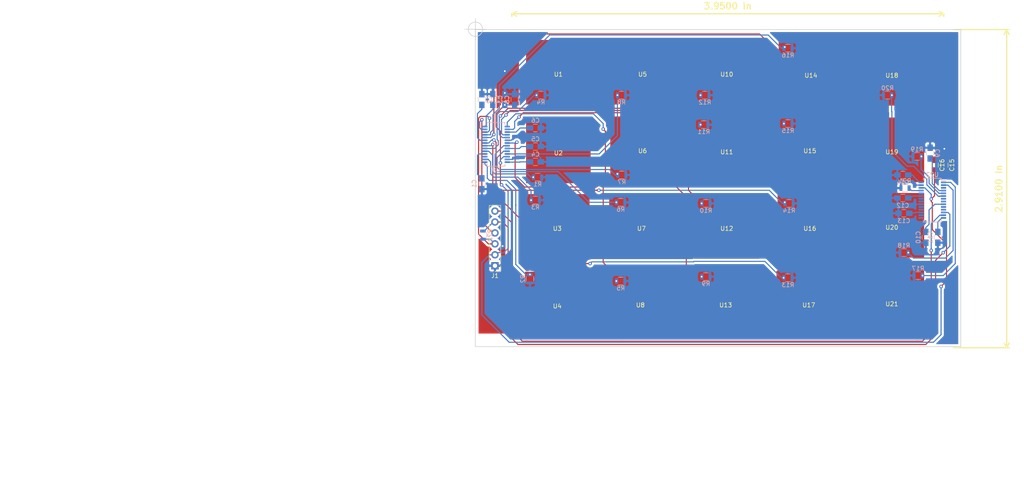
<source format=kicad_pcb>
(kicad_pcb (version 20171130) (host pcbnew "(5.0.0-rc2-109-g0e3be5776-dirty)-sonnt")

  (general
    (thickness 1.6)
    (drawings 7)
    (tracks 416)
    (zones 0)
    (modules 61)
    (nets 40)
  )

  (page A4)
  (layers
    (0 F.Cu signal)
    (31 B.Cu signal)
    (32 B.Adhes user)
    (33 F.Adhes user)
    (34 B.Paste user)
    (35 F.Paste user)
    (36 B.SilkS user)
    (37 F.SilkS user)
    (38 B.Mask user)
    (39 F.Mask user)
    (40 Dwgs.User user)
    (41 Cmts.User user)
    (42 Eco1.User user)
    (43 Eco2.User user)
    (44 Edge.Cuts user)
    (45 Margin user)
    (46 B.CrtYd user)
    (47 F.CrtYd user)
    (48 B.Fab user)
    (49 F.Fab user)
  )

  (setup
    (last_trace_width 0.254)
    (trace_clearance 0.2286)
    (zone_clearance 0.508)
    (zone_45_only no)
    (trace_min 0.2)
    (segment_width 0.2)
    (edge_width 0.15)
    (via_size 0.8)
    (via_drill 0.4)
    (via_min_size 0.4)
    (via_min_drill 0.3)
    (uvia_size 0.3)
    (uvia_drill 0.1)
    (uvias_allowed no)
    (uvia_min_size 0.2)
    (uvia_min_drill 0.1)
    (pcb_text_width 0.3)
    (pcb_text_size 1.5 1.5)
    (mod_edge_width 0.15)
    (mod_text_size 1 1)
    (mod_text_width 0.15)
    (pad_size 1.524 1.524)
    (pad_drill 0.762)
    (pad_to_mask_clearance 0.2)
    (aux_axis_origin 0 0)
    (visible_elements FFFFFF7F)
    (pcbplotparams
      (layerselection 0x010fc_ffffffff)
      (usegerberextensions false)
      (usegerberattributes false)
      (usegerberadvancedattributes false)
      (creategerberjobfile false)
      (excludeedgelayer true)
      (linewidth 0.100000)
      (plotframeref false)
      (viasonmask false)
      (mode 1)
      (useauxorigin false)
      (hpglpennumber 1)
      (hpglpenspeed 20)
      (hpglpendiameter 15.000000)
      (psnegative false)
      (psa4output false)
      (plotreference true)
      (plotvalue true)
      (plotinvisibletext false)
      (padsonsilk false)
      (subtractmaskfromsilk false)
      (outputformat 1)
      (mirror false)
      (drillshape 1)
      (scaleselection 1)
      (outputdirectory ""))
  )

  (net 0 "")
  (net 1 GND)
  (net 2 "Net-(C1-Pad1)")
  (net 3 "Net-(C2-Pad1)")
  (net 4 "Net-(C3-Pad1)")
  (net 5 "Net-(C4-Pad2)")
  (net 6 "Net-(C5-Pad2)")
  (net 7 "Net-(C6-Pad2)")
  (net 8 +5V)
  (net 9 "Net-(C9-Pad1)")
  (net 10 "Net-(C10-Pad1)")
  (net 11 "Net-(C11-Pad1)")
  (net 12 "Net-(C12-Pad2)")
  (net 13 "Net-(C13-Pad2)")
  (net 14 "Net-(C14-Pad2)")
  (net 15 /K5)
  (net 16 /K4)
  (net 17 /K3)
  (net 18 /K21)
  (net 19 /K20)
  (net 20 /K19)
  (net 21 /K1)
  (net 22 /K2)
  (net 23 /K6)
  (net 24 /K7)
  (net 25 /K8)
  (net 26 /K16)
  (net 27 /K15)
  (net 28 /K14)
  (net 29 /K13)
  (net 30 /SDO1)
  (net 31 /SCL1)
  (net 32 /K12)
  (net 33 /K11)
  (net 34 /K10)
  (net 35 /K9)
  (net 36 /K17)
  (net 37 /K18)
  (net 38 /SCL2)
  (net 39 /SDO2)

  (net_class Default "This is the default net class."
    (clearance 0.2286)
    (trace_width 0.254)
    (via_dia 0.8)
    (via_drill 0.4)
    (uvia_dia 0.3)
    (uvia_drill 0.1)
    (add_net +5V)
    (add_net /K1)
    (add_net /K10)
    (add_net /K11)
    (add_net /K12)
    (add_net /K13)
    (add_net /K14)
    (add_net /K15)
    (add_net /K16)
    (add_net /K17)
    (add_net /K18)
    (add_net /K19)
    (add_net /K2)
    (add_net /K20)
    (add_net /K21)
    (add_net /K3)
    (add_net /K4)
    (add_net /K5)
    (add_net /K6)
    (add_net /K7)
    (add_net /K8)
    (add_net /K9)
    (add_net /SCL1)
    (add_net /SCL2)
    (add_net /SDO1)
    (add_net /SDO2)
    (add_net GND)
    (add_net "Net-(C1-Pad1)")
    (add_net "Net-(C10-Pad1)")
    (add_net "Net-(C11-Pad1)")
    (add_net "Net-(C12-Pad2)")
    (add_net "Net-(C13-Pad2)")
    (add_net "Net-(C14-Pad2)")
    (add_net "Net-(C2-Pad1)")
    (add_net "Net-(C3-Pad1)")
    (add_net "Net-(C4-Pad2)")
    (add_net "Net-(C5-Pad2)")
    (add_net "Net-(C6-Pad2)")
    (add_net "Net-(C9-Pad1)")
  )

  (module Housings_SSOP:SSOP-28_3.9x9.9mm_Pitch0.635mm (layer B.Cu) (tedit 59E203B9) (tstamp 5B90F8AA)
    (at 68.326 90.17)
    (descr "SSOP28: plastic shrink small outline package; 28 leads; body width 3.9 mm; lead pitch 0.635; (see http://cds.linear.com/docs/en/datasheet/38901fb.pdf)")
    (tags "SSOP 0.635")
    (path /5B8F5AD2)
    (attr smd)
    (fp_text reference U9 (at 0 5.9) (layer B.SilkS)
      (effects (font (size 1 1) (thickness 0.15)) (justify mirror))
    )
    (fp_text value ttp229 (at -0.1 -6.2) (layer B.Fab)
      (effects (font (size 1 1) (thickness 0.15)) (justify mirror))
    )
    (fp_line (start -0.95 4.95) (end 1.95 4.95) (layer B.Fab) (width 0.15))
    (fp_line (start 1.95 4.95) (end 1.95 -4.95) (layer B.Fab) (width 0.15))
    (fp_line (start 1.95 -4.95) (end -1.95 -4.95) (layer B.Fab) (width 0.15))
    (fp_line (start -1.95 -4.95) (end -1.95 4) (layer B.Fab) (width 0.15))
    (fp_line (start -1.95 4) (end -0.95 4.95) (layer B.Fab) (width 0.15))
    (fp_line (start -3.45 5.2) (end -3.45 -5.2) (layer B.CrtYd) (width 0.05))
    (fp_line (start 3.45 5.2) (end 3.45 -5.2) (layer B.CrtYd) (width 0.05))
    (fp_line (start -3.45 5.2) (end 3.45 5.2) (layer B.CrtYd) (width 0.05))
    (fp_line (start -3.45 -5.2) (end 3.45 -5.2) (layer B.CrtYd) (width 0.05))
    (fp_line (start -2.075 5.08) (end -2.075 4.6) (layer B.SilkS) (width 0.15))
    (fp_line (start 2.075 5.08) (end 2.075 4.6) (layer B.SilkS) (width 0.15))
    (fp_line (start 2.075 -5.08) (end 2.075 -4.6) (layer B.SilkS) (width 0.15))
    (fp_line (start -2.075 -5.08) (end -2.075 -4.6) (layer B.SilkS) (width 0.15))
    (fp_line (start -2.075 5.08) (end 2.075 5.08) (layer B.SilkS) (width 0.15))
    (fp_line (start -2.075 -5.08) (end 2.075 -5.08) (layer B.SilkS) (width 0.15))
    (fp_line (start -2.075 4.6) (end -3.2 4.6) (layer B.SilkS) (width 0.15))
    (fp_text user %R (at 0 0) (layer B.Fab)
      (effects (font (size 0.8 0.8) (thickness 0.15)) (justify mirror))
    )
    (pad 1 smd rect (at -2.6 4.1275) (size 1.2 0.4) (layers B.Cu B.Paste B.Mask)
      (net 16 /K4))
    (pad 2 smd rect (at -2.6 3.4925) (size 1.2 0.4) (layers B.Cu B.Paste B.Mask)
      (net 17 /K3))
    (pad 3 smd rect (at -2.6 2.8575) (size 1.2 0.4) (layers B.Cu B.Paste B.Mask))
    (pad 4 smd rect (at -2.6 2.2225) (size 1.2 0.4) (layers B.Cu B.Paste B.Mask)
      (net 2 "Net-(C1-Pad1)"))
    (pad 5 smd rect (at -2.6 1.5875) (size 1.2 0.4) (layers B.Cu B.Paste B.Mask)
      (net 22 /K2))
    (pad 6 smd rect (at -2.6 0.9525) (size 1.2 0.4) (layers B.Cu B.Paste B.Mask)
      (net 21 /K1))
    (pad 7 smd rect (at -2.6 0.3175) (size 1.2 0.4) (layers B.Cu B.Paste B.Mask)
      (net 26 /K16))
    (pad 8 smd rect (at -2.6 -0.3175) (size 1.2 0.4) (layers B.Cu B.Paste B.Mask)
      (net 27 /K15))
    (pad 9 smd rect (at -2.6 -0.9525) (size 1.2 0.4) (layers B.Cu B.Paste B.Mask)
      (net 3 "Net-(C2-Pad1)"))
    (pad 10 smd rect (at -2.6 -1.5875) (size 1.2 0.4) (layers B.Cu B.Paste B.Mask)
      (net 28 /K14))
    (pad 11 smd rect (at -2.6 -2.2225) (size 1.2 0.4) (layers B.Cu B.Paste B.Mask)
      (net 29 /K13))
    (pad 12 smd rect (at -2.6 -2.8575) (size 1.2 0.4) (layers B.Cu B.Paste B.Mask)
      (net 30 /SDO1))
    (pad 13 smd rect (at -2.6 -3.4925) (size 1.2 0.4) (layers B.Cu B.Paste B.Mask)
      (net 31 /SCL1))
    (pad 14 smd rect (at -2.6 -4.1275) (size 1.2 0.4) (layers B.Cu B.Paste B.Mask)
      (net 4 "Net-(C3-Pad1)"))
    (pad 15 smd rect (at 2.6 -4.1275) (size 1.2 0.4) (layers B.Cu B.Paste B.Mask)
      (net 32 /K12))
    (pad 16 smd rect (at 2.6 -3.4925) (size 1.2 0.4) (layers B.Cu B.Paste B.Mask)
      (net 33 /K11))
    (pad 17 smd rect (at 2.6 -2.8575) (size 1.2 0.4) (layers B.Cu B.Paste B.Mask)
      (net 7 "Net-(C6-Pad2)"))
    (pad 18 smd rect (at 2.6 -2.2225) (size 1.2 0.4) (layers B.Cu B.Paste B.Mask)
      (net 34 /K10))
    (pad 19 smd rect (at 2.6 -1.5875) (size 1.2 0.4) (layers B.Cu B.Paste B.Mask)
      (net 35 /K9))
    (pad 20 smd rect (at 2.6 -0.9525) (size 1.2 0.4) (layers B.Cu B.Paste B.Mask)
      (net 1 GND))
    (pad 21 smd rect (at 2.6 -0.3175) (size 1.2 0.4) (layers B.Cu B.Paste B.Mask)
      (net 25 /K8))
    (pad 22 smd rect (at 2.6 0.3175) (size 1.2 0.4) (layers B.Cu B.Paste B.Mask)
      (net 24 /K7))
    (pad 23 smd rect (at 2.6 0.9525) (size 1.2 0.4) (layers B.Cu B.Paste B.Mask)
      (net 6 "Net-(C5-Pad2)"))
    (pad 24 smd rect (at 2.6 1.5875) (size 1.2 0.4) (layers B.Cu B.Paste B.Mask)
      (net 23 /K6))
    (pad 25 smd rect (at 2.6 2.2225) (size 1.2 0.4) (layers B.Cu B.Paste B.Mask)
      (net 15 /K5))
    (pad 26 smd rect (at 2.6 2.8575) (size 1.2 0.4) (layers B.Cu B.Paste B.Mask)
      (net 8 +5V))
    (pad 27 smd rect (at 2.6 3.4925) (size 1.2 0.4) (layers B.Cu B.Paste B.Mask)
      (net 1 GND))
    (pad 28 smd rect (at 2.6 4.1275) (size 1.2 0.4) (layers B.Cu B.Paste B.Mask)
      (net 5 "Net-(C4-Pad2)"))
    (model ${KISYS3DMOD}/Housings_SSOP.3dshapes/SSOP-28_3.9x9.9mm_Pitch0.635mm.wrl
      (at (xyz 0 0 0))
      (scale (xyz 1 1 1))
      (rotate (xyz 0 0 0))
    )
  )

  (module Capacitors_SMD:C_0805_HandSoldering (layer B.Cu) (tedit 58AA84A8) (tstamp 5B90F6CC)
    (at 65.024 99.314 270)
    (descr "Capacitor SMD 0805, hand soldering")
    (tags "capacitor 0805")
    (path /5B900EE6)
    (attr smd)
    (fp_text reference C1 (at 0 1.75 270) (layer B.SilkS)
      (effects (font (size 1 1) (thickness 0.15)) (justify mirror))
    )
    (fp_text value 0-50pF (at 0 -1.75 270) (layer B.Fab)
      (effects (font (size 1 1) (thickness 0.15)) (justify mirror))
    )
    (fp_line (start 2.25 -0.87) (end -2.25 -0.87) (layer B.CrtYd) (width 0.05))
    (fp_line (start 2.25 -0.87) (end 2.25 0.88) (layer B.CrtYd) (width 0.05))
    (fp_line (start -2.25 0.88) (end -2.25 -0.87) (layer B.CrtYd) (width 0.05))
    (fp_line (start -2.25 0.88) (end 2.25 0.88) (layer B.CrtYd) (width 0.05))
    (fp_line (start -0.5 -0.85) (end 0.5 -0.85) (layer B.SilkS) (width 0.12))
    (fp_line (start 0.5 0.85) (end -0.5 0.85) (layer B.SilkS) (width 0.12))
    (fp_line (start -1 0.62) (end 1 0.62) (layer B.Fab) (width 0.1))
    (fp_line (start 1 0.62) (end 1 -0.62) (layer B.Fab) (width 0.1))
    (fp_line (start 1 -0.62) (end -1 -0.62) (layer B.Fab) (width 0.1))
    (fp_line (start -1 -0.62) (end -1 0.62) (layer B.Fab) (width 0.1))
    (fp_text user %R (at 0 1.75 270) (layer B.Fab)
      (effects (font (size 1 1) (thickness 0.15)) (justify mirror))
    )
    (pad 2 smd rect (at 1.25 0 270) (size 1.5 1.25) (layers B.Cu B.Paste B.Mask)
      (net 1 GND))
    (pad 1 smd rect (at -1.25 0 270) (size 1.5 1.25) (layers B.Cu B.Paste B.Mask)
      (net 2 "Net-(C1-Pad1)"))
    (model Capacitors_SMD.3dshapes/C_0805.wrl
      (at (xyz 0 0 0))
      (scale (xyz 1 1 1))
      (rotate (xyz 0 0 0))
    )
  )

  (module Capacitors_SMD:C_0805_HandSoldering (layer B.Cu) (tedit 58AA84A8) (tstamp 5B90F6DD)
    (at 65.024 79.756 90)
    (descr "Capacitor SMD 0805, hand soldering")
    (tags "capacitor 0805")
    (path /5B90123B)
    (attr smd)
    (fp_text reference C2 (at 0 1.75 90) (layer B.SilkS)
      (effects (font (size 1 1) (thickness 0.15)) (justify mirror))
    )
    (fp_text value 0-50pF (at 0 -1.75 90) (layer B.Fab)
      (effects (font (size 1 1) (thickness 0.15)) (justify mirror))
    )
    (fp_text user %R (at 0 1.75 90) (layer B.Fab)
      (effects (font (size 1 1) (thickness 0.15)) (justify mirror))
    )
    (fp_line (start -1 -0.62) (end -1 0.62) (layer B.Fab) (width 0.1))
    (fp_line (start 1 -0.62) (end -1 -0.62) (layer B.Fab) (width 0.1))
    (fp_line (start 1 0.62) (end 1 -0.62) (layer B.Fab) (width 0.1))
    (fp_line (start -1 0.62) (end 1 0.62) (layer B.Fab) (width 0.1))
    (fp_line (start 0.5 0.85) (end -0.5 0.85) (layer B.SilkS) (width 0.12))
    (fp_line (start -0.5 -0.85) (end 0.5 -0.85) (layer B.SilkS) (width 0.12))
    (fp_line (start -2.25 0.88) (end 2.25 0.88) (layer B.CrtYd) (width 0.05))
    (fp_line (start -2.25 0.88) (end -2.25 -0.87) (layer B.CrtYd) (width 0.05))
    (fp_line (start 2.25 -0.87) (end 2.25 0.88) (layer B.CrtYd) (width 0.05))
    (fp_line (start 2.25 -0.87) (end -2.25 -0.87) (layer B.CrtYd) (width 0.05))
    (pad 1 smd rect (at -1.25 0 90) (size 1.5 1.25) (layers B.Cu B.Paste B.Mask)
      (net 3 "Net-(C2-Pad1)"))
    (pad 2 smd rect (at 1.25 0 90) (size 1.5 1.25) (layers B.Cu B.Paste B.Mask)
      (net 1 GND))
    (model Capacitors_SMD.3dshapes/C_0805.wrl
      (at (xyz 0 0 0))
      (scale (xyz 1 1 1))
      (rotate (xyz 0 0 0))
    )
  )

  (module Capacitors_SMD:C_0805_HandSoldering (layer B.Cu) (tedit 58AA84A8) (tstamp 5B90F6EE)
    (at 67.564 79.736 90)
    (descr "Capacitor SMD 0805, hand soldering")
    (tags "capacitor 0805")
    (path /5B9012CB)
    (attr smd)
    (fp_text reference C3 (at 0 1.75 90) (layer B.SilkS)
      (effects (font (size 1 1) (thickness 0.15)) (justify mirror))
    )
    (fp_text value 0-50pF (at 0 -1.75 90) (layer B.Fab)
      (effects (font (size 1 1) (thickness 0.15)) (justify mirror))
    )
    (fp_line (start 2.25 -0.87) (end -2.25 -0.87) (layer B.CrtYd) (width 0.05))
    (fp_line (start 2.25 -0.87) (end 2.25 0.88) (layer B.CrtYd) (width 0.05))
    (fp_line (start -2.25 0.88) (end -2.25 -0.87) (layer B.CrtYd) (width 0.05))
    (fp_line (start -2.25 0.88) (end 2.25 0.88) (layer B.CrtYd) (width 0.05))
    (fp_line (start -0.5 -0.85) (end 0.5 -0.85) (layer B.SilkS) (width 0.12))
    (fp_line (start 0.5 0.85) (end -0.5 0.85) (layer B.SilkS) (width 0.12))
    (fp_line (start -1 0.62) (end 1 0.62) (layer B.Fab) (width 0.1))
    (fp_line (start 1 0.62) (end 1 -0.62) (layer B.Fab) (width 0.1))
    (fp_line (start 1 -0.62) (end -1 -0.62) (layer B.Fab) (width 0.1))
    (fp_line (start -1 -0.62) (end -1 0.62) (layer B.Fab) (width 0.1))
    (fp_text user %R (at 0 1.75 90) (layer B.Fab)
      (effects (font (size 1 1) (thickness 0.15)) (justify mirror))
    )
    (pad 2 smd rect (at 1.25 0 90) (size 1.5 1.25) (layers B.Cu B.Paste B.Mask)
      (net 1 GND))
    (pad 1 smd rect (at -1.25 0 90) (size 1.5 1.25) (layers B.Cu B.Paste B.Mask)
      (net 4 "Net-(C3-Pad1)"))
    (model Capacitors_SMD.3dshapes/C_0805.wrl
      (at (xyz 0 0 0))
      (scale (xyz 1 1 1))
      (rotate (xyz 0 0 0))
    )
  )

  (module Capacitors_SMD:C_0805_HandSoldering (layer B.Cu) (tedit 58AA84A8) (tstamp 5B90F6FF)
    (at 77.47 94.234 180)
    (descr "Capacitor SMD 0805, hand soldering")
    (tags "capacitor 0805")
    (path /5B901535)
    (attr smd)
    (fp_text reference C4 (at 0 1.75 180) (layer B.SilkS)
      (effects (font (size 1 1) (thickness 0.15)) (justify mirror))
    )
    (fp_text value 0-50pF (at 0 -1.75 180) (layer B.Fab)
      (effects (font (size 1 1) (thickness 0.15)) (justify mirror))
    )
    (fp_line (start 2.25 -0.87) (end -2.25 -0.87) (layer B.CrtYd) (width 0.05))
    (fp_line (start 2.25 -0.87) (end 2.25 0.88) (layer B.CrtYd) (width 0.05))
    (fp_line (start -2.25 0.88) (end -2.25 -0.87) (layer B.CrtYd) (width 0.05))
    (fp_line (start -2.25 0.88) (end 2.25 0.88) (layer B.CrtYd) (width 0.05))
    (fp_line (start -0.5 -0.85) (end 0.5 -0.85) (layer B.SilkS) (width 0.12))
    (fp_line (start 0.5 0.85) (end -0.5 0.85) (layer B.SilkS) (width 0.12))
    (fp_line (start -1 0.62) (end 1 0.62) (layer B.Fab) (width 0.1))
    (fp_line (start 1 0.62) (end 1 -0.62) (layer B.Fab) (width 0.1))
    (fp_line (start 1 -0.62) (end -1 -0.62) (layer B.Fab) (width 0.1))
    (fp_line (start -1 -0.62) (end -1 0.62) (layer B.Fab) (width 0.1))
    (fp_text user %R (at 0 1.75 180) (layer B.Fab)
      (effects (font (size 1 1) (thickness 0.15)) (justify mirror))
    )
    (pad 2 smd rect (at 1.25 0 180) (size 1.5 1.25) (layers B.Cu B.Paste B.Mask)
      (net 5 "Net-(C4-Pad2)"))
    (pad 1 smd rect (at -1.25 0 180) (size 1.5 1.25) (layers B.Cu B.Paste B.Mask)
      (net 1 GND))
    (model Capacitors_SMD.3dshapes/C_0805.wrl
      (at (xyz 0 0 0))
      (scale (xyz 1 1 1))
      (rotate (xyz 0 0 0))
    )
  )

  (module Capacitors_SMD:C_0805_HandSoldering (layer B.Cu) (tedit 58AA84A8) (tstamp 5B90F710)
    (at 77.47 90.678 180)
    (descr "Capacitor SMD 0805, hand soldering")
    (tags "capacitor 0805")
    (path /5B901406)
    (attr smd)
    (fp_text reference C5 (at 0 1.75 180) (layer B.SilkS)
      (effects (font (size 1 1) (thickness 0.15)) (justify mirror))
    )
    (fp_text value 0-50pF (at 0 -1.75 180) (layer B.Fab)
      (effects (font (size 1 1) (thickness 0.15)) (justify mirror))
    )
    (fp_text user %R (at 0 1.75 180) (layer B.Fab)
      (effects (font (size 1 1) (thickness 0.15)) (justify mirror))
    )
    (fp_line (start -1 -0.62) (end -1 0.62) (layer B.Fab) (width 0.1))
    (fp_line (start 1 -0.62) (end -1 -0.62) (layer B.Fab) (width 0.1))
    (fp_line (start 1 0.62) (end 1 -0.62) (layer B.Fab) (width 0.1))
    (fp_line (start -1 0.62) (end 1 0.62) (layer B.Fab) (width 0.1))
    (fp_line (start 0.5 0.85) (end -0.5 0.85) (layer B.SilkS) (width 0.12))
    (fp_line (start -0.5 -0.85) (end 0.5 -0.85) (layer B.SilkS) (width 0.12))
    (fp_line (start -2.25 0.88) (end 2.25 0.88) (layer B.CrtYd) (width 0.05))
    (fp_line (start -2.25 0.88) (end -2.25 -0.87) (layer B.CrtYd) (width 0.05))
    (fp_line (start 2.25 -0.87) (end 2.25 0.88) (layer B.CrtYd) (width 0.05))
    (fp_line (start 2.25 -0.87) (end -2.25 -0.87) (layer B.CrtYd) (width 0.05))
    (pad 1 smd rect (at -1.25 0 180) (size 1.5 1.25) (layers B.Cu B.Paste B.Mask)
      (net 1 GND))
    (pad 2 smd rect (at 1.25 0 180) (size 1.5 1.25) (layers B.Cu B.Paste B.Mask)
      (net 6 "Net-(C5-Pad2)"))
    (model Capacitors_SMD.3dshapes/C_0805.wrl
      (at (xyz 0 0 0))
      (scale (xyz 1 1 1))
      (rotate (xyz 0 0 0))
    )
  )

  (module Capacitors_SMD:C_0805_HandSoldering (layer B.Cu) (tedit 58AA84A8) (tstamp 5B90F721)
    (at 77.47 86.36 180)
    (descr "Capacitor SMD 0805, hand soldering")
    (tags "capacitor 0805")
    (path /5B901386)
    (attr smd)
    (fp_text reference C6 (at 0 1.75 180) (layer B.SilkS)
      (effects (font (size 1 1) (thickness 0.15)) (justify mirror))
    )
    (fp_text value 0-50pF (at 0 -1.75 180) (layer B.Fab)
      (effects (font (size 1 1) (thickness 0.15)) (justify mirror))
    )
    (fp_line (start 2.25 -0.87) (end -2.25 -0.87) (layer B.CrtYd) (width 0.05))
    (fp_line (start 2.25 -0.87) (end 2.25 0.88) (layer B.CrtYd) (width 0.05))
    (fp_line (start -2.25 0.88) (end -2.25 -0.87) (layer B.CrtYd) (width 0.05))
    (fp_line (start -2.25 0.88) (end 2.25 0.88) (layer B.CrtYd) (width 0.05))
    (fp_line (start -0.5 -0.85) (end 0.5 -0.85) (layer B.SilkS) (width 0.12))
    (fp_line (start 0.5 0.85) (end -0.5 0.85) (layer B.SilkS) (width 0.12))
    (fp_line (start -1 0.62) (end 1 0.62) (layer B.Fab) (width 0.1))
    (fp_line (start 1 0.62) (end 1 -0.62) (layer B.Fab) (width 0.1))
    (fp_line (start 1 -0.62) (end -1 -0.62) (layer B.Fab) (width 0.1))
    (fp_line (start -1 -0.62) (end -1 0.62) (layer B.Fab) (width 0.1))
    (fp_text user %R (at 0 1.75 180) (layer B.Fab)
      (effects (font (size 1 1) (thickness 0.15)) (justify mirror))
    )
    (pad 2 smd rect (at 1.25 0 180) (size 1.5 1.25) (layers B.Cu B.Paste B.Mask)
      (net 7 "Net-(C6-Pad2)"))
    (pad 1 smd rect (at -1.25 0 180) (size 1.5 1.25) (layers B.Cu B.Paste B.Mask)
      (net 1 GND))
    (model Capacitors_SMD.3dshapes/C_0805.wrl
      (at (xyz 0 0 0))
      (scale (xyz 1 1 1))
      (rotate (xyz 0 0 0))
    )
  )

  (module Capacitors_SMD:C_0805_HandSoldering (layer B.Cu) (tedit 58AA84A8) (tstamp 5B90F732)
    (at 70.358 79.756 270)
    (descr "Capacitor SMD 0805, hand soldering")
    (tags "capacitor 0805")
    (path /5B93E69D)
    (attr smd)
    (fp_text reference C7 (at 0 1.75 270) (layer B.SilkS)
      (effects (font (size 1 1) (thickness 0.15)) (justify mirror))
    )
    (fp_text value 104 (at 0 -1.75 270) (layer B.Fab)
      (effects (font (size 1 1) (thickness 0.15)) (justify mirror))
    )
    (fp_text user %R (at 0 1.75 270) (layer B.Fab)
      (effects (font (size 1 1) (thickness 0.15)) (justify mirror))
    )
    (fp_line (start -1 -0.62) (end -1 0.62) (layer B.Fab) (width 0.1))
    (fp_line (start 1 -0.62) (end -1 -0.62) (layer B.Fab) (width 0.1))
    (fp_line (start 1 0.62) (end 1 -0.62) (layer B.Fab) (width 0.1))
    (fp_line (start -1 0.62) (end 1 0.62) (layer B.Fab) (width 0.1))
    (fp_line (start 0.5 0.85) (end -0.5 0.85) (layer B.SilkS) (width 0.12))
    (fp_line (start -0.5 -0.85) (end 0.5 -0.85) (layer B.SilkS) (width 0.12))
    (fp_line (start -2.25 0.88) (end 2.25 0.88) (layer B.CrtYd) (width 0.05))
    (fp_line (start -2.25 0.88) (end -2.25 -0.87) (layer B.CrtYd) (width 0.05))
    (fp_line (start 2.25 -0.87) (end 2.25 0.88) (layer B.CrtYd) (width 0.05))
    (fp_line (start 2.25 -0.87) (end -2.25 -0.87) (layer B.CrtYd) (width 0.05))
    (pad 1 smd rect (at -1.25 0 270) (size 1.5 1.25) (layers B.Cu B.Paste B.Mask)
      (net 1 GND))
    (pad 2 smd rect (at 1.25 0 270) (size 1.5 1.25) (layers B.Cu B.Paste B.Mask)
      (net 8 +5V))
    (model Capacitors_SMD.3dshapes/C_0805.wrl
      (at (xyz 0 0 0))
      (scale (xyz 1 1 1))
      (rotate (xyz 0 0 0))
    )
  )

  (module Capacitors_SMD:C_0805_HandSoldering (layer B.Cu) (tedit 58AA84A8) (tstamp 5B90F743)
    (at 72.644 79.756 270)
    (descr "Capacitor SMD 0805, hand soldering")
    (tags "capacitor 0805")
    (path /5B93E92D)
    (attr smd)
    (fp_text reference C8 (at 0 1.75 270) (layer B.SilkS)
      (effects (font (size 1 1) (thickness 0.15)) (justify mirror))
    )
    (fp_text value 106 (at 0 -1.75 270) (layer B.Fab)
      (effects (font (size 1 1) (thickness 0.15)) (justify mirror))
    )
    (fp_line (start 2.25 -0.87) (end -2.25 -0.87) (layer B.CrtYd) (width 0.05))
    (fp_line (start 2.25 -0.87) (end 2.25 0.88) (layer B.CrtYd) (width 0.05))
    (fp_line (start -2.25 0.88) (end -2.25 -0.87) (layer B.CrtYd) (width 0.05))
    (fp_line (start -2.25 0.88) (end 2.25 0.88) (layer B.CrtYd) (width 0.05))
    (fp_line (start -0.5 -0.85) (end 0.5 -0.85) (layer B.SilkS) (width 0.12))
    (fp_line (start 0.5 0.85) (end -0.5 0.85) (layer B.SilkS) (width 0.12))
    (fp_line (start -1 0.62) (end 1 0.62) (layer B.Fab) (width 0.1))
    (fp_line (start 1 0.62) (end 1 -0.62) (layer B.Fab) (width 0.1))
    (fp_line (start 1 -0.62) (end -1 -0.62) (layer B.Fab) (width 0.1))
    (fp_line (start -1 -0.62) (end -1 0.62) (layer B.Fab) (width 0.1))
    (fp_text user %R (at 0 1.75 270) (layer B.Fab)
      (effects (font (size 1 1) (thickness 0.15)) (justify mirror))
    )
    (pad 2 smd rect (at 1.25 0 270) (size 1.5 1.25) (layers B.Cu B.Paste B.Mask)
      (net 8 +5V))
    (pad 1 smd rect (at -1.25 0 270) (size 1.5 1.25) (layers B.Cu B.Paste B.Mask)
      (net 1 GND))
    (model Capacitors_SMD.3dshapes/C_0805.wrl
      (at (xyz 0 0 0))
      (scale (xyz 1 1 1))
      (rotate (xyz 0 0 0))
    )
  )

  (module Capacitors_SMD:C_0805_HandSoldering (layer B.Cu) (tedit 58AA84A8) (tstamp 5B90F754)
    (at 169.164 92.202 90)
    (descr "Capacitor SMD 0805, hand soldering")
    (tags "capacitor 0805")
    (path /5B901603)
    (attr smd)
    (fp_text reference C9 (at 0 1.75 90) (layer B.SilkS)
      (effects (font (size 1 1) (thickness 0.15)) (justify mirror))
    )
    (fp_text value 0-50pF (at 0 -1.75 90) (layer B.Fab)
      (effects (font (size 1 1) (thickness 0.15)) (justify mirror))
    )
    (fp_text user %R (at 0 1.75 90) (layer B.Fab)
      (effects (font (size 1 1) (thickness 0.15)) (justify mirror))
    )
    (fp_line (start -1 -0.62) (end -1 0.62) (layer B.Fab) (width 0.1))
    (fp_line (start 1 -0.62) (end -1 -0.62) (layer B.Fab) (width 0.1))
    (fp_line (start 1 0.62) (end 1 -0.62) (layer B.Fab) (width 0.1))
    (fp_line (start -1 0.62) (end 1 0.62) (layer B.Fab) (width 0.1))
    (fp_line (start 0.5 0.85) (end -0.5 0.85) (layer B.SilkS) (width 0.12))
    (fp_line (start -0.5 -0.85) (end 0.5 -0.85) (layer B.SilkS) (width 0.12))
    (fp_line (start -2.25 0.88) (end 2.25 0.88) (layer B.CrtYd) (width 0.05))
    (fp_line (start -2.25 0.88) (end -2.25 -0.87) (layer B.CrtYd) (width 0.05))
    (fp_line (start 2.25 -0.87) (end 2.25 0.88) (layer B.CrtYd) (width 0.05))
    (fp_line (start 2.25 -0.87) (end -2.25 -0.87) (layer B.CrtYd) (width 0.05))
    (pad 1 smd rect (at -1.25 0 90) (size 1.5 1.25) (layers B.Cu B.Paste B.Mask)
      (net 9 "Net-(C9-Pad1)"))
    (pad 2 smd rect (at 1.25 0 90) (size 1.5 1.25) (layers B.Cu B.Paste B.Mask)
      (net 1 GND))
    (model Capacitors_SMD.3dshapes/C_0805.wrl
      (at (xyz 0 0 0))
      (scale (xyz 1 1 1))
      (rotate (xyz 0 0 0))
    )
  )

  (module Capacitors_SMD:C_0805_HandSoldering (layer B.Cu) (tedit 58AA84A8) (tstamp 5B90F765)
    (at 168.148 111.76 270)
    (descr "Capacitor SMD 0805, hand soldering")
    (tags "capacitor 0805")
    (path /5B901687)
    (attr smd)
    (fp_text reference C10 (at 0 1.75 270) (layer B.SilkS)
      (effects (font (size 1 1) (thickness 0.15)) (justify mirror))
    )
    (fp_text value 0-50pF (at 0 -1.75 270) (layer B.Fab)
      (effects (font (size 1 1) (thickness 0.15)) (justify mirror))
    )
    (fp_line (start 2.25 -0.87) (end -2.25 -0.87) (layer B.CrtYd) (width 0.05))
    (fp_line (start 2.25 -0.87) (end 2.25 0.88) (layer B.CrtYd) (width 0.05))
    (fp_line (start -2.25 0.88) (end -2.25 -0.87) (layer B.CrtYd) (width 0.05))
    (fp_line (start -2.25 0.88) (end 2.25 0.88) (layer B.CrtYd) (width 0.05))
    (fp_line (start -0.5 -0.85) (end 0.5 -0.85) (layer B.SilkS) (width 0.12))
    (fp_line (start 0.5 0.85) (end -0.5 0.85) (layer B.SilkS) (width 0.12))
    (fp_line (start -1 0.62) (end 1 0.62) (layer B.Fab) (width 0.1))
    (fp_line (start 1 0.62) (end 1 -0.62) (layer B.Fab) (width 0.1))
    (fp_line (start 1 -0.62) (end -1 -0.62) (layer B.Fab) (width 0.1))
    (fp_line (start -1 -0.62) (end -1 0.62) (layer B.Fab) (width 0.1))
    (fp_text user %R (at 0 1.75 270) (layer B.Fab)
      (effects (font (size 1 1) (thickness 0.15)) (justify mirror))
    )
    (pad 2 smd rect (at 1.25 0 270) (size 1.5 1.25) (layers B.Cu B.Paste B.Mask)
      (net 1 GND))
    (pad 1 smd rect (at -1.25 0 270) (size 1.5 1.25) (layers B.Cu B.Paste B.Mask)
      (net 10 "Net-(C10-Pad1)"))
    (model Capacitors_SMD.3dshapes/C_0805.wrl
      (at (xyz 0 0 0))
      (scale (xyz 1 1 1))
      (rotate (xyz 0 0 0))
    )
  )

  (module Capacitors_SMD:C_0805_HandSoldering (layer B.Cu) (tedit 58AA84A8) (tstamp 5B90F776)
    (at 170.942 111.76 270)
    (descr "Capacitor SMD 0805, hand soldering")
    (tags "capacitor 0805")
    (path /5B9016F1)
    (attr smd)
    (fp_text reference C11 (at 0 1.75 270) (layer B.SilkS)
      (effects (font (size 1 1) (thickness 0.15)) (justify mirror))
    )
    (fp_text value 0-50pF (at 0 -1.75 270) (layer B.Fab)
      (effects (font (size 1 1) (thickness 0.15)) (justify mirror))
    )
    (fp_text user %R (at 0 1.75 270) (layer B.Fab)
      (effects (font (size 1 1) (thickness 0.15)) (justify mirror))
    )
    (fp_line (start -1 -0.62) (end -1 0.62) (layer B.Fab) (width 0.1))
    (fp_line (start 1 -0.62) (end -1 -0.62) (layer B.Fab) (width 0.1))
    (fp_line (start 1 0.62) (end 1 -0.62) (layer B.Fab) (width 0.1))
    (fp_line (start -1 0.62) (end 1 0.62) (layer B.Fab) (width 0.1))
    (fp_line (start 0.5 0.85) (end -0.5 0.85) (layer B.SilkS) (width 0.12))
    (fp_line (start -0.5 -0.85) (end 0.5 -0.85) (layer B.SilkS) (width 0.12))
    (fp_line (start -2.25 0.88) (end 2.25 0.88) (layer B.CrtYd) (width 0.05))
    (fp_line (start -2.25 0.88) (end -2.25 -0.87) (layer B.CrtYd) (width 0.05))
    (fp_line (start 2.25 -0.87) (end 2.25 0.88) (layer B.CrtYd) (width 0.05))
    (fp_line (start 2.25 -0.87) (end -2.25 -0.87) (layer B.CrtYd) (width 0.05))
    (pad 1 smd rect (at -1.25 0 270) (size 1.5 1.25) (layers B.Cu B.Paste B.Mask)
      (net 11 "Net-(C11-Pad1)"))
    (pad 2 smd rect (at 1.25 0 270) (size 1.5 1.25) (layers B.Cu B.Paste B.Mask)
      (net 1 GND))
    (model Capacitors_SMD.3dshapes/C_0805.wrl
      (at (xyz 0 0 0))
      (scale (xyz 1 1 1))
      (rotate (xyz 0 0 0))
    )
  )

  (module Capacitors_SMD:C_0805_HandSoldering (layer B.Cu) (tedit 58AA84A8) (tstamp 5B90F787)
    (at 162.814 102.616)
    (descr "Capacitor SMD 0805, hand soldering")
    (tags "capacitor 0805")
    (path /5B9017D3)
    (attr smd)
    (fp_text reference C12 (at 0 1.75) (layer B.SilkS)
      (effects (font (size 1 1) (thickness 0.15)) (justify mirror))
    )
    (fp_text value 0-50pF (at 0 -1.75) (layer B.Fab)
      (effects (font (size 1 1) (thickness 0.15)) (justify mirror))
    )
    (fp_text user %R (at 0 1.75) (layer B.Fab)
      (effects (font (size 1 1) (thickness 0.15)) (justify mirror))
    )
    (fp_line (start -1 -0.62) (end -1 0.62) (layer B.Fab) (width 0.1))
    (fp_line (start 1 -0.62) (end -1 -0.62) (layer B.Fab) (width 0.1))
    (fp_line (start 1 0.62) (end 1 -0.62) (layer B.Fab) (width 0.1))
    (fp_line (start -1 0.62) (end 1 0.62) (layer B.Fab) (width 0.1))
    (fp_line (start 0.5 0.85) (end -0.5 0.85) (layer B.SilkS) (width 0.12))
    (fp_line (start -0.5 -0.85) (end 0.5 -0.85) (layer B.SilkS) (width 0.12))
    (fp_line (start -2.25 0.88) (end 2.25 0.88) (layer B.CrtYd) (width 0.05))
    (fp_line (start -2.25 0.88) (end -2.25 -0.87) (layer B.CrtYd) (width 0.05))
    (fp_line (start 2.25 -0.87) (end 2.25 0.88) (layer B.CrtYd) (width 0.05))
    (fp_line (start 2.25 -0.87) (end -2.25 -0.87) (layer B.CrtYd) (width 0.05))
    (pad 1 smd rect (at -1.25 0) (size 1.5 1.25) (layers B.Cu B.Paste B.Mask)
      (net 1 GND))
    (pad 2 smd rect (at 1.25 0) (size 1.5 1.25) (layers B.Cu B.Paste B.Mask)
      (net 12 "Net-(C12-Pad2)"))
    (model Capacitors_SMD.3dshapes/C_0805.wrl
      (at (xyz 0 0 0))
      (scale (xyz 1 1 1))
      (rotate (xyz 0 0 0))
    )
  )

  (module Capacitors_SMD:C_0805_HandSoldering (layer B.Cu) (tedit 58AA84A8) (tstamp 5B90F798)
    (at 163.068 106.172)
    (descr "Capacitor SMD 0805, hand soldering")
    (tags "capacitor 0805")
    (path /5B901757)
    (attr smd)
    (fp_text reference C13 (at 0 1.75) (layer B.SilkS)
      (effects (font (size 1 1) (thickness 0.15)) (justify mirror))
    )
    (fp_text value 0-50pF (at 0 -1.75) (layer B.Fab)
      (effects (font (size 1 1) (thickness 0.15)) (justify mirror))
    )
    (fp_line (start 2.25 -0.87) (end -2.25 -0.87) (layer B.CrtYd) (width 0.05))
    (fp_line (start 2.25 -0.87) (end 2.25 0.88) (layer B.CrtYd) (width 0.05))
    (fp_line (start -2.25 0.88) (end -2.25 -0.87) (layer B.CrtYd) (width 0.05))
    (fp_line (start -2.25 0.88) (end 2.25 0.88) (layer B.CrtYd) (width 0.05))
    (fp_line (start -0.5 -0.85) (end 0.5 -0.85) (layer B.SilkS) (width 0.12))
    (fp_line (start 0.5 0.85) (end -0.5 0.85) (layer B.SilkS) (width 0.12))
    (fp_line (start -1 0.62) (end 1 0.62) (layer B.Fab) (width 0.1))
    (fp_line (start 1 0.62) (end 1 -0.62) (layer B.Fab) (width 0.1))
    (fp_line (start 1 -0.62) (end -1 -0.62) (layer B.Fab) (width 0.1))
    (fp_line (start -1 -0.62) (end -1 0.62) (layer B.Fab) (width 0.1))
    (fp_text user %R (at 0 1.75) (layer B.Fab)
      (effects (font (size 1 1) (thickness 0.15)) (justify mirror))
    )
    (pad 2 smd rect (at 1.25 0) (size 1.5 1.25) (layers B.Cu B.Paste B.Mask)
      (net 13 "Net-(C13-Pad2)"))
    (pad 1 smd rect (at -1.25 0) (size 1.5 1.25) (layers B.Cu B.Paste B.Mask)
      (net 1 GND))
    (model Capacitors_SMD.3dshapes/C_0805.wrl
      (at (xyz 0 0 0))
      (scale (xyz 1 1 1))
      (rotate (xyz 0 0 0))
    )
  )

  (module Capacitors_SMD:C_0805_HandSoldering (layer B.Cu) (tedit 58AA84A8) (tstamp 5B90F7A9)
    (at 162.814 97.282)
    (descr "Capacitor SMD 0805, hand soldering")
    (tags "capacitor 0805")
    (path /5B901845)
    (attr smd)
    (fp_text reference C14 (at 0 1.75) (layer B.SilkS)
      (effects (font (size 1 1) (thickness 0.15)) (justify mirror))
    )
    (fp_text value 0-50pF (at 0 -1.75) (layer B.Fab)
      (effects (font (size 1 1) (thickness 0.15)) (justify mirror))
    )
    (fp_text user %R (at 0 1.75) (layer B.Fab)
      (effects (font (size 1 1) (thickness 0.15)) (justify mirror))
    )
    (fp_line (start -1 -0.62) (end -1 0.62) (layer B.Fab) (width 0.1))
    (fp_line (start 1 -0.62) (end -1 -0.62) (layer B.Fab) (width 0.1))
    (fp_line (start 1 0.62) (end 1 -0.62) (layer B.Fab) (width 0.1))
    (fp_line (start -1 0.62) (end 1 0.62) (layer B.Fab) (width 0.1))
    (fp_line (start 0.5 0.85) (end -0.5 0.85) (layer B.SilkS) (width 0.12))
    (fp_line (start -0.5 -0.85) (end 0.5 -0.85) (layer B.SilkS) (width 0.12))
    (fp_line (start -2.25 0.88) (end 2.25 0.88) (layer B.CrtYd) (width 0.05))
    (fp_line (start -2.25 0.88) (end -2.25 -0.87) (layer B.CrtYd) (width 0.05))
    (fp_line (start 2.25 -0.87) (end 2.25 0.88) (layer B.CrtYd) (width 0.05))
    (fp_line (start 2.25 -0.87) (end -2.25 -0.87) (layer B.CrtYd) (width 0.05))
    (pad 1 smd rect (at -1.25 0) (size 1.5 1.25) (layers B.Cu B.Paste B.Mask)
      (net 1 GND))
    (pad 2 smd rect (at 1.25 0) (size 1.5 1.25) (layers B.Cu B.Paste B.Mask)
      (net 14 "Net-(C14-Pad2)"))
    (model Capacitors_SMD.3dshapes/C_0805.wrl
      (at (xyz 0 0 0))
      (scale (xyz 1 1 1))
      (rotate (xyz 0 0 0))
    )
  )

  (module Capacitors_SMD:C_0805_HandSoldering (layer F.Cu) (tedit 58AA84A8) (tstamp 5B90F7BA)
    (at 172.466 94.996 270)
    (descr "Capacitor SMD 0805, hand soldering")
    (tags "capacitor 0805")
    (path /5B8F665D)
    (attr smd)
    (fp_text reference C15 (at 0 -1.75 270) (layer F.SilkS)
      (effects (font (size 1 1) (thickness 0.15)))
    )
    (fp_text value 104 (at 0 1.75 270) (layer F.Fab)
      (effects (font (size 1 1) (thickness 0.15)))
    )
    (fp_text user %R (at 0 -1.75 270) (layer F.Fab)
      (effects (font (size 1 1) (thickness 0.15)))
    )
    (fp_line (start -1 0.62) (end -1 -0.62) (layer F.Fab) (width 0.1))
    (fp_line (start 1 0.62) (end -1 0.62) (layer F.Fab) (width 0.1))
    (fp_line (start 1 -0.62) (end 1 0.62) (layer F.Fab) (width 0.1))
    (fp_line (start -1 -0.62) (end 1 -0.62) (layer F.Fab) (width 0.1))
    (fp_line (start 0.5 -0.85) (end -0.5 -0.85) (layer F.SilkS) (width 0.12))
    (fp_line (start -0.5 0.85) (end 0.5 0.85) (layer F.SilkS) (width 0.12))
    (fp_line (start -2.25 -0.88) (end 2.25 -0.88) (layer F.CrtYd) (width 0.05))
    (fp_line (start -2.25 -0.88) (end -2.25 0.87) (layer F.CrtYd) (width 0.05))
    (fp_line (start 2.25 0.87) (end 2.25 -0.88) (layer F.CrtYd) (width 0.05))
    (fp_line (start 2.25 0.87) (end -2.25 0.87) (layer F.CrtYd) (width 0.05))
    (pad 1 smd rect (at -1.25 0 270) (size 1.5 1.25) (layers F.Cu F.Paste F.Mask)
      (net 1 GND))
    (pad 2 smd rect (at 1.25 0 270) (size 1.5 1.25) (layers F.Cu F.Paste F.Mask)
      (net 8 +5V))
    (model Capacitors_SMD.3dshapes/C_0805.wrl
      (at (xyz 0 0 0))
      (scale (xyz 1 1 1))
      (rotate (xyz 0 0 0))
    )
  )

  (module Capacitors_SMD:C_0805_HandSoldering (layer F.Cu) (tedit 58AA84A8) (tstamp 5B90F7CB)
    (at 170.18 94.996 270)
    (descr "Capacitor SMD 0805, hand soldering")
    (tags "capacitor 0805")
    (path /5B8F657D)
    (attr smd)
    (fp_text reference C16 (at 0 -1.75 270) (layer F.SilkS)
      (effects (font (size 1 1) (thickness 0.15)))
    )
    (fp_text value 106 (at 0 1.75 270) (layer F.Fab)
      (effects (font (size 1 1) (thickness 0.15)))
    )
    (fp_line (start 2.25 0.87) (end -2.25 0.87) (layer F.CrtYd) (width 0.05))
    (fp_line (start 2.25 0.87) (end 2.25 -0.88) (layer F.CrtYd) (width 0.05))
    (fp_line (start -2.25 -0.88) (end -2.25 0.87) (layer F.CrtYd) (width 0.05))
    (fp_line (start -2.25 -0.88) (end 2.25 -0.88) (layer F.CrtYd) (width 0.05))
    (fp_line (start -0.5 0.85) (end 0.5 0.85) (layer F.SilkS) (width 0.12))
    (fp_line (start 0.5 -0.85) (end -0.5 -0.85) (layer F.SilkS) (width 0.12))
    (fp_line (start -1 -0.62) (end 1 -0.62) (layer F.Fab) (width 0.1))
    (fp_line (start 1 -0.62) (end 1 0.62) (layer F.Fab) (width 0.1))
    (fp_line (start 1 0.62) (end -1 0.62) (layer F.Fab) (width 0.1))
    (fp_line (start -1 0.62) (end -1 -0.62) (layer F.Fab) (width 0.1))
    (fp_text user %R (at 0 -1.75 270) (layer F.Fab)
      (effects (font (size 1 1) (thickness 0.15)))
    )
    (pad 2 smd rect (at 1.25 0 270) (size 1.5 1.25) (layers F.Cu F.Paste F.Mask)
      (net 8 +5V))
    (pad 1 smd rect (at -1.25 0 270) (size 1.5 1.25) (layers F.Cu F.Paste F.Mask)
      (net 1 GND))
    (model Capacitors_SMD.3dshapes/C_0805.wrl
      (at (xyz 0 0 0))
      (scale (xyz 1 1 1))
      (rotate (xyz 0 0 0))
    )
  )

  (module Resistors_SMD:R_0805 (layer B.Cu) (tedit 58E0A804) (tstamp 5B90F7ED)
    (at 76.2 121.412 270)
    (descr "Resistor SMD 0805, reflow soldering, Vishay (see dcrcw.pdf)")
    (tags "resistor 0805")
    (path /5B927AF0)
    (attr smd)
    (fp_text reference R2 (at 0 1.65 270) (layer B.SilkS)
      (effects (font (size 1 1) (thickness 0.15)) (justify mirror))
    )
    (fp_text value 820K (at 0 -1.75 270) (layer B.Fab)
      (effects (font (size 1 1) (thickness 0.15)) (justify mirror))
    )
    (fp_line (start 1.55 -0.9) (end -1.55 -0.9) (layer B.CrtYd) (width 0.05))
    (fp_line (start 1.55 -0.9) (end 1.55 0.9) (layer B.CrtYd) (width 0.05))
    (fp_line (start -1.55 0.9) (end -1.55 -0.9) (layer B.CrtYd) (width 0.05))
    (fp_line (start -1.55 0.9) (end 1.55 0.9) (layer B.CrtYd) (width 0.05))
    (fp_line (start -0.6 0.88) (end 0.6 0.88) (layer B.SilkS) (width 0.12))
    (fp_line (start 0.6 -0.88) (end -0.6 -0.88) (layer B.SilkS) (width 0.12))
    (fp_line (start -1 0.62) (end 1 0.62) (layer B.Fab) (width 0.1))
    (fp_line (start 1 0.62) (end 1 -0.62) (layer B.Fab) (width 0.1))
    (fp_line (start 1 -0.62) (end -1 -0.62) (layer B.Fab) (width 0.1))
    (fp_line (start -1 -0.62) (end -1 0.62) (layer B.Fab) (width 0.1))
    (fp_text user %R (at 0 0.2075 270) (layer B.Fab)
      (effects (font (size 0.5 0.5) (thickness 0.075)) (justify mirror))
    )
    (pad 2 smd rect (at 0.95 0 270) (size 0.7 1.3) (layers B.Cu B.Paste B.Mask)
      (net 1 GND))
    (pad 1 smd rect (at -0.95 0 270) (size 0.7 1.3) (layers B.Cu B.Paste B.Mask)
      (net 16 /K4))
    (model ${KISYS3DMOD}/Resistors_SMD.3dshapes/R_0805.wrl
      (at (xyz 0 0 0))
      (scale (xyz 1 1 1))
      (rotate (xyz 0 0 0))
    )
  )

  (module Resistors_SMD:R_0805 (layer B.Cu) (tedit 58E0A804) (tstamp 5B90F7FE)
    (at 77.47 103.124)
    (descr "Resistor SMD 0805, reflow soldering, Vishay (see dcrcw.pdf)")
    (tags "resistor 0805")
    (path /5B927B54)
    (attr smd)
    (fp_text reference R3 (at 0 1.65) (layer B.SilkS)
      (effects (font (size 1 1) (thickness 0.15)) (justify mirror))
    )
    (fp_text value 820K (at 0 -1.75) (layer B.Fab)
      (effects (font (size 1 1) (thickness 0.15)) (justify mirror))
    )
    (fp_line (start 1.55 -0.9) (end -1.55 -0.9) (layer B.CrtYd) (width 0.05))
    (fp_line (start 1.55 -0.9) (end 1.55 0.9) (layer B.CrtYd) (width 0.05))
    (fp_line (start -1.55 0.9) (end -1.55 -0.9) (layer B.CrtYd) (width 0.05))
    (fp_line (start -1.55 0.9) (end 1.55 0.9) (layer B.CrtYd) (width 0.05))
    (fp_line (start -0.6 0.88) (end 0.6 0.88) (layer B.SilkS) (width 0.12))
    (fp_line (start 0.6 -0.88) (end -0.6 -0.88) (layer B.SilkS) (width 0.12))
    (fp_line (start -1 0.62) (end 1 0.62) (layer B.Fab) (width 0.1))
    (fp_line (start 1 0.62) (end 1 -0.62) (layer B.Fab) (width 0.1))
    (fp_line (start 1 -0.62) (end -1 -0.62) (layer B.Fab) (width 0.1))
    (fp_line (start -1 -0.62) (end -1 0.62) (layer B.Fab) (width 0.1))
    (fp_text user %R (at 0 0) (layer B.Fab)
      (effects (font (size 0.5 0.5) (thickness 0.075)) (justify mirror))
    )
    (pad 2 smd rect (at 0.95 0) (size 0.7 1.3) (layers B.Cu B.Paste B.Mask)
      (net 1 GND))
    (pad 1 smd rect (at -0.95 0) (size 0.7 1.3) (layers B.Cu B.Paste B.Mask)
      (net 17 /K3))
    (model ${KISYS3DMOD}/Resistors_SMD.3dshapes/R_0805.wrl
      (at (xyz 0 0 0))
      (scale (xyz 1 1 1))
      (rotate (xyz 0 0 0))
    )
  )

  (module Housings_SSOP:SSOP-28_3.9x9.9mm_Pitch0.635mm (layer B.Cu) (tedit 59E203B9) (tstamp 5B90F947)
    (at 169.672 103.124 180)
    (descr "SSOP28: plastic shrink small outline package; 28 leads; body width 3.9 mm; lead pitch 0.635; (see http://cds.linear.com/docs/en/datasheet/38901fb.pdf)")
    (tags "SSOP 0.635")
    (path /5B8F5C74)
    (attr smd)
    (fp_text reference U22 (at 0 5.9 180) (layer B.SilkS)
      (effects (font (size 1 1) (thickness 0.15)) (justify mirror))
    )
    (fp_text value ttp229 (at -0.1 -6.2 180) (layer B.Fab)
      (effects (font (size 1 1) (thickness 0.15)) (justify mirror))
    )
    (fp_text user %R (at 0 0 180) (layer B.Fab)
      (effects (font (size 0.8 0.8) (thickness 0.15)) (justify mirror))
    )
    (fp_line (start -2.075 4.6) (end -3.2 4.6) (layer B.SilkS) (width 0.15))
    (fp_line (start -2.075 -5.08) (end 2.075 -5.08) (layer B.SilkS) (width 0.15))
    (fp_line (start -2.075 5.08) (end 2.075 5.08) (layer B.SilkS) (width 0.15))
    (fp_line (start -2.075 -5.08) (end -2.075 -4.6) (layer B.SilkS) (width 0.15))
    (fp_line (start 2.075 -5.08) (end 2.075 -4.6) (layer B.SilkS) (width 0.15))
    (fp_line (start 2.075 5.08) (end 2.075 4.6) (layer B.SilkS) (width 0.15))
    (fp_line (start -2.075 5.08) (end -2.075 4.6) (layer B.SilkS) (width 0.15))
    (fp_line (start -3.45 -5.2) (end 3.45 -5.2) (layer B.CrtYd) (width 0.05))
    (fp_line (start -3.45 5.2) (end 3.45 5.2) (layer B.CrtYd) (width 0.05))
    (fp_line (start 3.45 5.2) (end 3.45 -5.2) (layer B.CrtYd) (width 0.05))
    (fp_line (start -3.45 5.2) (end -3.45 -5.2) (layer B.CrtYd) (width 0.05))
    (fp_line (start -1.95 4) (end -0.95 4.95) (layer B.Fab) (width 0.15))
    (fp_line (start -1.95 -4.95) (end -1.95 4) (layer B.Fab) (width 0.15))
    (fp_line (start 1.95 -4.95) (end -1.95 -4.95) (layer B.Fab) (width 0.15))
    (fp_line (start 1.95 4.95) (end 1.95 -4.95) (layer B.Fab) (width 0.15))
    (fp_line (start -0.95 4.95) (end 1.95 4.95) (layer B.Fab) (width 0.15))
    (pad 28 smd rect (at 2.6 4.1275 180) (size 1.2 0.4) (layers B.Cu B.Paste B.Mask)
      (net 14 "Net-(C14-Pad2)"))
    (pad 27 smd rect (at 2.6 3.4925 180) (size 1.2 0.4) (layers B.Cu B.Paste B.Mask)
      (net 1 GND))
    (pad 26 smd rect (at 2.6 2.8575 180) (size 1.2 0.4) (layers B.Cu B.Paste B.Mask)
      (net 8 +5V))
    (pad 25 smd rect (at 2.6 2.2225 180) (size 1.2 0.4) (layers B.Cu B.Paste B.Mask)
      (net 18 /K21))
    (pad 24 smd rect (at 2.6 1.5875 180) (size 1.2 0.4) (layers B.Cu B.Paste B.Mask))
    (pad 23 smd rect (at 2.6 0.9525 180) (size 1.2 0.4) (layers B.Cu B.Paste B.Mask)
      (net 12 "Net-(C12-Pad2)"))
    (pad 22 smd rect (at 2.6 0.3175 180) (size 1.2 0.4) (layers B.Cu B.Paste B.Mask))
    (pad 21 smd rect (at 2.6 -0.3175 180) (size 1.2 0.4) (layers B.Cu B.Paste B.Mask))
    (pad 20 smd rect (at 2.6 -0.9525 180) (size 1.2 0.4) (layers B.Cu B.Paste B.Mask)
      (net 1 GND))
    (pad 19 smd rect (at 2.6 -1.5875 180) (size 1.2 0.4) (layers B.Cu B.Paste B.Mask))
    (pad 18 smd rect (at 2.6 -2.2225 180) (size 1.2 0.4) (layers B.Cu B.Paste B.Mask))
    (pad 17 smd rect (at 2.6 -2.8575 180) (size 1.2 0.4) (layers B.Cu B.Paste B.Mask)
      (net 13 "Net-(C13-Pad2)"))
    (pad 16 smd rect (at 2.6 -3.4925 180) (size 1.2 0.4) (layers B.Cu B.Paste B.Mask))
    (pad 15 smd rect (at 2.6 -4.1275 180) (size 1.2 0.4) (layers B.Cu B.Paste B.Mask))
    (pad 14 smd rect (at -2.6 -4.1275 180) (size 1.2 0.4) (layers B.Cu B.Paste B.Mask)
      (net 11 "Net-(C11-Pad1)"))
    (pad 13 smd rect (at -2.6 -3.4925 180) (size 1.2 0.4) (layers B.Cu B.Paste B.Mask)
      (net 38 /SCL2))
    (pad 12 smd rect (at -2.6 -2.8575 180) (size 1.2 0.4) (layers B.Cu B.Paste B.Mask)
      (net 39 /SDO2))
    (pad 11 smd rect (at -2.6 -2.2225 180) (size 1.2 0.4) (layers B.Cu B.Paste B.Mask))
    (pad 10 smd rect (at -2.6 -1.5875 180) (size 1.2 0.4) (layers B.Cu B.Paste B.Mask))
    (pad 9 smd rect (at -2.6 -0.9525 180) (size 1.2 0.4) (layers B.Cu B.Paste B.Mask)
      (net 10 "Net-(C10-Pad1)"))
    (pad 8 smd rect (at -2.6 -0.3175 180) (size 1.2 0.4) (layers B.Cu B.Paste B.Mask))
    (pad 7 smd rect (at -2.6 0.3175 180) (size 1.2 0.4) (layers B.Cu B.Paste B.Mask))
    (pad 6 smd rect (at -2.6 0.9525 180) (size 1.2 0.4) (layers B.Cu B.Paste B.Mask)
      (net 36 /K17))
    (pad 5 smd rect (at -2.6 1.5875 180) (size 1.2 0.4) (layers B.Cu B.Paste B.Mask)
      (net 37 /K18))
    (pad 4 smd rect (at -2.6 2.2225 180) (size 1.2 0.4) (layers B.Cu B.Paste B.Mask)
      (net 9 "Net-(C9-Pad1)"))
    (pad 3 smd rect (at -2.6 2.8575 180) (size 1.2 0.4) (layers B.Cu B.Paste B.Mask))
    (pad 2 smd rect (at -2.6 3.4925 180) (size 1.2 0.4) (layers B.Cu B.Paste B.Mask)
      (net 20 /K19))
    (pad 1 smd rect (at -2.6 4.1275 180) (size 1.2 0.4) (layers B.Cu B.Paste B.Mask)
      (net 19 /K20))
    (model ${KISYS3DMOD}/Housings_SSOP.3dshapes/SSOP-28_3.9x9.9mm_Pitch0.635mm.wrl
      (at (xyz 0 0 0))
      (scale (xyz 1 1 1))
      (rotate (xyz 0 0 0))
    )
  )

  (module Pin_Headers:Pin_Header_Straight_1x06_Pitch2.54mm (layer F.Cu) (tedit 59650532) (tstamp 5B93DB08)
    (at 68.072 118.364 180)
    (descr "Through hole straight pin header, 1x06, 2.54mm pitch, single row")
    (tags "Through hole pin header THT 1x06 2.54mm single row")
    (path /5B9D1E41)
    (fp_text reference J1 (at 0 -2.33 180) (layer F.SilkS)
      (effects (font (size 1 1) (thickness 0.15)))
    )
    (fp_text value Conn_01x06 (at 0 15.03 180) (layer F.Fab)
      (effects (font (size 1 1) (thickness 0.15)))
    )
    (fp_line (start -0.635 -1.27) (end 1.27 -1.27) (layer F.Fab) (width 0.1))
    (fp_line (start 1.27 -1.27) (end 1.27 13.97) (layer F.Fab) (width 0.1))
    (fp_line (start 1.27 13.97) (end -1.27 13.97) (layer F.Fab) (width 0.1))
    (fp_line (start -1.27 13.97) (end -1.27 -0.635) (layer F.Fab) (width 0.1))
    (fp_line (start -1.27 -0.635) (end -0.635 -1.27) (layer F.Fab) (width 0.1))
    (fp_line (start -1.33 14.03) (end 1.33 14.03) (layer F.SilkS) (width 0.12))
    (fp_line (start -1.33 1.27) (end -1.33 14.03) (layer F.SilkS) (width 0.12))
    (fp_line (start 1.33 1.27) (end 1.33 14.03) (layer F.SilkS) (width 0.12))
    (fp_line (start -1.33 1.27) (end 1.33 1.27) (layer F.SilkS) (width 0.12))
    (fp_line (start -1.33 0) (end -1.33 -1.33) (layer F.SilkS) (width 0.12))
    (fp_line (start -1.33 -1.33) (end 0 -1.33) (layer F.SilkS) (width 0.12))
    (fp_line (start -1.8 -1.8) (end -1.8 14.5) (layer F.CrtYd) (width 0.05))
    (fp_line (start -1.8 14.5) (end 1.8 14.5) (layer F.CrtYd) (width 0.05))
    (fp_line (start 1.8 14.5) (end 1.8 -1.8) (layer F.CrtYd) (width 0.05))
    (fp_line (start 1.8 -1.8) (end -1.8 -1.8) (layer F.CrtYd) (width 0.05))
    (fp_text user %R (at 0 6.35 270) (layer F.Fab)
      (effects (font (size 1 1) (thickness 0.15)))
    )
    (pad 1 thru_hole rect (at 0 0 180) (size 1.7 1.7) (drill 1) (layers *.Cu *.Mask)
      (net 1 GND))
    (pad 2 thru_hole oval (at 0 2.54 180) (size 1.7 1.7) (drill 1) (layers *.Cu *.Mask)
      (net 8 +5V))
    (pad 3 thru_hole oval (at 0 5.08 180) (size 1.7 1.7) (drill 1) (layers *.Cu *.Mask)
      (net 30 /SDO1))
    (pad 4 thru_hole oval (at 0 7.62 180) (size 1.7 1.7) (drill 1) (layers *.Cu *.Mask)
      (net 31 /SCL1))
    (pad 5 thru_hole oval (at 0 10.16 180) (size 1.7 1.7) (drill 1) (layers *.Cu *.Mask)
      (net 39 /SDO2))
    (pad 6 thru_hole oval (at 0 12.7 180) (size 1.7 1.7) (drill 1) (layers *.Cu *.Mask)
      (net 38 /SCL2))
    (model ${KISYS3DMOD}/Pin_Headers.3dshapes/Pin_Header_Straight_1x06_Pitch2.54mm.wrl
      (at (xyz 0 0 0))
      (scale (xyz 1 1 1))
      (rotate (xyz 0 0 0))
    )
  )

  (module Resistors_SMD:R_0805 (layer B.Cu) (tedit 58E0A804) (tstamp 5BACAE73)
    (at 77.978 97.79)
    (descr "Resistor SMD 0805, reflow soldering, Vishay (see dcrcw.pdf)")
    (tags "resistor 0805")
    (path /5BADE8D8)
    (attr smd)
    (fp_text reference R1 (at 0 1.65) (layer B.SilkS)
      (effects (font (size 1 1) (thickness 0.15)) (justify mirror))
    )
    (fp_text value 820K (at 0 -1.75) (layer B.Fab)
      (effects (font (size 1 1) (thickness 0.15)) (justify mirror))
    )
    (fp_line (start 1.55 -0.9) (end -1.55 -0.9) (layer B.CrtYd) (width 0.05))
    (fp_line (start 1.55 -0.9) (end 1.55 0.9) (layer B.CrtYd) (width 0.05))
    (fp_line (start -1.55 0.9) (end -1.55 -0.9) (layer B.CrtYd) (width 0.05))
    (fp_line (start -1.55 0.9) (end 1.55 0.9) (layer B.CrtYd) (width 0.05))
    (fp_line (start -0.6 0.88) (end 0.6 0.88) (layer B.SilkS) (width 0.12))
    (fp_line (start 0.6 -0.88) (end -0.6 -0.88) (layer B.SilkS) (width 0.12))
    (fp_line (start -1 0.62) (end 1 0.62) (layer B.Fab) (width 0.1))
    (fp_line (start 1 0.62) (end 1 -0.62) (layer B.Fab) (width 0.1))
    (fp_line (start 1 -0.62) (end -1 -0.62) (layer B.Fab) (width 0.1))
    (fp_line (start -1 -0.62) (end -1 0.62) (layer B.Fab) (width 0.1))
    (fp_text user %R (at 0 0) (layer B.Fab)
      (effects (font (size 0.5 0.5) (thickness 0.075)) (justify mirror))
    )
    (pad 2 smd rect (at 0.95 0) (size 0.7 1.3) (layers B.Cu B.Paste B.Mask)
      (net 1 GND))
    (pad 1 smd rect (at -0.95 0) (size 0.7 1.3) (layers B.Cu B.Paste B.Mask)
      (net 22 /K2))
    (model ${KISYS3DMOD}/Resistors_SMD.3dshapes/R_0805.wrl
      (at (xyz 0 0 0))
      (scale (xyz 1 1 1))
      (rotate (xyz 0 0 0))
    )
  )

  (module Resistors_SMD:R_0805 (layer B.Cu) (tedit 58E0A804) (tstamp 5BACAE84)
    (at 78.74 78.74)
    (descr "Resistor SMD 0805, reflow soldering, Vishay (see dcrcw.pdf)")
    (tags "resistor 0805")
    (path /5BADEA6C)
    (attr smd)
    (fp_text reference R4 (at 0 1.65) (layer B.SilkS)
      (effects (font (size 1 1) (thickness 0.15)) (justify mirror))
    )
    (fp_text value 820K (at 0 -1.75) (layer B.Fab)
      (effects (font (size 1 1) (thickness 0.15)) (justify mirror))
    )
    (fp_text user %R (at 0 0) (layer B.Fab)
      (effects (font (size 0.5 0.5) (thickness 0.075)) (justify mirror))
    )
    (fp_line (start -1 -0.62) (end -1 0.62) (layer B.Fab) (width 0.1))
    (fp_line (start 1 -0.62) (end -1 -0.62) (layer B.Fab) (width 0.1))
    (fp_line (start 1 0.62) (end 1 -0.62) (layer B.Fab) (width 0.1))
    (fp_line (start -1 0.62) (end 1 0.62) (layer B.Fab) (width 0.1))
    (fp_line (start 0.6 -0.88) (end -0.6 -0.88) (layer B.SilkS) (width 0.12))
    (fp_line (start -0.6 0.88) (end 0.6 0.88) (layer B.SilkS) (width 0.12))
    (fp_line (start -1.55 0.9) (end 1.55 0.9) (layer B.CrtYd) (width 0.05))
    (fp_line (start -1.55 0.9) (end -1.55 -0.9) (layer B.CrtYd) (width 0.05))
    (fp_line (start 1.55 -0.9) (end 1.55 0.9) (layer B.CrtYd) (width 0.05))
    (fp_line (start 1.55 -0.9) (end -1.55 -0.9) (layer B.CrtYd) (width 0.05))
    (pad 1 smd rect (at -0.95 0) (size 0.7 1.3) (layers B.Cu B.Paste B.Mask)
      (net 21 /K1))
    (pad 2 smd rect (at 0.95 0) (size 0.7 1.3) (layers B.Cu B.Paste B.Mask)
      (net 1 GND))
    (model ${KISYS3DMOD}/Resistors_SMD.3dshapes/R_0805.wrl
      (at (xyz 0 0 0))
      (scale (xyz 1 1 1))
      (rotate (xyz 0 0 0))
    )
  )

  (module Resistors_SMD:R_0805 (layer B.Cu) (tedit 58E0A804) (tstamp 5BACAE95)
    (at 97.282 121.92)
    (descr "Resistor SMD 0805, reflow soldering, Vishay (see dcrcw.pdf)")
    (tags "resistor 0805")
    (path /5BB043BB)
    (attr smd)
    (fp_text reference R5 (at 0 1.65) (layer B.SilkS)
      (effects (font (size 1 1) (thickness 0.15)) (justify mirror))
    )
    (fp_text value 820K (at 0 -1.75) (layer B.Fab)
      (effects (font (size 1 1) (thickness 0.15)) (justify mirror))
    )
    (fp_line (start 1.55 -0.9) (end -1.55 -0.9) (layer B.CrtYd) (width 0.05))
    (fp_line (start 1.55 -0.9) (end 1.55 0.9) (layer B.CrtYd) (width 0.05))
    (fp_line (start -1.55 0.9) (end -1.55 -0.9) (layer B.CrtYd) (width 0.05))
    (fp_line (start -1.55 0.9) (end 1.55 0.9) (layer B.CrtYd) (width 0.05))
    (fp_line (start -0.6 0.88) (end 0.6 0.88) (layer B.SilkS) (width 0.12))
    (fp_line (start 0.6 -0.88) (end -0.6 -0.88) (layer B.SilkS) (width 0.12))
    (fp_line (start -1 0.62) (end 1 0.62) (layer B.Fab) (width 0.1))
    (fp_line (start 1 0.62) (end 1 -0.62) (layer B.Fab) (width 0.1))
    (fp_line (start 1 -0.62) (end -1 -0.62) (layer B.Fab) (width 0.1))
    (fp_line (start -1 -0.62) (end -1 0.62) (layer B.Fab) (width 0.1))
    (fp_text user %R (at 0 0) (layer B.Fab)
      (effects (font (size 0.5 0.5) (thickness 0.075)) (justify mirror))
    )
    (pad 2 smd rect (at 0.95 0) (size 0.7 1.3) (layers B.Cu B.Paste B.Mask)
      (net 1 GND))
    (pad 1 smd rect (at -0.95 0) (size 0.7 1.3) (layers B.Cu B.Paste B.Mask)
      (net 25 /K8))
    (model ${KISYS3DMOD}/Resistors_SMD.3dshapes/R_0805.wrl
      (at (xyz 0 0 0))
      (scale (xyz 1 1 1))
      (rotate (xyz 0 0 0))
    )
  )

  (module Resistors_SMD:R_0805 (layer B.Cu) (tedit 58E0A804) (tstamp 5BACAEA6)
    (at 97.282 103.632)
    (descr "Resistor SMD 0805, reflow soldering, Vishay (see dcrcw.pdf)")
    (tags "resistor 0805")
    (path /5BB04341)
    (attr smd)
    (fp_text reference R6 (at 0 1.65) (layer B.SilkS)
      (effects (font (size 1 1) (thickness 0.15)) (justify mirror))
    )
    (fp_text value 820K (at 0 -1.75) (layer B.Fab)
      (effects (font (size 1 1) (thickness 0.15)) (justify mirror))
    )
    (fp_text user %R (at 0 0) (layer B.Fab)
      (effects (font (size 0.5 0.5) (thickness 0.075)) (justify mirror))
    )
    (fp_line (start -1 -0.62) (end -1 0.62) (layer B.Fab) (width 0.1))
    (fp_line (start 1 -0.62) (end -1 -0.62) (layer B.Fab) (width 0.1))
    (fp_line (start 1 0.62) (end 1 -0.62) (layer B.Fab) (width 0.1))
    (fp_line (start -1 0.62) (end 1 0.62) (layer B.Fab) (width 0.1))
    (fp_line (start 0.6 -0.88) (end -0.6 -0.88) (layer B.SilkS) (width 0.12))
    (fp_line (start -0.6 0.88) (end 0.6 0.88) (layer B.SilkS) (width 0.12))
    (fp_line (start -1.55 0.9) (end 1.55 0.9) (layer B.CrtYd) (width 0.05))
    (fp_line (start -1.55 0.9) (end -1.55 -0.9) (layer B.CrtYd) (width 0.05))
    (fp_line (start 1.55 -0.9) (end 1.55 0.9) (layer B.CrtYd) (width 0.05))
    (fp_line (start 1.55 -0.9) (end -1.55 -0.9) (layer B.CrtYd) (width 0.05))
    (pad 1 smd rect (at -0.95 0) (size 0.7 1.3) (layers B.Cu B.Paste B.Mask)
      (net 24 /K7))
    (pad 2 smd rect (at 0.95 0) (size 0.7 1.3) (layers B.Cu B.Paste B.Mask)
      (net 1 GND))
    (model ${KISYS3DMOD}/Resistors_SMD.3dshapes/R_0805.wrl
      (at (xyz 0 0 0))
      (scale (xyz 1 1 1))
      (rotate (xyz 0 0 0))
    )
  )

  (module Resistors_SMD:R_0805 (layer B.Cu) (tedit 58E0A804) (tstamp 5BACAEB7)
    (at 97.536 97.282)
    (descr "Resistor SMD 0805, reflow soldering, Vishay (see dcrcw.pdf)")
    (tags "resistor 0805")
    (path /5BB042C3)
    (attr smd)
    (fp_text reference R7 (at 0 1.65) (layer B.SilkS)
      (effects (font (size 1 1) (thickness 0.15)) (justify mirror))
    )
    (fp_text value 820K (at 0 -1.75) (layer B.Fab)
      (effects (font (size 1 1) (thickness 0.15)) (justify mirror))
    )
    (fp_text user %R (at 0 0) (layer B.Fab)
      (effects (font (size 0.5 0.5) (thickness 0.075)) (justify mirror))
    )
    (fp_line (start -1 -0.62) (end -1 0.62) (layer B.Fab) (width 0.1))
    (fp_line (start 1 -0.62) (end -1 -0.62) (layer B.Fab) (width 0.1))
    (fp_line (start 1 0.62) (end 1 -0.62) (layer B.Fab) (width 0.1))
    (fp_line (start -1 0.62) (end 1 0.62) (layer B.Fab) (width 0.1))
    (fp_line (start 0.6 -0.88) (end -0.6 -0.88) (layer B.SilkS) (width 0.12))
    (fp_line (start -0.6 0.88) (end 0.6 0.88) (layer B.SilkS) (width 0.12))
    (fp_line (start -1.55 0.9) (end 1.55 0.9) (layer B.CrtYd) (width 0.05))
    (fp_line (start -1.55 0.9) (end -1.55 -0.9) (layer B.CrtYd) (width 0.05))
    (fp_line (start 1.55 -0.9) (end 1.55 0.9) (layer B.CrtYd) (width 0.05))
    (fp_line (start 1.55 -0.9) (end -1.55 -0.9) (layer B.CrtYd) (width 0.05))
    (pad 1 smd rect (at -0.95 0) (size 0.7 1.3) (layers B.Cu B.Paste B.Mask)
      (net 23 /K6))
    (pad 2 smd rect (at 0.95 0) (size 0.7 1.3) (layers B.Cu B.Paste B.Mask)
      (net 1 GND))
    (model ${KISYS3DMOD}/Resistors_SMD.3dshapes/R_0805.wrl
      (at (xyz 0 0 0))
      (scale (xyz 1 1 1))
      (rotate (xyz 0 0 0))
    )
  )

  (module Resistors_SMD:R_0805 (layer B.Cu) (tedit 58E0A804) (tstamp 5BACAEC8)
    (at 97.47 78.74)
    (descr "Resistor SMD 0805, reflow soldering, Vishay (see dcrcw.pdf)")
    (tags "resistor 0805")
    (path /5BB04221)
    (attr smd)
    (fp_text reference R8 (at 0 1.65) (layer B.SilkS)
      (effects (font (size 1 1) (thickness 0.15)) (justify mirror))
    )
    (fp_text value 820K (at 0 -1.75) (layer B.Fab)
      (effects (font (size 1 1) (thickness 0.15)) (justify mirror))
    )
    (fp_line (start 1.55 -0.9) (end -1.55 -0.9) (layer B.CrtYd) (width 0.05))
    (fp_line (start 1.55 -0.9) (end 1.55 0.9) (layer B.CrtYd) (width 0.05))
    (fp_line (start -1.55 0.9) (end -1.55 -0.9) (layer B.CrtYd) (width 0.05))
    (fp_line (start -1.55 0.9) (end 1.55 0.9) (layer B.CrtYd) (width 0.05))
    (fp_line (start -0.6 0.88) (end 0.6 0.88) (layer B.SilkS) (width 0.12))
    (fp_line (start 0.6 -0.88) (end -0.6 -0.88) (layer B.SilkS) (width 0.12))
    (fp_line (start -1 0.62) (end 1 0.62) (layer B.Fab) (width 0.1))
    (fp_line (start 1 0.62) (end 1 -0.62) (layer B.Fab) (width 0.1))
    (fp_line (start 1 -0.62) (end -1 -0.62) (layer B.Fab) (width 0.1))
    (fp_line (start -1 -0.62) (end -1 0.62) (layer B.Fab) (width 0.1))
    (fp_text user %R (at 0 0) (layer B.Fab)
      (effects (font (size 0.5 0.5) (thickness 0.075)) (justify mirror))
    )
    (pad 2 smd rect (at 0.95 0) (size 0.7 1.3) (layers B.Cu B.Paste B.Mask)
      (net 1 GND))
    (pad 1 smd rect (at -0.95 0) (size 0.7 1.3) (layers B.Cu B.Paste B.Mask)
      (net 15 /K5))
    (model ${KISYS3DMOD}/Resistors_SMD.3dshapes/R_0805.wrl
      (at (xyz 0 0 0))
      (scale (xyz 1 1 1))
      (rotate (xyz 0 0 0))
    )
  )

  (module Resistors_SMD:R_0805 (layer B.Cu) (tedit 58E0A804) (tstamp 5BACAED9)
    (at 117.094 120.904)
    (descr "Resistor SMD 0805, reflow soldering, Vishay (see dcrcw.pdf)")
    (tags "resistor 0805")
    (path /5BB391CD)
    (attr smd)
    (fp_text reference R9 (at 0 1.65) (layer B.SilkS)
      (effects (font (size 1 1) (thickness 0.15)) (justify mirror))
    )
    (fp_text value 820K (at 0 -1.75) (layer B.Fab)
      (effects (font (size 1 1) (thickness 0.15)) (justify mirror))
    )
    (fp_line (start 1.55 -0.9) (end -1.55 -0.9) (layer B.CrtYd) (width 0.05))
    (fp_line (start 1.55 -0.9) (end 1.55 0.9) (layer B.CrtYd) (width 0.05))
    (fp_line (start -1.55 0.9) (end -1.55 -0.9) (layer B.CrtYd) (width 0.05))
    (fp_line (start -1.55 0.9) (end 1.55 0.9) (layer B.CrtYd) (width 0.05))
    (fp_line (start -0.6 0.88) (end 0.6 0.88) (layer B.SilkS) (width 0.12))
    (fp_line (start 0.6 -0.88) (end -0.6 -0.88) (layer B.SilkS) (width 0.12))
    (fp_line (start -1 0.62) (end 1 0.62) (layer B.Fab) (width 0.1))
    (fp_line (start 1 0.62) (end 1 -0.62) (layer B.Fab) (width 0.1))
    (fp_line (start 1 -0.62) (end -1 -0.62) (layer B.Fab) (width 0.1))
    (fp_line (start -1 -0.62) (end -1 0.62) (layer B.Fab) (width 0.1))
    (fp_text user %R (at 0 0) (layer B.Fab)
      (effects (font (size 0.5 0.5) (thickness 0.075)) (justify mirror))
    )
    (pad 2 smd rect (at 0.95 0) (size 0.7 1.3) (layers B.Cu B.Paste B.Mask)
      (net 1 GND))
    (pad 1 smd rect (at -0.95 0) (size 0.7 1.3) (layers B.Cu B.Paste B.Mask)
      (net 32 /K12))
    (model ${KISYS3DMOD}/Resistors_SMD.3dshapes/R_0805.wrl
      (at (xyz 0 0 0))
      (scale (xyz 1 1 1))
      (rotate (xyz 0 0 0))
    )
  )

  (module Resistors_SMD:R_0805 (layer B.Cu) (tedit 58E0A804) (tstamp 5BACAEEA)
    (at 117.094 103.886)
    (descr "Resistor SMD 0805, reflow soldering, Vishay (see dcrcw.pdf)")
    (tags "resistor 0805")
    (path /5BB39135)
    (attr smd)
    (fp_text reference R10 (at 0 1.65) (layer B.SilkS)
      (effects (font (size 1 1) (thickness 0.15)) (justify mirror))
    )
    (fp_text value 820K (at 0 -1.75) (layer B.Fab)
      (effects (font (size 1 1) (thickness 0.15)) (justify mirror))
    )
    (fp_text user %R (at 0 0) (layer B.Fab)
      (effects (font (size 0.5 0.5) (thickness 0.075)) (justify mirror))
    )
    (fp_line (start -1 -0.62) (end -1 0.62) (layer B.Fab) (width 0.1))
    (fp_line (start 1 -0.62) (end -1 -0.62) (layer B.Fab) (width 0.1))
    (fp_line (start 1 0.62) (end 1 -0.62) (layer B.Fab) (width 0.1))
    (fp_line (start -1 0.62) (end 1 0.62) (layer B.Fab) (width 0.1))
    (fp_line (start 0.6 -0.88) (end -0.6 -0.88) (layer B.SilkS) (width 0.12))
    (fp_line (start -0.6 0.88) (end 0.6 0.88) (layer B.SilkS) (width 0.12))
    (fp_line (start -1.55 0.9) (end 1.55 0.9) (layer B.CrtYd) (width 0.05))
    (fp_line (start -1.55 0.9) (end -1.55 -0.9) (layer B.CrtYd) (width 0.05))
    (fp_line (start 1.55 -0.9) (end 1.55 0.9) (layer B.CrtYd) (width 0.05))
    (fp_line (start 1.55 -0.9) (end -1.55 -0.9) (layer B.CrtYd) (width 0.05))
    (pad 1 smd rect (at -0.95 0) (size 0.7 1.3) (layers B.Cu B.Paste B.Mask)
      (net 33 /K11))
    (pad 2 smd rect (at 0.95 0) (size 0.7 1.3) (layers B.Cu B.Paste B.Mask)
      (net 1 GND))
    (model ${KISYS3DMOD}/Resistors_SMD.3dshapes/R_0805.wrl
      (at (xyz 0 0 0))
      (scale (xyz 1 1 1))
      (rotate (xyz 0 0 0))
    )
  )

  (module Resistors_SMD:R_0805 (layer B.Cu) (tedit 58E0A804) (tstamp 5BACAEFB)
    (at 116.586 85.598)
    (descr "Resistor SMD 0805, reflow soldering, Vishay (see dcrcw.pdf)")
    (tags "resistor 0805")
    (path /5BB38FAF)
    (attr smd)
    (fp_text reference R11 (at 0 1.65) (layer B.SilkS)
      (effects (font (size 1 1) (thickness 0.15)) (justify mirror))
    )
    (fp_text value 820K (at 0 -1.75) (layer B.Fab)
      (effects (font (size 1 1) (thickness 0.15)) (justify mirror))
    )
    (fp_text user %R (at 0 0) (layer B.Fab)
      (effects (font (size 0.5 0.5) (thickness 0.075)) (justify mirror))
    )
    (fp_line (start -1 -0.62) (end -1 0.62) (layer B.Fab) (width 0.1))
    (fp_line (start 1 -0.62) (end -1 -0.62) (layer B.Fab) (width 0.1))
    (fp_line (start 1 0.62) (end 1 -0.62) (layer B.Fab) (width 0.1))
    (fp_line (start -1 0.62) (end 1 0.62) (layer B.Fab) (width 0.1))
    (fp_line (start 0.6 -0.88) (end -0.6 -0.88) (layer B.SilkS) (width 0.12))
    (fp_line (start -0.6 0.88) (end 0.6 0.88) (layer B.SilkS) (width 0.12))
    (fp_line (start -1.55 0.9) (end 1.55 0.9) (layer B.CrtYd) (width 0.05))
    (fp_line (start -1.55 0.9) (end -1.55 -0.9) (layer B.CrtYd) (width 0.05))
    (fp_line (start 1.55 -0.9) (end 1.55 0.9) (layer B.CrtYd) (width 0.05))
    (fp_line (start 1.55 -0.9) (end -1.55 -0.9) (layer B.CrtYd) (width 0.05))
    (pad 1 smd rect (at -0.95 0) (size 0.7 1.3) (layers B.Cu B.Paste B.Mask)
      (net 34 /K10))
    (pad 2 smd rect (at 0.95 0) (size 0.7 1.3) (layers B.Cu B.Paste B.Mask)
      (net 1 GND))
    (model ${KISYS3DMOD}/Resistors_SMD.3dshapes/R_0805.wrl
      (at (xyz 0 0 0))
      (scale (xyz 1 1 1))
      (rotate (xyz 0 0 0))
    )
  )

  (module Resistors_SMD:R_0805 (layer B.Cu) (tedit 58E0A804) (tstamp 5BACAF0C)
    (at 116.84 78.74)
    (descr "Resistor SMD 0805, reflow soldering, Vishay (see dcrcw.pdf)")
    (tags "resistor 0805")
    (path /5BB38E9D)
    (attr smd)
    (fp_text reference R12 (at 0 1.65) (layer B.SilkS)
      (effects (font (size 1 1) (thickness 0.15)) (justify mirror))
    )
    (fp_text value 820K (at 0 -1.75) (layer B.Fab)
      (effects (font (size 1 1) (thickness 0.15)) (justify mirror))
    )
    (fp_line (start 1.55 -0.9) (end -1.55 -0.9) (layer B.CrtYd) (width 0.05))
    (fp_line (start 1.55 -0.9) (end 1.55 0.9) (layer B.CrtYd) (width 0.05))
    (fp_line (start -1.55 0.9) (end -1.55 -0.9) (layer B.CrtYd) (width 0.05))
    (fp_line (start -1.55 0.9) (end 1.55 0.9) (layer B.CrtYd) (width 0.05))
    (fp_line (start -0.6 0.88) (end 0.6 0.88) (layer B.SilkS) (width 0.12))
    (fp_line (start 0.6 -0.88) (end -0.6 -0.88) (layer B.SilkS) (width 0.12))
    (fp_line (start -1 0.62) (end 1 0.62) (layer B.Fab) (width 0.1))
    (fp_line (start 1 0.62) (end 1 -0.62) (layer B.Fab) (width 0.1))
    (fp_line (start 1 -0.62) (end -1 -0.62) (layer B.Fab) (width 0.1))
    (fp_line (start -1 -0.62) (end -1 0.62) (layer B.Fab) (width 0.1))
    (fp_text user %R (at 0 0) (layer B.Fab)
      (effects (font (size 0.5 0.5) (thickness 0.075)) (justify mirror))
    )
    (pad 2 smd rect (at 0.95 0) (size 0.7 1.3) (layers B.Cu B.Paste B.Mask)
      (net 1 GND))
    (pad 1 smd rect (at -0.95 0) (size 0.7 1.3) (layers B.Cu B.Paste B.Mask)
      (net 35 /K9))
    (model ${KISYS3DMOD}/Resistors_SMD.3dshapes/R_0805.wrl
      (at (xyz 0 0 0))
      (scale (xyz 1 1 1))
      (rotate (xyz 0 0 0))
    )
  )

  (module Resistors_SMD:R_0805 (layer B.Cu) (tedit 58E0A804) (tstamp 5BACAF1D)
    (at 136.144 121.158)
    (descr "Resistor SMD 0805, reflow soldering, Vishay (see dcrcw.pdf)")
    (tags "resistor 0805")
    (path /5BB39513)
    (attr smd)
    (fp_text reference R13 (at 0 1.65) (layer B.SilkS)
      (effects (font (size 1 1) (thickness 0.15)) (justify mirror))
    )
    (fp_text value 820K (at 0 -1.75) (layer B.Fab)
      (effects (font (size 1 1) (thickness 0.15)) (justify mirror))
    )
    (fp_line (start 1.55 -0.9) (end -1.55 -0.9) (layer B.CrtYd) (width 0.05))
    (fp_line (start 1.55 -0.9) (end 1.55 0.9) (layer B.CrtYd) (width 0.05))
    (fp_line (start -1.55 0.9) (end -1.55 -0.9) (layer B.CrtYd) (width 0.05))
    (fp_line (start -1.55 0.9) (end 1.55 0.9) (layer B.CrtYd) (width 0.05))
    (fp_line (start -0.6 0.88) (end 0.6 0.88) (layer B.SilkS) (width 0.12))
    (fp_line (start 0.6 -0.88) (end -0.6 -0.88) (layer B.SilkS) (width 0.12))
    (fp_line (start -1 0.62) (end 1 0.62) (layer B.Fab) (width 0.1))
    (fp_line (start 1 0.62) (end 1 -0.62) (layer B.Fab) (width 0.1))
    (fp_line (start 1 -0.62) (end -1 -0.62) (layer B.Fab) (width 0.1))
    (fp_line (start -1 -0.62) (end -1 0.62) (layer B.Fab) (width 0.1))
    (fp_text user %R (at 0 0) (layer B.Fab)
      (effects (font (size 0.5 0.5) (thickness 0.075)) (justify mirror))
    )
    (pad 2 smd rect (at 0.95 0) (size 0.7 1.3) (layers B.Cu B.Paste B.Mask)
      (net 1 GND))
    (pad 1 smd rect (at -0.95 0) (size 0.7 1.3) (layers B.Cu B.Paste B.Mask)
      (net 26 /K16))
    (model ${KISYS3DMOD}/Resistors_SMD.3dshapes/R_0805.wrl
      (at (xyz 0 0 0))
      (scale (xyz 1 1 1))
      (rotate (xyz 0 0 0))
    )
  )

  (module Resistors_SMD:R_0805 (layer B.Cu) (tedit 58E0A804) (tstamp 5BACAF2E)
    (at 136.398 103.886)
    (descr "Resistor SMD 0805, reflow soldering, Vishay (see dcrcw.pdf)")
    (tags "resistor 0805")
    (path /5BB39483)
    (attr smd)
    (fp_text reference R14 (at 0 1.65) (layer B.SilkS)
      (effects (font (size 1 1) (thickness 0.15)) (justify mirror))
    )
    (fp_text value 820K (at 0 -1.75) (layer B.Fab)
      (effects (font (size 1 1) (thickness 0.15)) (justify mirror))
    )
    (fp_text user %R (at 0 0) (layer B.Fab)
      (effects (font (size 0.5 0.5) (thickness 0.075)) (justify mirror))
    )
    (fp_line (start -1 -0.62) (end -1 0.62) (layer B.Fab) (width 0.1))
    (fp_line (start 1 -0.62) (end -1 -0.62) (layer B.Fab) (width 0.1))
    (fp_line (start 1 0.62) (end 1 -0.62) (layer B.Fab) (width 0.1))
    (fp_line (start -1 0.62) (end 1 0.62) (layer B.Fab) (width 0.1))
    (fp_line (start 0.6 -0.88) (end -0.6 -0.88) (layer B.SilkS) (width 0.12))
    (fp_line (start -0.6 0.88) (end 0.6 0.88) (layer B.SilkS) (width 0.12))
    (fp_line (start -1.55 0.9) (end 1.55 0.9) (layer B.CrtYd) (width 0.05))
    (fp_line (start -1.55 0.9) (end -1.55 -0.9) (layer B.CrtYd) (width 0.05))
    (fp_line (start 1.55 -0.9) (end 1.55 0.9) (layer B.CrtYd) (width 0.05))
    (fp_line (start 1.55 -0.9) (end -1.55 -0.9) (layer B.CrtYd) (width 0.05))
    (pad 1 smd rect (at -0.95 0) (size 0.7 1.3) (layers B.Cu B.Paste B.Mask)
      (net 27 /K15))
    (pad 2 smd rect (at 0.95 0) (size 0.7 1.3) (layers B.Cu B.Paste B.Mask)
      (net 1 GND))
    (model ${KISYS3DMOD}/Resistors_SMD.3dshapes/R_0805.wrl
      (at (xyz 0 0 0))
      (scale (xyz 1 1 1))
      (rotate (xyz 0 0 0))
    )
  )

  (module Resistors_SMD:R_0805 (layer B.Cu) (tedit 58E0A804) (tstamp 5BACAF3F)
    (at 136.144 85.344)
    (descr "Resistor SMD 0805, reflow soldering, Vishay (see dcrcw.pdf)")
    (tags "resistor 0805")
    (path /5BB393F9)
    (attr smd)
    (fp_text reference R15 (at 0 1.65) (layer B.SilkS)
      (effects (font (size 1 1) (thickness 0.15)) (justify mirror))
    )
    (fp_text value 820K (at 0 -1.75) (layer B.Fab)
      (effects (font (size 1 1) (thickness 0.15)) (justify mirror))
    )
    (fp_line (start 1.55 -0.9) (end -1.55 -0.9) (layer B.CrtYd) (width 0.05))
    (fp_line (start 1.55 -0.9) (end 1.55 0.9) (layer B.CrtYd) (width 0.05))
    (fp_line (start -1.55 0.9) (end -1.55 -0.9) (layer B.CrtYd) (width 0.05))
    (fp_line (start -1.55 0.9) (end 1.55 0.9) (layer B.CrtYd) (width 0.05))
    (fp_line (start -0.6 0.88) (end 0.6 0.88) (layer B.SilkS) (width 0.12))
    (fp_line (start 0.6 -0.88) (end -0.6 -0.88) (layer B.SilkS) (width 0.12))
    (fp_line (start -1 0.62) (end 1 0.62) (layer B.Fab) (width 0.1))
    (fp_line (start 1 0.62) (end 1 -0.62) (layer B.Fab) (width 0.1))
    (fp_line (start 1 -0.62) (end -1 -0.62) (layer B.Fab) (width 0.1))
    (fp_line (start -1 -0.62) (end -1 0.62) (layer B.Fab) (width 0.1))
    (fp_text user %R (at 0 0) (layer B.Fab)
      (effects (font (size 0.5 0.5) (thickness 0.075)) (justify mirror))
    )
    (pad 2 smd rect (at 0.95 0) (size 0.7 1.3) (layers B.Cu B.Paste B.Mask)
      (net 1 GND))
    (pad 1 smd rect (at -0.95 0) (size 0.7 1.3) (layers B.Cu B.Paste B.Mask)
      (net 28 /K14))
    (model ${KISYS3DMOD}/Resistors_SMD.3dshapes/R_0805.wrl
      (at (xyz 0 0 0))
      (scale (xyz 1 1 1))
      (rotate (xyz 0 0 0))
    )
  )

  (module Resistors_SMD:R_0805 (layer B.Cu) (tedit 58E0A804) (tstamp 5BACAF50)
    (at 136.144 67.818)
    (descr "Resistor SMD 0805, reflow soldering, Vishay (see dcrcw.pdf)")
    (tags "resistor 0805")
    (path /5BB39361)
    (attr smd)
    (fp_text reference R16 (at 0 1.65) (layer B.SilkS)
      (effects (font (size 1 1) (thickness 0.15)) (justify mirror))
    )
    (fp_text value 820K (at 0 -1.75) (layer B.Fab)
      (effects (font (size 1 1) (thickness 0.15)) (justify mirror))
    )
    (fp_text user %R (at 0 0) (layer B.Fab)
      (effects (font (size 0.5 0.5) (thickness 0.075)) (justify mirror))
    )
    (fp_line (start -1 -0.62) (end -1 0.62) (layer B.Fab) (width 0.1))
    (fp_line (start 1 -0.62) (end -1 -0.62) (layer B.Fab) (width 0.1))
    (fp_line (start 1 0.62) (end 1 -0.62) (layer B.Fab) (width 0.1))
    (fp_line (start -1 0.62) (end 1 0.62) (layer B.Fab) (width 0.1))
    (fp_line (start 0.6 -0.88) (end -0.6 -0.88) (layer B.SilkS) (width 0.12))
    (fp_line (start -0.6 0.88) (end 0.6 0.88) (layer B.SilkS) (width 0.12))
    (fp_line (start -1.55 0.9) (end 1.55 0.9) (layer B.CrtYd) (width 0.05))
    (fp_line (start -1.55 0.9) (end -1.55 -0.9) (layer B.CrtYd) (width 0.05))
    (fp_line (start 1.55 -0.9) (end 1.55 0.9) (layer B.CrtYd) (width 0.05))
    (fp_line (start 1.55 -0.9) (end -1.55 -0.9) (layer B.CrtYd) (width 0.05))
    (pad 1 smd rect (at -0.95 0) (size 0.7 1.3) (layers B.Cu B.Paste B.Mask)
      (net 29 /K13))
    (pad 2 smd rect (at 0.95 0) (size 0.7 1.3) (layers B.Cu B.Paste B.Mask)
      (net 1 GND))
    (model ${KISYS3DMOD}/Resistors_SMD.3dshapes/R_0805.wrl
      (at (xyz 0 0 0))
      (scale (xyz 1 1 1))
      (rotate (xyz 0 0 0))
    )
  )

  (module Resistors_SMD:R_0805 (layer B.Cu) (tedit 58E0A804) (tstamp 5BACAF61)
    (at 166.37 120.65 180)
    (descr "Resistor SMD 0805, reflow soldering, Vishay (see dcrcw.pdf)")
    (tags "resistor 0805")
    (path /5BB4512E)
    (attr smd)
    (fp_text reference R17 (at 0 1.65 180) (layer B.SilkS)
      (effects (font (size 1 1) (thickness 0.15)) (justify mirror))
    )
    (fp_text value 820K (at 0 -1.75 180) (layer B.Fab)
      (effects (font (size 1 1) (thickness 0.15)) (justify mirror))
    )
    (fp_line (start 1.55 -0.9) (end -1.55 -0.9) (layer B.CrtYd) (width 0.05))
    (fp_line (start 1.55 -0.9) (end 1.55 0.9) (layer B.CrtYd) (width 0.05))
    (fp_line (start -1.55 0.9) (end -1.55 -0.9) (layer B.CrtYd) (width 0.05))
    (fp_line (start -1.55 0.9) (end 1.55 0.9) (layer B.CrtYd) (width 0.05))
    (fp_line (start -0.6 0.88) (end 0.6 0.88) (layer B.SilkS) (width 0.12))
    (fp_line (start 0.6 -0.88) (end -0.6 -0.88) (layer B.SilkS) (width 0.12))
    (fp_line (start -1 0.62) (end 1 0.62) (layer B.Fab) (width 0.1))
    (fp_line (start 1 0.62) (end 1 -0.62) (layer B.Fab) (width 0.1))
    (fp_line (start 1 -0.62) (end -1 -0.62) (layer B.Fab) (width 0.1))
    (fp_line (start -1 -0.62) (end -1 0.62) (layer B.Fab) (width 0.1))
    (fp_text user %R (at 0 0 180) (layer B.Fab)
      (effects (font (size 0.5 0.5) (thickness 0.075)) (justify mirror))
    )
    (pad 2 smd rect (at 0.95 0 180) (size 0.7 1.3) (layers B.Cu B.Paste B.Mask)
      (net 1 GND))
    (pad 1 smd rect (at -0.95 0 180) (size 0.7 1.3) (layers B.Cu B.Paste B.Mask)
      (net 19 /K20))
    (model ${KISYS3DMOD}/Resistors_SMD.3dshapes/R_0805.wrl
      (at (xyz 0 0 0))
      (scale (xyz 1 1 1))
      (rotate (xyz 0 0 0))
    )
  )

  (module Resistors_SMD:R_0805 (layer B.Cu) (tedit 58E0A804) (tstamp 5BACAF72)
    (at 163.068 115.316 180)
    (descr "Resistor SMD 0805, reflow soldering, Vishay (see dcrcw.pdf)")
    (tags "resistor 0805")
    (path /5BB450A4)
    (attr smd)
    (fp_text reference R18 (at 0 1.65 180) (layer B.SilkS)
      (effects (font (size 1 1) (thickness 0.15)) (justify mirror))
    )
    (fp_text value 820K (at 0 -1.75 180) (layer B.Fab)
      (effects (font (size 1 1) (thickness 0.15)) (justify mirror))
    )
    (fp_text user %R (at 0 0 180) (layer B.Fab)
      (effects (font (size 0.5 0.5) (thickness 0.075)) (justify mirror))
    )
    (fp_line (start -1 -0.62) (end -1 0.62) (layer B.Fab) (width 0.1))
    (fp_line (start 1 -0.62) (end -1 -0.62) (layer B.Fab) (width 0.1))
    (fp_line (start 1 0.62) (end 1 -0.62) (layer B.Fab) (width 0.1))
    (fp_line (start -1 0.62) (end 1 0.62) (layer B.Fab) (width 0.1))
    (fp_line (start 0.6 -0.88) (end -0.6 -0.88) (layer B.SilkS) (width 0.12))
    (fp_line (start -0.6 0.88) (end 0.6 0.88) (layer B.SilkS) (width 0.12))
    (fp_line (start -1.55 0.9) (end 1.55 0.9) (layer B.CrtYd) (width 0.05))
    (fp_line (start -1.55 0.9) (end -1.55 -0.9) (layer B.CrtYd) (width 0.05))
    (fp_line (start 1.55 -0.9) (end 1.55 0.9) (layer B.CrtYd) (width 0.05))
    (fp_line (start 1.55 -0.9) (end -1.55 -0.9) (layer B.CrtYd) (width 0.05))
    (pad 1 smd rect (at -0.95 0 180) (size 0.7 1.3) (layers B.Cu B.Paste B.Mask)
      (net 20 /K19))
    (pad 2 smd rect (at 0.95 0 180) (size 0.7 1.3) (layers B.Cu B.Paste B.Mask)
      (net 1 GND))
    (model ${KISYS3DMOD}/Resistors_SMD.3dshapes/R_0805.wrl
      (at (xyz 0 0 0))
      (scale (xyz 1 1 1))
      (rotate (xyz 0 0 0))
    )
  )

  (module Resistors_SMD:R_0805 (layer B.Cu) (tedit 58E0A804) (tstamp 5BACAF83)
    (at 166.116 92.964 180)
    (descr "Resistor SMD 0805, reflow soldering, Vishay (see dcrcw.pdf)")
    (tags "resistor 0805")
    (path /5BB45018)
    (attr smd)
    (fp_text reference R19 (at 0 1.65 180) (layer B.SilkS)
      (effects (font (size 1 1) (thickness 0.15)) (justify mirror))
    )
    (fp_text value 820K (at 0 -1.75 180) (layer B.Fab)
      (effects (font (size 1 1) (thickness 0.15)) (justify mirror))
    )
    (fp_line (start 1.55 -0.9) (end -1.55 -0.9) (layer B.CrtYd) (width 0.05))
    (fp_line (start 1.55 -0.9) (end 1.55 0.9) (layer B.CrtYd) (width 0.05))
    (fp_line (start -1.55 0.9) (end -1.55 -0.9) (layer B.CrtYd) (width 0.05))
    (fp_line (start -1.55 0.9) (end 1.55 0.9) (layer B.CrtYd) (width 0.05))
    (fp_line (start -0.6 0.88) (end 0.6 0.88) (layer B.SilkS) (width 0.12))
    (fp_line (start 0.6 -0.88) (end -0.6 -0.88) (layer B.SilkS) (width 0.12))
    (fp_line (start -1 0.62) (end 1 0.62) (layer B.Fab) (width 0.1))
    (fp_line (start 1 0.62) (end 1 -0.62) (layer B.Fab) (width 0.1))
    (fp_line (start 1 -0.62) (end -1 -0.62) (layer B.Fab) (width 0.1))
    (fp_line (start -1 -0.62) (end -1 0.62) (layer B.Fab) (width 0.1))
    (fp_text user %R (at 0 0 180) (layer B.Fab)
      (effects (font (size 0.5 0.5) (thickness 0.075)) (justify mirror))
    )
    (pad 2 smd rect (at 0.95 0 180) (size 0.7 1.3) (layers B.Cu B.Paste B.Mask)
      (net 1 GND))
    (pad 1 smd rect (at -0.95 0 180) (size 0.7 1.3) (layers B.Cu B.Paste B.Mask)
      (net 37 /K18))
    (model ${KISYS3DMOD}/Resistors_SMD.3dshapes/R_0805.wrl
      (at (xyz 0 0 0))
      (scale (xyz 1 1 1))
      (rotate (xyz 0 0 0))
    )
  )

  (module Resistors_SMD:R_0805 (layer B.Cu) (tedit 58E0A804) (tstamp 5BACAF94)
    (at 159.258 78.74 180)
    (descr "Resistor SMD 0805, reflow soldering, Vishay (see dcrcw.pdf)")
    (tags "resistor 0805")
    (path /5BB44F7E)
    (attr smd)
    (fp_text reference R20 (at 0 1.65 180) (layer B.SilkS)
      (effects (font (size 1 1) (thickness 0.15)) (justify mirror))
    )
    (fp_text value 820K (at 0 -1.75 180) (layer B.Fab)
      (effects (font (size 1 1) (thickness 0.15)) (justify mirror))
    )
    (fp_text user %R (at 0 0 180) (layer B.Fab)
      (effects (font (size 0.5 0.5) (thickness 0.075)) (justify mirror))
    )
    (fp_line (start -1 -0.62) (end -1 0.62) (layer B.Fab) (width 0.1))
    (fp_line (start 1 -0.62) (end -1 -0.62) (layer B.Fab) (width 0.1))
    (fp_line (start 1 0.62) (end 1 -0.62) (layer B.Fab) (width 0.1))
    (fp_line (start -1 0.62) (end 1 0.62) (layer B.Fab) (width 0.1))
    (fp_line (start 0.6 -0.88) (end -0.6 -0.88) (layer B.SilkS) (width 0.12))
    (fp_line (start -0.6 0.88) (end 0.6 0.88) (layer B.SilkS) (width 0.12))
    (fp_line (start -1.55 0.9) (end 1.55 0.9) (layer B.CrtYd) (width 0.05))
    (fp_line (start -1.55 0.9) (end -1.55 -0.9) (layer B.CrtYd) (width 0.05))
    (fp_line (start 1.55 -0.9) (end 1.55 0.9) (layer B.CrtYd) (width 0.05))
    (fp_line (start 1.55 -0.9) (end -1.55 -0.9) (layer B.CrtYd) (width 0.05))
    (pad 1 smd rect (at -0.95 0 180) (size 0.7 1.3) (layers B.Cu B.Paste B.Mask)
      (net 36 /K17))
    (pad 2 smd rect (at 0.95 0 180) (size 0.7 1.3) (layers B.Cu B.Paste B.Mask)
      (net 1 GND))
    (model ${KISYS3DMOD}/Resistors_SMD.3dshapes/R_0805.wrl
      (at (xyz 0 0 0))
      (scale (xyz 1 1 1))
      (rotate (xyz 0 0 0))
    )
  )

  (module Resistors_SMD:R_0805 (layer B.Cu) (tedit 58E0A804) (tstamp 5BACAFA5)
    (at 163.322 100.33 180)
    (descr "Resistor SMD 0805, reflow soldering, Vishay (see dcrcw.pdf)")
    (tags "resistor 0805")
    (path /5BC25C35)
    (attr smd)
    (fp_text reference R21 (at 0 1.65 180) (layer B.SilkS)
      (effects (font (size 1 1) (thickness 0.15)) (justify mirror))
    )
    (fp_text value 820K (at 0 -1.75 180) (layer B.Fab)
      (effects (font (size 1 1) (thickness 0.15)) (justify mirror))
    )
    (fp_text user %R (at 0 0 180) (layer B.Fab)
      (effects (font (size 0.5 0.5) (thickness 0.075)) (justify mirror))
    )
    (fp_line (start -1 -0.62) (end -1 0.62) (layer B.Fab) (width 0.1))
    (fp_line (start 1 -0.62) (end -1 -0.62) (layer B.Fab) (width 0.1))
    (fp_line (start 1 0.62) (end 1 -0.62) (layer B.Fab) (width 0.1))
    (fp_line (start -1 0.62) (end 1 0.62) (layer B.Fab) (width 0.1))
    (fp_line (start 0.6 -0.88) (end -0.6 -0.88) (layer B.SilkS) (width 0.12))
    (fp_line (start -0.6 0.88) (end 0.6 0.88) (layer B.SilkS) (width 0.12))
    (fp_line (start -1.55 0.9) (end 1.55 0.9) (layer B.CrtYd) (width 0.05))
    (fp_line (start -1.55 0.9) (end -1.55 -0.9) (layer B.CrtYd) (width 0.05))
    (fp_line (start 1.55 -0.9) (end 1.55 0.9) (layer B.CrtYd) (width 0.05))
    (fp_line (start 1.55 -0.9) (end -1.55 -0.9) (layer B.CrtYd) (width 0.05))
    (pad 1 smd rect (at -0.95 0 180) (size 0.7 1.3) (layers B.Cu B.Paste B.Mask)
      (net 18 /K21))
    (pad 2 smd rect (at 0.95 0 180) (size 0.7 1.3) (layers B.Cu B.Paste B.Mask)
      (net 1 GND))
    (model ${KISYS3DMOD}/Resistors_SMD.3dshapes/R_0805.wrl
      (at (xyz 0 0 0))
      (scale (xyz 1 1 1))
      (rotate (xyz 0 0 0))
    )
  )

  (module Resistors_SMD:R_0805 (layer B.Cu) (tedit 58E0A804) (tstamp 5BACAFB6)
    (at 65.278 111.252 90)
    (descr "Resistor SMD 0805, reflow soldering, Vishay (see dcrcw.pdf)")
    (tags "resistor 0805")
    (path /5BAD55B2)
    (attr smd)
    (fp_text reference R22 (at 0 1.65 90) (layer B.SilkS)
      (effects (font (size 1 1) (thickness 0.15)) (justify mirror))
    )
    (fp_text value 0R (at 0 -1.75 90) (layer B.Fab)
      (effects (font (size 1 1) (thickness 0.15)) (justify mirror))
    )
    (fp_line (start 1.55 -0.9) (end -1.55 -0.9) (layer B.CrtYd) (width 0.05))
    (fp_line (start 1.55 -0.9) (end 1.55 0.9) (layer B.CrtYd) (width 0.05))
    (fp_line (start -1.55 0.9) (end -1.55 -0.9) (layer B.CrtYd) (width 0.05))
    (fp_line (start -1.55 0.9) (end 1.55 0.9) (layer B.CrtYd) (width 0.05))
    (fp_line (start -0.6 0.88) (end 0.6 0.88) (layer B.SilkS) (width 0.12))
    (fp_line (start 0.6 -0.88) (end -0.6 -0.88) (layer B.SilkS) (width 0.12))
    (fp_line (start -1 0.62) (end 1 0.62) (layer B.Fab) (width 0.1))
    (fp_line (start 1 0.62) (end 1 -0.62) (layer B.Fab) (width 0.1))
    (fp_line (start 1 -0.62) (end -1 -0.62) (layer B.Fab) (width 0.1))
    (fp_line (start -1 -0.62) (end -1 0.62) (layer B.Fab) (width 0.1))
    (fp_text user %R (at -58.42 -111.76 90) (layer B.Fab)
      (effects (font (size 0.5 0.5) (thickness 0.075)) (justify mirror))
    )
    (pad 2 smd rect (at 0.95 0 90) (size 0.7 1.3) (layers B.Cu B.Paste B.Mask)
      (net 39 /SDO2))
    (pad 1 smd rect (at -0.95 0 90) (size 0.7 1.3) (layers B.Cu B.Paste B.Mask)
      (net 30 /SDO1))
    (model ${KISYS3DMOD}/Resistors_SMD.3dshapes/R_0805.wrl
      (at (xyz 0 0 0))
      (scale (xyz 1 1 1))
      (rotate (xyz 0 0 0))
    )
  )

  (module iot:touch (layer F.Cu) (tedit 5BACA7B3) (tstamp 5BACB478)
    (at 82.804 73.406)
    (path /5B8FA2EE)
    (fp_text reference U1 (at 0 0.5) (layer F.SilkS)
      (effects (font (size 1 1) (thickness 0.15)))
    )
    (fp_text value touch (at 0 -0.5) (layer F.Fab)
      (effects (font (size 1 1) (thickness 0.15)))
    )
    (fp_line (start -5.08 -5.08) (end 5.08 -5.08) (layer F.Paste) (width 0.15))
    (fp_line (start 5.08 -5.08) (end 5.08 5.08) (layer F.Paste) (width 0.15))
    (fp_line (start 5.08 5.08) (end -5.08 5.08) (layer F.Paste) (width 0.15))
    (fp_line (start -5.08 5.08) (end -5.08 -5.08) (layer F.Paste) (width 0.15))
    (pad 1 smd rect (at 0 0) (size 15 15) (layers F.Cu F.Paste F.Mask)
      (net 21 /K1))
  )

  (module iot:touch (layer F.Cu) (tedit 5BACA7B3) (tstamp 5BACB481)
    (at 82.804 91.694)
    (path /5B8FA477)
    (fp_text reference U2 (at 0 0.5) (layer F.SilkS)
      (effects (font (size 1 1) (thickness 0.15)))
    )
    (fp_text value touch (at 0 -0.5) (layer F.Fab)
      (effects (font (size 1 1) (thickness 0.15)))
    )
    (fp_line (start -5.08 5.08) (end -5.08 -5.08) (layer F.Paste) (width 0.15))
    (fp_line (start 5.08 5.08) (end -5.08 5.08) (layer F.Paste) (width 0.15))
    (fp_line (start 5.08 -5.08) (end 5.08 5.08) (layer F.Paste) (width 0.15))
    (fp_line (start -5.08 -5.08) (end 5.08 -5.08) (layer F.Paste) (width 0.15))
    (pad 1 smd rect (at 0 0) (size 15 15) (layers F.Cu F.Paste F.Mask)
      (net 22 /K2))
  )

  (module iot:touch (layer F.Cu) (tedit 5BACA7B3) (tstamp 5BACB48A)
    (at 82.55 109.22)
    (path /5B8FA501)
    (fp_text reference U3 (at 0 0.5) (layer F.SilkS)
      (effects (font (size 1 1) (thickness 0.15)))
    )
    (fp_text value touch (at 0 -0.5) (layer F.Fab)
      (effects (font (size 1 1) (thickness 0.15)))
    )
    (fp_line (start -5.08 -5.08) (end 5.08 -5.08) (layer F.Paste) (width 0.15))
    (fp_line (start 5.08 -5.08) (end 5.08 5.08) (layer F.Paste) (width 0.15))
    (fp_line (start 5.08 5.08) (end -5.08 5.08) (layer F.Paste) (width 0.15))
    (fp_line (start -5.08 5.08) (end -5.08 -5.08) (layer F.Paste) (width 0.15))
    (pad 1 smd rect (at 0 0) (size 15 15) (layers F.Cu F.Paste F.Mask)
      (net 17 /K3))
  )

  (module iot:touch (layer F.Cu) (tedit 5BACA7B3) (tstamp 5BACB493)
    (at 82.55 127.254)
    (path /5B8FA781)
    (fp_text reference U4 (at 0 0.5) (layer F.SilkS)
      (effects (font (size 1 1) (thickness 0.15)))
    )
    (fp_text value touch (at 0 -0.5) (layer F.Fab)
      (effects (font (size 1 1) (thickness 0.15)))
    )
    (fp_line (start -5.08 5.08) (end -5.08 -5.08) (layer F.Paste) (width 0.15))
    (fp_line (start 5.08 5.08) (end -5.08 5.08) (layer F.Paste) (width 0.15))
    (fp_line (start 5.08 -5.08) (end 5.08 5.08) (layer F.Paste) (width 0.15))
    (fp_line (start -5.08 -5.08) (end 5.08 -5.08) (layer F.Paste) (width 0.15))
    (pad 1 smd rect (at 0 0) (size 15 15) (layers F.Cu F.Paste F.Mask)
      (net 16 /K4))
  )

  (module iot:touch (layer F.Cu) (tedit 5BACA7B3) (tstamp 5BACB49C)
    (at 102.362 73.406)
    (path /5B8FA859)
    (fp_text reference U5 (at 0 0.5) (layer F.SilkS)
      (effects (font (size 1 1) (thickness 0.15)))
    )
    (fp_text value touch (at 0 -0.5) (layer F.Fab)
      (effects (font (size 1 1) (thickness 0.15)))
    )
    (fp_line (start -5.08 -5.08) (end 5.08 -5.08) (layer F.Paste) (width 0.15))
    (fp_line (start 5.08 -5.08) (end 5.08 5.08) (layer F.Paste) (width 0.15))
    (fp_line (start 5.08 5.08) (end -5.08 5.08) (layer F.Paste) (width 0.15))
    (fp_line (start -5.08 5.08) (end -5.08 -5.08) (layer F.Paste) (width 0.15))
    (pad 1 smd rect (at 0 0) (size 15 15) (layers F.Cu F.Paste F.Mask)
      (net 15 /K5))
  )

  (module iot:touch (layer F.Cu) (tedit 5BACA7B3) (tstamp 5BACB4A5)
    (at 102.362 91.186)
    (path /5B8FA889)
    (fp_text reference U6 (at 0 0.5) (layer F.SilkS)
      (effects (font (size 1 1) (thickness 0.15)))
    )
    (fp_text value touch (at 0 -0.5) (layer F.Fab)
      (effects (font (size 1 1) (thickness 0.15)))
    )
    (fp_line (start -5.08 5.08) (end -5.08 -5.08) (layer F.Paste) (width 0.15))
    (fp_line (start 5.08 5.08) (end -5.08 5.08) (layer F.Paste) (width 0.15))
    (fp_line (start 5.08 -5.08) (end 5.08 5.08) (layer F.Paste) (width 0.15))
    (fp_line (start -5.08 -5.08) (end 5.08 -5.08) (layer F.Paste) (width 0.15))
    (pad 1 smd rect (at 0 0) (size 15 15) (layers F.Cu F.Paste F.Mask)
      (net 23 /K6))
  )

  (module iot:touch (layer F.Cu) (tedit 5BACA7B3) (tstamp 5BACB4AE)
    (at 102.108 109.22)
    (path /5B8FA8B7)
    (fp_text reference U7 (at 0 0.5) (layer F.SilkS)
      (effects (font (size 1 1) (thickness 0.15)))
    )
    (fp_text value touch (at 0 -0.5) (layer F.Fab)
      (effects (font (size 1 1) (thickness 0.15)))
    )
    (fp_line (start -5.08 -5.08) (end 5.08 -5.08) (layer F.Paste) (width 0.15))
    (fp_line (start 5.08 -5.08) (end 5.08 5.08) (layer F.Paste) (width 0.15))
    (fp_line (start 5.08 5.08) (end -5.08 5.08) (layer F.Paste) (width 0.15))
    (fp_line (start -5.08 5.08) (end -5.08 -5.08) (layer F.Paste) (width 0.15))
    (pad 1 smd rect (at 0 0) (size 15 15) (layers F.Cu F.Paste F.Mask)
      (net 24 /K7))
  )

  (module iot:touch (layer F.Cu) (tedit 5BACA7B3) (tstamp 5BACB4B7)
    (at 101.854 127)
    (path /5B8FA8E7)
    (fp_text reference U8 (at 0 0.5) (layer F.SilkS)
      (effects (font (size 1 1) (thickness 0.15)))
    )
    (fp_text value touch (at 0 -0.5) (layer F.Fab)
      (effects (font (size 1 1) (thickness 0.15)))
    )
    (fp_line (start -5.08 -5.08) (end 5.08 -5.08) (layer F.Paste) (width 0.15))
    (fp_line (start 5.08 -5.08) (end 5.08 5.08) (layer F.Paste) (width 0.15))
    (fp_line (start 5.08 5.08) (end -5.08 5.08) (layer F.Paste) (width 0.15))
    (fp_line (start -5.08 5.08) (end -5.08 -5.08) (layer F.Paste) (width 0.15))
    (pad 1 smd rect (at 0 0) (size 15 15) (layers F.Cu F.Paste F.Mask)
      (net 25 /K8))
  )

  (module iot:touch (layer F.Cu) (tedit 5BACA7B3) (tstamp 5BACB4C0)
    (at 121.92 73.406)
    (path /5B8FBC64)
    (fp_text reference U10 (at 0 0.5) (layer F.SilkS)
      (effects (font (size 1 1) (thickness 0.15)))
    )
    (fp_text value touch (at 0 -0.5) (layer F.Fab)
      (effects (font (size 1 1) (thickness 0.15)))
    )
    (fp_line (start -5.08 5.08) (end -5.08 -5.08) (layer F.Paste) (width 0.15))
    (fp_line (start 5.08 5.08) (end -5.08 5.08) (layer F.Paste) (width 0.15))
    (fp_line (start 5.08 -5.08) (end 5.08 5.08) (layer F.Paste) (width 0.15))
    (fp_line (start -5.08 -5.08) (end 5.08 -5.08) (layer F.Paste) (width 0.15))
    (pad 1 smd rect (at 0 0) (size 15 15) (layers F.Cu F.Paste F.Mask)
      (net 35 /K9))
  )

  (module iot:touch (layer F.Cu) (tedit 5BACA7B3) (tstamp 5BACB4C9)
    (at 121.92 91.44)
    (path /5B8FBC6B)
    (fp_text reference U11 (at 0 0.5) (layer F.SilkS)
      (effects (font (size 1 1) (thickness 0.15)))
    )
    (fp_text value touch (at 0 -0.5) (layer F.Fab)
      (effects (font (size 1 1) (thickness 0.15)))
    )
    (fp_line (start -5.08 -5.08) (end 5.08 -5.08) (layer F.Paste) (width 0.15))
    (fp_line (start 5.08 -5.08) (end 5.08 5.08) (layer F.Paste) (width 0.15))
    (fp_line (start 5.08 5.08) (end -5.08 5.08) (layer F.Paste) (width 0.15))
    (fp_line (start -5.08 5.08) (end -5.08 -5.08) (layer F.Paste) (width 0.15))
    (pad 1 smd rect (at 0 0) (size 15 15) (layers F.Cu F.Paste F.Mask)
      (net 34 /K10))
  )

  (module iot:touch (layer F.Cu) (tedit 5BACA7B3) (tstamp 5BACB4D2)
    (at 121.92 109.22)
    (path /5B8FBC72)
    (fp_text reference U12 (at 0 0.5) (layer F.SilkS)
      (effects (font (size 1 1) (thickness 0.15)))
    )
    (fp_text value touch (at 0 -0.5) (layer F.Fab)
      (effects (font (size 1 1) (thickness 0.15)))
    )
    (fp_line (start -5.08 5.08) (end -5.08 -5.08) (layer F.Paste) (width 0.15))
    (fp_line (start 5.08 5.08) (end -5.08 5.08) (layer F.Paste) (width 0.15))
    (fp_line (start 5.08 -5.08) (end 5.08 5.08) (layer F.Paste) (width 0.15))
    (fp_line (start -5.08 -5.08) (end 5.08 -5.08) (layer F.Paste) (width 0.15))
    (pad 1 smd rect (at 0 0) (size 15 15) (layers F.Cu F.Paste F.Mask)
      (net 33 /K11))
  )

  (module iot:touch (layer F.Cu) (tedit 5BACA7B3) (tstamp 5BACB4DB)
    (at 121.666 127)
    (path /5B8FBC79)
    (fp_text reference U13 (at 0 0.5) (layer F.SilkS)
      (effects (font (size 1 1) (thickness 0.15)))
    )
    (fp_text value touch (at 0 -0.5) (layer F.Fab)
      (effects (font (size 1 1) (thickness 0.15)))
    )
    (fp_line (start -5.08 -5.08) (end 5.08 -5.08) (layer F.Paste) (width 0.15))
    (fp_line (start 5.08 -5.08) (end 5.08 5.08) (layer F.Paste) (width 0.15))
    (fp_line (start 5.08 5.08) (end -5.08 5.08) (layer F.Paste) (width 0.15))
    (fp_line (start -5.08 5.08) (end -5.08 -5.08) (layer F.Paste) (width 0.15))
    (pad 1 smd rect (at 0 0) (size 15 15) (layers F.Cu F.Paste F.Mask)
      (net 32 /K12))
  )

  (module iot:touch (layer F.Cu) (tedit 5BACA7B3) (tstamp 5BACB4E4)
    (at 141.478 73.66)
    (path /5B8FBC80)
    (fp_text reference U14 (at 0 0.5) (layer F.SilkS)
      (effects (font (size 1 1) (thickness 0.15)))
    )
    (fp_text value touch (at 0 -0.5) (layer F.Fab)
      (effects (font (size 1 1) (thickness 0.15)))
    )
    (fp_line (start -5.08 5.08) (end -5.08 -5.08) (layer F.Paste) (width 0.15))
    (fp_line (start 5.08 5.08) (end -5.08 5.08) (layer F.Paste) (width 0.15))
    (fp_line (start 5.08 -5.08) (end 5.08 5.08) (layer F.Paste) (width 0.15))
    (fp_line (start -5.08 -5.08) (end 5.08 -5.08) (layer F.Paste) (width 0.15))
    (pad 1 smd rect (at 0 0) (size 15 15) (layers F.Cu F.Paste F.Mask)
      (net 29 /K13))
  )

  (module iot:touch (layer F.Cu) (tedit 5BACA7B3) (tstamp 5BACB4ED)
    (at 141.224 91.186)
    (path /5B8FBC87)
    (fp_text reference U15 (at 0 0.5) (layer F.SilkS)
      (effects (font (size 1 1) (thickness 0.15)))
    )
    (fp_text value touch (at 0 -0.5) (layer F.Fab)
      (effects (font (size 1 1) (thickness 0.15)))
    )
    (fp_line (start -5.08 -5.08) (end 5.08 -5.08) (layer F.Paste) (width 0.15))
    (fp_line (start 5.08 -5.08) (end 5.08 5.08) (layer F.Paste) (width 0.15))
    (fp_line (start 5.08 5.08) (end -5.08 5.08) (layer F.Paste) (width 0.15))
    (fp_line (start -5.08 5.08) (end -5.08 -5.08) (layer F.Paste) (width 0.15))
    (pad 1 smd rect (at 0 0) (size 15 15) (layers F.Cu F.Paste F.Mask)
      (net 28 /K14))
  )

  (module iot:touch (layer F.Cu) (tedit 5BACA7B3) (tstamp 5BACB4F6)
    (at 141.224 109.22)
    (path /5B8FBC8E)
    (fp_text reference U16 (at 0 0.5) (layer F.SilkS)
      (effects (font (size 1 1) (thickness 0.15)))
    )
    (fp_text value touch (at 0 -0.5) (layer F.Fab)
      (effects (font (size 1 1) (thickness 0.15)))
    )
    (fp_line (start -5.08 5.08) (end -5.08 -5.08) (layer F.Paste) (width 0.15))
    (fp_line (start 5.08 5.08) (end -5.08 5.08) (layer F.Paste) (width 0.15))
    (fp_line (start 5.08 -5.08) (end 5.08 5.08) (layer F.Paste) (width 0.15))
    (fp_line (start -5.08 -5.08) (end 5.08 -5.08) (layer F.Paste) (width 0.15))
    (pad 1 smd rect (at 0 0) (size 15 15) (layers F.Cu F.Paste F.Mask)
      (net 27 /K15))
  )

  (module iot:touch (layer F.Cu) (tedit 5BACA7B3) (tstamp 5BACB4FF)
    (at 140.97 127)
    (path /5B8FBC95)
    (fp_text reference U17 (at 0 0.5) (layer F.SilkS)
      (effects (font (size 1 1) (thickness 0.15)))
    )
    (fp_text value touch (at 0 -0.5) (layer F.Fab)
      (effects (font (size 1 1) (thickness 0.15)))
    )
    (fp_line (start -5.08 -5.08) (end 5.08 -5.08) (layer F.Paste) (width 0.15))
    (fp_line (start 5.08 -5.08) (end 5.08 5.08) (layer F.Paste) (width 0.15))
    (fp_line (start 5.08 5.08) (end -5.08 5.08) (layer F.Paste) (width 0.15))
    (fp_line (start -5.08 5.08) (end -5.08 -5.08) (layer F.Paste) (width 0.15))
    (pad 1 smd rect (at 0 0) (size 15 15) (layers F.Cu F.Paste F.Mask)
      (net 26 /K16))
  )

  (module iot:touch (layer F.Cu) (tedit 5BACA7B3) (tstamp 5BACB508)
    (at 160.274 73.66)
    (path /5B8FD682)
    (fp_text reference U18 (at 0 0.5) (layer F.SilkS)
      (effects (font (size 1 1) (thickness 0.15)))
    )
    (fp_text value touch (at 0 -0.5) (layer F.Fab)
      (effects (font (size 1 1) (thickness 0.15)))
    )
    (fp_line (start -5.08 5.08) (end -5.08 -5.08) (layer F.Paste) (width 0.15))
    (fp_line (start 5.08 5.08) (end -5.08 5.08) (layer F.Paste) (width 0.15))
    (fp_line (start 5.08 -5.08) (end 5.08 5.08) (layer F.Paste) (width 0.15))
    (fp_line (start -5.08 -5.08) (end 5.08 -5.08) (layer F.Paste) (width 0.15))
    (pad 1 smd rect (at 0 0) (size 15 15) (layers F.Cu F.Paste F.Mask)
      (net 36 /K17))
  )

  (module iot:touch (layer F.Cu) (tedit 5BACA7B3) (tstamp 5BACB511)
    (at 160.274 91.44)
    (path /5B8FD689)
    (fp_text reference U19 (at 0 0.5) (layer F.SilkS)
      (effects (font (size 1 1) (thickness 0.15)))
    )
    (fp_text value touch (at 0 -0.5) (layer F.Fab)
      (effects (font (size 1 1) (thickness 0.15)))
    )
    (fp_line (start -5.08 -5.08) (end 5.08 -5.08) (layer F.Paste) (width 0.15))
    (fp_line (start 5.08 -5.08) (end 5.08 5.08) (layer F.Paste) (width 0.15))
    (fp_line (start 5.08 5.08) (end -5.08 5.08) (layer F.Paste) (width 0.15))
    (fp_line (start -5.08 5.08) (end -5.08 -5.08) (layer F.Paste) (width 0.15))
    (pad 1 smd rect (at 0 0) (size 15 15) (layers F.Cu F.Paste F.Mask)
      (net 37 /K18))
  )

  (module iot:touch (layer F.Cu) (tedit 5BACA7B3) (tstamp 5BACB51A)
    (at 160.274 108.966)
    (path /5B8FD690)
    (fp_text reference U20 (at 0 0.5) (layer F.SilkS)
      (effects (font (size 1 1) (thickness 0.15)))
    )
    (fp_text value touch (at 0 -0.5) (layer F.Fab)
      (effects (font (size 1 1) (thickness 0.15)))
    )
    (fp_line (start -5.08 5.08) (end -5.08 -5.08) (layer F.Paste) (width 0.15))
    (fp_line (start 5.08 5.08) (end -5.08 5.08) (layer F.Paste) (width 0.15))
    (fp_line (start 5.08 -5.08) (end 5.08 5.08) (layer F.Paste) (width 0.15))
    (fp_line (start -5.08 -5.08) (end 5.08 -5.08) (layer F.Paste) (width 0.15))
    (pad 1 smd rect (at 0 0) (size 15 15) (layers F.Cu F.Paste F.Mask)
      (net 20 /K19))
  )

  (module iot:touch (layer F.Cu) (tedit 5BACA7B3) (tstamp 5BACB523)
    (at 160.274 126.746)
    (path /5B8FD697)
    (fp_text reference U21 (at 0 0.5) (layer F.SilkS)
      (effects (font (size 1 1) (thickness 0.15)))
    )
    (fp_text value touch (at 0 -0.5) (layer F.Fab)
      (effects (font (size 1 1) (thickness 0.15)))
    )
    (fp_line (start -5.08 5.08) (end -5.08 -5.08) (layer F.Paste) (width 0.15))
    (fp_line (start 5.08 5.08) (end -5.08 5.08) (layer F.Paste) (width 0.15))
    (fp_line (start 5.08 -5.08) (end 5.08 5.08) (layer F.Paste) (width 0.15))
    (fp_line (start -5.08 -5.08) (end 5.08 -5.08) (layer F.Paste) (width 0.15))
    (pad 1 smd rect (at 0 0) (size 15 15) (layers F.Cu F.Paste F.Mask)
      (net 19 /K20))
  )

  (dimension 73.914 (width 0.3) (layer F.SilkS)
    (gr_text "73.914 mm" (at 189.044 100.457 270) (layer F.SilkS)
      (effects (font (size 1.5 1.5) (thickness 0.3)))
    )
    (feature1 (pts (xy 174.498 137.414) (xy 187.530421 137.414)))
    (feature2 (pts (xy 174.498 63.5) (xy 187.530421 63.5)))
    (crossbar (pts (xy 186.944 63.5) (xy 186.944 137.414)))
    (arrow1a (pts (xy 186.944 137.414) (xy 186.357579 136.287496)))
    (arrow1b (pts (xy 186.944 137.414) (xy 187.530421 136.287496)))
    (arrow2a (pts (xy 186.944 63.5) (xy 186.357579 64.626504)))
    (arrow2b (pts (xy 186.944 63.5) (xy 187.530421 64.626504)))
  )
  (dimension 100.33 (width 0.3) (layer F.SilkS)
    (gr_text "100.330 mm" (at 122.159131 61.936548) (layer F.SilkS)
      (effects (font (size 1.5 1.5) (thickness 0.3)))
    )
    (feature1 (pts (xy 172.324131 59.836548) (xy 172.324131 60.422969)))
    (feature2 (pts (xy 71.994131 59.836548) (xy 71.994131 60.422969)))
    (crossbar (pts (xy 71.994131 59.836548) (xy 172.324131 59.836548)))
    (arrow1a (pts (xy 172.324131 59.836548) (xy 171.197627 60.422969)))
    (arrow1b (pts (xy 172.324131 59.836548) (xy 171.197627 59.250127)))
    (arrow2a (pts (xy 71.994131 59.836548) (xy 73.120635 60.422969)))
    (arrow2b (pts (xy 71.994131 59.836548) (xy 73.120635 59.250127)))
  )
  (gr_line (start 63.5 137.16) (end 63.5 63.5) (layer Edge.Cuts) (width 0.15))
  (gr_line (start 176.276 137.16) (end 63.5 137.16) (layer Edge.Cuts) (width 0.15))
  (gr_line (start 176.276 63.5) (end 176.276 137.16) (layer Edge.Cuts) (width 0.15))
  (target plus (at 63.542835 63.425202) (size 5) (width 0.15) (layer Edge.Cuts))
  (gr_line (start 63.5 63.5) (end 176.276 63.5) (layer Edge.Cuts) (width 0.15))

  (via (at 70.358 73.152) (size 0.8) (drill 0.4) (layers F.Cu B.Cu) (net 1))
  (via (at 70.358 78.232) (size 0.8) (drill 0.4) (layers F.Cu B.Cu) (net 1))
  (via (at 167.132 92.964) (size 0.8) (drill 0.4) (layers F.Cu B.Cu) (net 37))
  (via (at 164.084 115.316) (size 0.8) (drill 0.4) (layers F.Cu B.Cu) (net 20))
  (via (at 167.386 120.65) (size 0.8) (drill 0.4) (layers F.Cu B.Cu) (net 19))
  (segment (start 78.72 90.678) (end 78.72 86.36) (width 0.254) (layer B.Cu) (net 1))
  (segment (start 98.486 95.692) (end 98.486 97.282) (width 0.254) (layer B.Cu) (net 1))
  (segment (start 97.028 94.234) (end 98.486 95.692) (width 0.254) (layer B.Cu) (net 1))
  (segment (start 78.72 94.234) (end 97.028 94.234) (width 0.254) (layer B.Cu) (net 1))
  (segment (start 98.486 79.71) (end 98.486 95.692) (width 0.254) (layer B.Cu) (net 1))
  (segment (start 98.42 79.644) (end 98.486 79.71) (width 0.254) (layer B.Cu) (net 1))
  (segment (start 98.42 78.74) (end 98.42 79.644) (width 0.254) (layer B.Cu) (net 1))
  (via (at 172.466 91.186) (size 0.8) (drill 0.4) (layers F.Cu B.Cu) (net 1))
  (segment (start 171.45 93.746) (end 172.466 93.746) (width 0.254) (layer F.Cu) (net 1))
  (segment (start 170.18 93.746) (end 171.45 93.746) (width 0.254) (layer F.Cu) (net 1))
  (segment (start 171.45 92.202) (end 172.466 91.186) (width 0.254) (layer F.Cu) (net 1))
  (segment (start 171.45 93.746) (end 171.45 92.202) (width 0.254) (layer F.Cu) (net 1))
  (segment (start 169.398 91.186) (end 169.164 90.952) (width 0.254) (layer B.Cu) (net 1))
  (segment (start 172.466 91.186) (end 169.398 91.186) (width 0.254) (layer B.Cu) (net 1))
  (segment (start 169.164 90.952) (end 166.604 90.952) (width 0.254) (layer B.Cu) (net 1))
  (segment (start 166.604 91.226) (end 165.166 92.664) (width 0.254) (layer B.Cu) (net 1))
  (segment (start 165.166 92.664) (end 165.166 92.964) (width 0.254) (layer B.Cu) (net 1))
  (segment (start 166.604 90.952) (end 166.604 91.226) (width 0.254) (layer B.Cu) (net 1))
  (segment (start 78.72 93.355) (end 78.72 94.234) (width 0.254) (layer B.Cu) (net 1))
  (segment (start 70.926 93.6625) (end 72.1995 93.6625) (width 0.254) (layer B.Cu) (net 1))
  (segment (start 72.1995 93.6625) (end 72.98689 92.87511) (width 0.254) (layer B.Cu) (net 1))
  (segment (start 72.98689 92.87511) (end 78.24011 92.87511) (width 0.254) (layer B.Cu) (net 1))
  (segment (start 78.24011 92.87511) (end 78.72 93.355) (width 0.254) (layer B.Cu) (net 1))
  (segment (start 70.926 89.2175) (end 71.8185 89.2175) (width 0.254) (layer B.Cu) (net 1))
  (segment (start 71.8185 89.2175) (end 72.39 88.646) (width 0.254) (layer B.Cu) (net 1))
  (segment (start 70.358 78.232) (end 70.358 73.152) (width 0.254) (layer F.Cu) (net 1))
  (segment (start 167.072 99.6315) (end 165.9255 99.6315) (width 0.254) (layer B.Cu) (net 1))
  (segment (start 167.072 104.0765) (end 165.6715 104.0765) (width 0.254) (layer B.Cu) (net 1))
  (segment (start 168.148 113.01) (end 168.148 115.062) (width 0.254) (layer B.Cu) (net 1))
  (segment (start 168.148 115.062) (end 168.91 115.824) (width 0.254) (layer B.Cu) (net 1))
  (segment (start 168.91 115.824) (end 170.434 115.824) (width 0.254) (layer B.Cu) (net 1))
  (segment (start 170.942 115.316) (end 170.942 113.01) (width 0.254) (layer B.Cu) (net 1))
  (segment (start 170.434 115.824) (end 170.942 115.316) (width 0.254) (layer B.Cu) (net 1))
  (via (at 69.85 113.792) (size 0.8) (drill 0.4) (layers F.Cu B.Cu) (net 1))
  (segment (start 69.176 118.364) (end 68.072 118.364) (width 0.254) (layer F.Cu) (net 1))
  (segment (start 69.85 117.69) (end 69.176 118.364) (width 0.254) (layer F.Cu) (net 1))
  (segment (start 69.85 113.792) (end 69.85 117.69) (width 0.254) (layer F.Cu) (net 1))
  (via (at 135.128 121.158) (size 0.8) (drill 0.4) (layers F.Cu B.Cu) (net 26))
  (via (at 116.078 120.904) (size 0.8) (drill 0.4) (layers F.Cu B.Cu) (net 32))
  (via (at 135.382 103.632) (size 0.8) (drill 0.4) (layers F.Cu B.Cu) (net 27))
  (via (at 116.078 103.886) (size 0.8) (drill 0.4) (layers F.Cu B.Cu) (net 33))
  (via (at 96.266 103.632) (size 0.8) (drill 0.4) (layers F.Cu B.Cu) (net 24))
  (via (at 96.266 121.92) (size 0.8) (drill 0.4) (layers F.Cu B.Cu) (net 25))
  (via (at 76.2 120.396) (size 0.8) (drill 0.4) (layers F.Cu B.Cu) (net 16))
  (segment (start 65.427 98.552) (end 65.552 98.552) (width 0.254) (layer B.Cu) (net 2))
  (segment (start 65.726 92.3925) (end 64.3255 92.3925) (width 0.254) (layer B.Cu) (net 2))
  (segment (start 64.3255 92.3925) (end 64.008 92.71) (width 0.254) (layer B.Cu) (net 2))
  (segment (start 64.008 97.133) (end 65.427 98.552) (width 0.254) (layer B.Cu) (net 2))
  (segment (start 64.008 92.71) (end 64.008 97.133) (width 0.254) (layer B.Cu) (net 2))
  (segment (start 65.024 82.01) (end 64.262 82.772) (width 0.254) (layer B.Cu) (net 3))
  (segment (start 65.024 81.006) (end 65.024 82.01) (width 0.254) (layer B.Cu) (net 3))
  (segment (start 64.5795 89.2175) (end 65.726 89.2175) (width 0.254) (layer B.Cu) (net 3))
  (segment (start 64.008 88.646) (end 64.5795 89.2175) (width 0.254) (layer B.Cu) (net 3))
  (segment (start 64.008 83.026) (end 64.262 82.772) (width 0.254) (layer B.Cu) (net 3))
  (segment (start 64.008 88.646) (end 64.008 83.026) (width 0.254) (layer B.Cu) (net 3))
  (segment (start 66.04 83.566) (end 66.04 85.7285) (width 0.254) (layer B.Cu) (net 4))
  (segment (start 67.564 82.042) (end 66.04 83.566) (width 0.254) (layer B.Cu) (net 4))
  (segment (start 66.04 85.7285) (end 65.726 86.0425) (width 0.254) (layer B.Cu) (net 4))
  (segment (start 67.564 80.986) (end 67.564 82.042) (width 0.254) (layer B.Cu) (net 4))
  (segment (start 70.926 94.2975) (end 73.8705 94.2975) (width 0.254) (layer B.Cu) (net 5))
  (segment (start 73.934 94.234) (end 76.22 94.234) (width 0.254) (layer B.Cu) (net 5))
  (segment (start 73.8705 94.2975) (end 73.934 94.234) (width 0.254) (layer B.Cu) (net 5))
  (segment (start 73.7435 91.1225) (end 74.188 90.678) (width 0.254) (layer B.Cu) (net 6))
  (segment (start 70.926 91.1225) (end 73.7435 91.1225) (width 0.254) (layer B.Cu) (net 6))
  (segment (start 74.188 90.678) (end 76.22 90.678) (width 0.254) (layer B.Cu) (net 6))
  (segment (start 70.926 87.3125) (end 72.9615 87.3125) (width 0.254) (layer B.Cu) (net 7))
  (segment (start 73.914 86.36) (end 76.22 86.36) (width 0.254) (layer B.Cu) (net 7))
  (segment (start 72.9615 87.3125) (end 73.914 86.36) (width 0.254) (layer B.Cu) (net 7))
  (segment (start 170.18 96.246) (end 172.466 96.246) (width 0.254) (layer F.Cu) (net 8))
  (via (at 169.418 102.87) (size 0.8) (drill 0.4) (layers F.Cu B.Cu) (net 8))
  (segment (start 170.18 102.108) (end 169.418 102.87) (width 0.254) (layer F.Cu) (net 8))
  (segment (start 170.18 96.246) (end 170.18 102.108) (width 0.254) (layer F.Cu) (net 8))
  (segment (start 167.926 100.2665) (end 167.072 100.2665) (width 0.254) (layer B.Cu) (net 8))
  (segment (start 169.418 101.7585) (end 167.926 100.2665) (width 0.254) (layer B.Cu) (net 8))
  (segment (start 169.418 102.87) (end 169.418 101.7585) (width 0.254) (layer B.Cu) (net 8))
  (segment (start 169.418 103.435685) (end 169.672 103.689685) (width 0.254) (layer F.Cu) (net 8))
  (segment (start 169.418 102.87) (end 169.418 103.435685) (width 0.254) (layer F.Cu) (net 8))
  (segment (start 169.672 103.689685) (end 169.672 109.982) (width 0.254) (layer F.Cu) (net 8))
  (segment (start 172.967601 121.926399) (end 171.704 123.19) (width 0.254) (layer F.Cu) (net 8))
  (via (at 171.704 123.19) (size 0.8) (drill 0.4) (layers F.Cu B.Cu) (net 8))
  (segment (start 172.967601 113.277601) (end 172.967601 121.926399) (width 0.254) (layer F.Cu) (net 8))
  (segment (start 169.672 109.982) (end 172.967601 113.277601) (width 0.254) (layer F.Cu) (net 8))
  (segment (start 70.358 81.006) (end 72.644 81.006) (width 0.254) (layer B.Cu) (net 8))
  (via (at 69.342 94.488) (size 0.8) (drill 0.4) (layers F.Cu B.Cu) (net 8))
  (segment (start 69.342 93.7575) (end 69.342 94.488) (width 0.254) (layer B.Cu) (net 8))
  (segment (start 70.072 93.0275) (end 69.342 93.7575) (width 0.254) (layer B.Cu) (net 8))
  (segment (start 70.926 93.0275) (end 70.072 93.0275) (width 0.254) (layer B.Cu) (net 8))
  (segment (start 69.342 94.488) (end 69.342 87.122) (width 0.254) (layer F.Cu) (net 8))
  (segment (start 69.342 87.122) (end 68.326 86.106) (width 0.254) (layer F.Cu) (net 8))
  (via (at 70.358 81.006) (size 0.8) (drill 0.4) (layers F.Cu B.Cu) (net 8))
  (segment (start 68.326 83.038) (end 70.358 81.006) (width 0.254) (layer F.Cu) (net 8))
  (segment (start 68.326 86.106) (end 68.326 83.038) (width 0.254) (layer F.Cu) (net 8))
  (segment (start 69.342 94.488) (end 69.342 99.314) (width 0.254) (layer F.Cu) (net 8))
  (via (at 69.596 99.568) (size 0.8) (drill 0.4) (layers F.Cu B.Cu) (net 8))
  (segment (start 69.596 99.568) (end 69.85 99.822) (width 0.254) (layer F.Cu) (net 8))
  (segment (start 69.342 99.314) (end 69.596 99.568) (width 0.254) (layer F.Cu) (net 8))
  (segment (start 66.802 115.824) (end 68.072 115.824) (width 0.254) (layer B.Cu) (net 8))
  (segment (start 65.024 117.602) (end 66.802 115.824) (width 0.254) (layer B.Cu) (net 8))
  (segment (start 65.024 129.794) (end 65.024 117.602) (width 0.254) (layer B.Cu) (net 8))
  (segment (start 171.704 123.19) (end 171.704 134.366) (width 0.254) (layer B.Cu) (net 8))
  (segment (start 171.704 134.366) (end 169.926 136.144) (width 0.254) (layer B.Cu) (net 8))
  (segment (start 169.926 136.144) (end 71.374 136.144) (width 0.254) (layer B.Cu) (net 8))
  (segment (start 71.374 136.144) (end 65.024 129.794) (width 0.254) (layer B.Cu) (net 8))
  (segment (start 69.596 99.568) (end 71.12 101.092) (width 0.254) (layer B.Cu) (net 8))
  (segment (start 70.104 115.316) (end 68.58 115.316) (width 0.254) (layer B.Cu) (net 8))
  (segment (start 68.58 115.316) (end 68.072 115.824) (width 0.254) (layer B.Cu) (net 8))
  (segment (start 71.12 101.092) (end 71.12 114.3) (width 0.254) (layer B.Cu) (net 8))
  (segment (start 71.12 114.3) (end 70.104 115.316) (width 0.254) (layer B.Cu) (net 8))
  (segment (start 171.418 100.9015) (end 172.272 100.9015) (width 0.254) (layer B.Cu) (net 9))
  (segment (start 169.164 93.452) (end 169.672 93.96) (width 0.254) (layer B.Cu) (net 9))
  (segment (start 171.2595 100.9015) (end 171.418 100.9015) (width 0.254) (layer B.Cu) (net 9))
  (segment (start 169.672 93.96) (end 169.672 99.314) (width 0.254) (layer B.Cu) (net 9))
  (segment (start 169.672 99.314) (end 171.2595 100.9015) (width 0.254) (layer B.Cu) (net 9))
  (segment (start 170.2435 104.0765) (end 172.272 104.0765) (width 0.254) (layer B.Cu) (net 10))
  (segment (start 168.148 110.51) (end 168.148 109.506) (width 0.254) (layer B.Cu) (net 10))
  (segment (start 168.91 105.41) (end 170.2435 104.0765) (width 0.254) (layer B.Cu) (net 10))
  (segment (start 168.148 109.506) (end 168.91 108.744) (width 0.254) (layer B.Cu) (net 10))
  (segment (start 168.91 108.744) (end 168.91 105.41) (width 0.254) (layer B.Cu) (net 10))
  (segment (start 171.872 107.2515) (end 172.272 107.2515) (width 0.254) (layer B.Cu) (net 11))
  (segment (start 170.942 108.1815) (end 171.872 107.2515) (width 0.254) (layer B.Cu) (net 11))
  (segment (start 170.942 110.51) (end 170.942 108.1815) (width 0.254) (layer B.Cu) (net 11))
  (segment (start 166.218 102.1715) (end 167.072 102.1715) (width 0.254) (layer B.Cu) (net 12))
  (segment (start 165.1335 102.1715) (end 166.218 102.1715) (width 0.254) (layer B.Cu) (net 12))
  (segment (start 164.963 102.342) (end 165.1335 102.1715) (width 0.254) (layer B.Cu) (net 12))
  (segment (start 164.084 102.342) (end 164.963 102.342) (width 0.254) (layer B.Cu) (net 12))
  (segment (start 166.218 105.9815) (end 167.072 105.9815) (width 0.254) (layer B.Cu) (net 13))
  (segment (start 165.5125 105.9815) (end 166.218 105.9815) (width 0.254) (layer B.Cu) (net 13))
  (segment (start 165.322 106.172) (end 165.5125 105.9815) (width 0.254) (layer B.Cu) (net 13))
  (segment (start 164.318 106.172) (end 165.322 106.172) (width 0.254) (layer B.Cu) (net 13))
  (segment (start 166.672 98.9965) (end 167.072 98.9965) (width 0.254) (layer B.Cu) (net 14))
  (segment (start 165.354 97.6785) (end 166.672 98.9965) (width 0.254) (layer B.Cu) (net 14))
  (segment (start 165.354 97.568) (end 165.354 97.6785) (width 0.254) (layer B.Cu) (net 14))
  (segment (start 165.068 97.282) (end 165.354 97.568) (width 0.254) (layer B.Cu) (net 14))
  (segment (start 164.064 97.282) (end 165.068 97.282) (width 0.254) (layer B.Cu) (net 14))
  (via (at 135.194 85.344) (size 0.8) (drill 0.4) (layers F.Cu B.Cu) (net 28))
  (via (at 115.824 85.598) (size 0.8) (drill 0.4) (layers F.Cu B.Cu) (net 34))
  (via (at 96.52 97.028) (size 0.8) (drill 0.4) (layers F.Cu B.Cu) (net 23))
  (via (at 76.962 97.79) (size 0.8) (drill 0.4) (layers F.Cu B.Cu) (net 22))
  (via (at 160.274 78.74) (size 0.8) (drill 0.4) (layers F.Cu B.Cu) (net 36))
  (via (at 135.382 67.564) (size 0.8) (drill 0.4) (layers F.Cu B.Cu) (net 29))
  (via (at 115.824 78.74) (size 0.8) (drill 0.4) (layers F.Cu B.Cu) (net 35))
  (via (at 96.52 78.74) (size 0.8) (drill 0.4) (layers F.Cu B.Cu) (net 15))
  (segment (start 92.2655 92.3925) (end 70.926 92.3925) (width 0.254) (layer B.Cu) (net 15))
  (segment (start 96.52 88.138) (end 92.2655 92.3925) (width 0.254) (layer B.Cu) (net 15))
  (segment (start 96.52 78.74) (end 96.52 88.138) (width 0.254) (layer B.Cu) (net 15))
  (segment (start 65.726 94.682) (end 65.726 94.2975) (width 0.254) (layer B.Cu) (net 16))
  (segment (start 75.296 120.462) (end 76.2 120.462) (width 0.254) (layer B.Cu) (net 16))
  (segment (start 72.898 118.064) (end 75.296 120.462) (width 0.254) (layer B.Cu) (net 16))
  (segment (start 72.898 104.14) (end 72.898 104.394) (width 0.254) (layer B.Cu) (net 16))
  (segment (start 72.898 104.394) (end 72.898 118.064) (width 0.254) (layer B.Cu) (net 16))
  (segment (start 72.898 100.584) (end 72.898 104.394) (width 0.254) (layer B.Cu) (net 16))
  (segment (start 70.866 98.552) (end 72.898 100.584) (width 0.254) (layer B.Cu) (net 16))
  (segment (start 66.802 98.552) (end 70.866 98.552) (width 0.254) (layer B.Cu) (net 16))
  (segment (start 65.726 94.2975) (end 65.726 94.7515) (width 0.254) (layer B.Cu) (net 16))
  (segment (start 65.726 94.7515) (end 66.294 95.3195) (width 0.254) (layer B.Cu) (net 16))
  (segment (start 66.294 98.044) (end 66.802 98.552) (width 0.254) (layer B.Cu) (net 16))
  (segment (start 66.294 95.3195) (end 66.294 98.044) (width 0.254) (layer B.Cu) (net 16))
  (segment (start 76.52 103.124) (end 76.454 103.124) (width 0.254) (layer B.Cu) (net 17))
  (via (at 76.454 103.124) (size 0.8) (drill 0.4) (layers F.Cu B.Cu) (net 17))
  (segment (start 66.58 93.6625) (end 65.726 93.6625) (width 0.254) (layer B.Cu) (net 17))
  (segment (start 76.454 103.124) (end 76.454 102.87) (width 0.254) (layer B.Cu) (net 17))
  (segment (start 67.056 97.028) (end 67.056 94.234) (width 0.254) (layer B.Cu) (net 17))
  (segment (start 76.454 103.124) (end 76.454 100.838) (width 0.254) (layer B.Cu) (net 17))
  (segment (start 67.056 94.234) (end 66.4845 93.6625) (width 0.254) (layer B.Cu) (net 17))
  (segment (start 76.454 100.838) (end 73.406 97.79) (width 0.254) (layer B.Cu) (net 17))
  (segment (start 66.4845 93.6625) (end 65.726 93.6625) (width 0.254) (layer B.Cu) (net 17))
  (segment (start 73.406 97.79) (end 67.818 97.79) (width 0.254) (layer B.Cu) (net 17))
  (segment (start 67.818 97.79) (end 67.056 97.028) (width 0.254) (layer B.Cu) (net 17))
  (segment (start 164.8435 100.9015) (end 164.272 100.33) (width 0.254) (layer B.Cu) (net 18))
  (segment (start 167.072 100.9015) (end 164.8435 100.9015) (width 0.254) (layer B.Cu) (net 18))
  (segment (start 173.9265 98.9965) (end 172.272 98.9965) (width 0.254) (layer B.Cu) (net 19))
  (segment (start 167.32 120.65) (end 172.212 120.65) (width 0.254) (layer B.Cu) (net 19))
  (segment (start 172.212 120.65) (end 175.006 117.856) (width 0.254) (layer B.Cu) (net 19))
  (segment (start 175.006 117.856) (end 175.006 100.076) (width 0.254) (layer B.Cu) (net 19))
  (segment (start 175.006 100.076) (end 173.9265 98.9965) (width 0.254) (layer B.Cu) (net 19))
  (segment (start 174.498 100.838) (end 173.2915 99.6315) (width 0.254) (layer B.Cu) (net 20))
  (segment (start 164.018 115.316) (end 165.288 116.586) (width 0.254) (layer B.Cu) (net 20))
  (segment (start 173.2915 99.6315) (end 172.272 99.6315) (width 0.254) (layer B.Cu) (net 20))
  (segment (start 165.288 116.586) (end 172.72 116.586) (width 0.254) (layer B.Cu) (net 20))
  (segment (start 172.72 116.586) (end 174.498 114.808) (width 0.254) (layer B.Cu) (net 20))
  (segment (start 174.498 114.808) (end 174.498 100.838) (width 0.254) (layer B.Cu) (net 20))
  (via (at 77.724 78.74) (size 0.8) (drill 0.4) (layers F.Cu B.Cu) (net 21))
  (segment (start 66.58 91.1225) (end 65.726 91.1225) (width 0.254) (layer B.Cu) (net 21))
  (segment (start 68.834 90.272292) (end 67.983792 91.1225) (width 0.254) (layer B.Cu) (net 21))
  (segment (start 68.834 89.305708) (end 68.834 90.272292) (width 0.254) (layer B.Cu) (net 21))
  (segment (start 68.58 83.20971) (end 68.58 89.051708) (width 0.254) (layer B.Cu) (net 21))
  (segment (start 68.58 89.051708) (end 68.834 89.305708) (width 0.254) (layer B.Cu) (net 21))
  (segment (start 77.79 78.74) (end 77.186 78.74) (width 0.254) (layer B.Cu) (net 21))
  (segment (start 77.186 78.74) (end 73.376 82.55) (width 0.254) (layer B.Cu) (net 21))
  (segment (start 73.376 82.55) (end 69.23971 82.55) (width 0.254) (layer B.Cu) (net 21))
  (segment (start 67.983792 91.1225) (end 66.58 91.1225) (width 0.254) (layer B.Cu) (net 21))
  (segment (start 69.23971 82.55) (end 68.58 83.20971) (width 0.254) (layer B.Cu) (net 21))
  (segment (start 77.028 97.978) (end 77.028 97.79) (width 0.254) (layer B.Cu) (net 22))
  (segment (start 76.84 97.79) (end 77.028 97.978) (width 0.254) (layer B.Cu) (net 22))
  (segment (start 65.726 91.7575) (end 66.6115 91.7575) (width 0.254) (layer B.Cu) (net 22))
  (segment (start 66.6115 91.7575) (end 67.564 92.71) (width 0.254) (layer B.Cu) (net 22))
  (segment (start 76.424 97.79) (end 75.662 97.028) (width 0.254) (layer B.Cu) (net 22))
  (segment (start 77.028 97.79) (end 76.424 97.79) (width 0.254) (layer B.Cu) (net 22))
  (segment (start 75.662 97.028) (end 68.072 97.028) (width 0.254) (layer B.Cu) (net 22))
  (segment (start 67.564 96.52) (end 67.564 96.266) (width 0.254) (layer B.Cu) (net 22))
  (segment (start 67.564 92.71) (end 67.564 96.266) (width 0.254) (layer B.Cu) (net 22))
  (segment (start 68.072 97.028) (end 67.564 96.52) (width 0.254) (layer B.Cu) (net 22))
  (segment (start 70.072 91.7575) (end 70.926 91.7575) (width 0.254) (layer B.Cu) (net 23))
  (segment (start 68.58 93.2495) (end 70.072 91.7575) (width 0.254) (layer B.Cu) (net 23))
  (segment (start 68.58 95.504) (end 68.58 93.2495) (width 0.254) (layer B.Cu) (net 23))
  (segment (start 96.586 97.282) (end 95.982 97.282) (width 0.254) (layer B.Cu) (net 23))
  (segment (start 95.982 97.282) (end 94.712 96.012) (width 0.254) (layer B.Cu) (net 23))
  (segment (start 94.712 96.012) (end 69.088 96.012) (width 0.254) (layer B.Cu) (net 23))
  (segment (start 69.088 96.012) (end 68.58 95.504) (width 0.254) (layer B.Cu) (net 23))
  (segment (start 101.854 109.22) (end 96.266 103.632) (width 0.254) (layer F.Cu) (net 24))
  (segment (start 102.108 109.22) (end 101.854 109.22) (width 0.254) (layer F.Cu) (net 24))
  (segment (start 70.072 90.4875) (end 70.926 90.4875) (width 0.254) (layer B.Cu) (net 24))
  (segment (start 68.097389 92.462111) (end 70.072 90.4875) (width 0.254) (layer B.Cu) (net 24))
  (segment (start 96.332 103.632) (end 89.916 103.632) (width 0.254) (layer B.Cu) (net 24))
  (segment (start 89.916 103.632) (end 82.77861 96.49461) (width 0.254) (layer B.Cu) (net 24))
  (segment (start 82.77861 96.49461) (end 68.55461 96.49461) (width 0.254) (layer B.Cu) (net 24))
  (segment (start 68.097389 96.037389) (end 68.097389 92.462111) (width 0.254) (layer B.Cu) (net 24))
  (segment (start 68.55461 96.49461) (end 68.097389 96.037389) (width 0.254) (layer B.Cu) (net 24))
  (via (at 73.152 89.662) (size 0.8) (drill 0.4) (layers F.Cu B.Cu) (net 25))
  (segment (start 72.9615 89.8525) (end 73.152 89.662) (width 0.254) (layer B.Cu) (net 25))
  (segment (start 70.926 89.8525) (end 72.9615 89.8525) (width 0.254) (layer B.Cu) (net 25))
  (segment (start 94.234 119.126) (end 94.488 119.38) (width 0.254) (layer F.Cu) (net 25))
  (segment (start 74.93 100.076) (end 91.694 100.076) (width 0.254) (layer F.Cu) (net 25))
  (segment (start 72.752001 97.898001) (end 74.93 100.076) (width 0.254) (layer F.Cu) (net 25))
  (segment (start 72.752001 90.061999) (end 72.752001 97.898001) (width 0.254) (layer F.Cu) (net 25))
  (segment (start 93.218 100.076) (end 93.218 117.602) (width 0.254) (layer F.Cu) (net 25))
  (segment (start 73.152 89.662) (end 72.752001 90.061999) (width 0.254) (layer F.Cu) (net 25))
  (segment (start 91.694 100.076) (end 92.202 99.568) (width 0.254) (layer F.Cu) (net 25))
  (segment (start 92.202 99.568) (end 92.71 99.568) (width 0.254) (layer F.Cu) (net 25))
  (segment (start 92.71 99.568) (end 93.218 100.076) (width 0.254) (layer F.Cu) (net 25))
  (segment (start 93.218 117.602) (end 94.234 118.618) (width 0.254) (layer F.Cu) (net 25))
  (segment (start 94.234 118.618) (end 94.234 119.126) (width 0.254) (layer F.Cu) (net 25))
  (segment (start 94.234 119.888) (end 94.234 119.126) (width 0.254) (layer F.Cu) (net 25))
  (segment (start 101.346 127) (end 94.234 119.888) (width 0.254) (layer F.Cu) (net 25))
  (segment (start 101.854 127) (end 101.346 127) (width 0.254) (layer F.Cu) (net 25))
  (via (at 67.564 90.17) (size 0.8) (drill 0.4) (layers F.Cu B.Cu) (net 26))
  (segment (start 67.2465 90.4875) (end 67.564 90.17) (width 0.254) (layer B.Cu) (net 26))
  (segment (start 65.726 90.4875) (end 67.2465 90.4875) (width 0.254) (layer B.Cu) (net 26))
  (via (at 90.17 117.856) (size 0.8) (drill 0.4) (layers F.Cu B.Cu) (net 26))
  (segment (start 135.194 121.158) (end 134.59 121.158) (width 0.254) (layer B.Cu) (net 26))
  (segment (start 134.59 121.158) (end 130.78 117.348) (width 0.254) (layer B.Cu) (net 26))
  (segment (start 90.569999 117.456001) (end 90.17 117.856) (width 0.254) (layer B.Cu) (net 26))
  (segment (start 130.78 117.348) (end 114.3 117.348) (width 0.254) (layer B.Cu) (net 26))
  (segment (start 114.191999 117.456001) (end 90.569999 117.456001) (width 0.254) (layer B.Cu) (net 26))
  (segment (start 114.3 117.348) (end 114.191999 117.456001) (width 0.254) (layer B.Cu) (net 26))
  (segment (start 89.604315 117.856) (end 90.17 117.856) (width 0.254) (layer F.Cu) (net 26))
  (segment (start 74.93 117.856) (end 89.604315 117.856) (width 0.254) (layer F.Cu) (net 26))
  (segment (start 67.564 90.17) (end 67.564 101.092) (width 0.254) (layer F.Cu) (net 26))
  (segment (start 67.564 101.092) (end 73.66 107.188) (width 0.254) (layer F.Cu) (net 26))
  (segment (start 73.66 107.188) (end 73.66 116.586) (width 0.254) (layer F.Cu) (net 26))
  (segment (start 73.66 116.586) (end 74.93 117.856) (width 0.254) (layer F.Cu) (net 26))
  (via (at 67.817986 89.154) (size 0.8) (drill 0.4) (layers F.Cu B.Cu) (net 27))
  (segment (start 67.31 89.154) (end 67.817986 89.154) (width 0.254) (layer B.Cu) (net 27))
  (segment (start 66.6115 89.8525) (end 67.31 89.154) (width 0.254) (layer B.Cu) (net 27))
  (segment (start 65.726 89.8525) (end 66.6115 89.8525) (width 0.254) (layer B.Cu) (net 27))
  (via (at 92.201998 100.838002) (size 0.8) (drill 0.4) (layers F.Cu B.Cu) (net 27))
  (segment (start 92.767683 100.838002) (end 92.201998 100.838002) (width 0.254) (layer B.Cu) (net 27))
  (segment (start 135.448 103.886) (end 134.844 103.886) (width 0.254) (layer B.Cu) (net 27))
  (segment (start 134.844 103.886) (end 131.796002 100.838002) (width 0.254) (layer B.Cu) (net 27))
  (segment (start 131.796002 100.838002) (end 92.767683 100.838002) (width 0.254) (layer B.Cu) (net 27))
  (segment (start 91.636313 100.838002) (end 92.201998 100.838002) (width 0.254) (layer F.Cu) (net 27))
  (segment (start 67.817986 89.154) (end 68.326 89.662014) (width 0.254) (layer F.Cu) (net 27))
  (segment (start 69.342 100.838) (end 91.636311 100.838) (width 0.254) (layer F.Cu) (net 27))
  (segment (start 91.636311 100.838) (end 91.636313 100.838002) (width 0.254) (layer F.Cu) (net 27))
  (segment (start 68.326 89.662014) (end 68.326 99.822) (width 0.254) (layer F.Cu) (net 27))
  (segment (start 68.326 99.822) (end 69.342 100.838) (width 0.254) (layer F.Cu) (net 27))
  (segment (start 65.726 88.5825) (end 67.1195 88.5825) (width 0.254) (layer B.Cu) (net 28))
  (segment (start 67.418001 88.283999) (end 67.818 87.884) (width 0.254) (layer B.Cu) (net 28))
  (via (at 67.818 87.884) (size 0.8) (drill 0.4) (layers F.Cu B.Cu) (net 28))
  (segment (start 67.1195 88.5825) (end 67.418001 88.283999) (width 0.254) (layer B.Cu) (net 28))
  (segment (start 67.818 71.12) (end 67.818 87.318315) (width 0.254) (layer F.Cu) (net 28))
  (segment (start 74.422 64.516) (end 67.818 71.12) (width 0.254) (layer F.Cu) (net 28))
  (segment (start 67.818 87.318315) (end 67.818 87.884) (width 0.254) (layer F.Cu) (net 28))
  (segment (start 129.54 64.516) (end 74.422 64.516) (width 0.254) (layer F.Cu) (net 28))
  (segment (start 135.194 85.344) (end 135.194 84.44) (width 0.254) (layer F.Cu) (net 28))
  (segment (start 130.73261 79.97861) (end 130.73261 65.70861) (width 0.254) (layer F.Cu) (net 28))
  (segment (start 135.194 84.44) (end 130.73261 79.97861) (width 0.254) (layer F.Cu) (net 28))
  (segment (start 130.73261 65.70861) (end 129.54 64.516) (width 0.254) (layer F.Cu) (net 28))
  (segment (start 131.542 64.77) (end 80.772 64.77) (width 0.254) (layer B.Cu) (net 29))
  (segment (start 80.772 64.77) (end 69.088 76.454) (width 0.254) (layer B.Cu) (net 29))
  (segment (start 67.056 87.376) (end 67.056 87.884) (width 0.254) (layer B.Cu) (net 29))
  (segment (start 134.59 67.818) (end 131.542 64.77) (width 0.254) (layer B.Cu) (net 29))
  (segment (start 66.9925 87.9475) (end 65.726 87.9475) (width 0.254) (layer B.Cu) (net 29))
  (segment (start 67.595788 86.836212) (end 67.056 87.376) (width 0.254) (layer B.Cu) (net 29))
  (segment (start 67.595788 83.257407) (end 67.595788 86.836212) (width 0.254) (layer B.Cu) (net 29))
  (segment (start 135.194 67.818) (end 134.59 67.818) (width 0.254) (layer B.Cu) (net 29))
  (segment (start 69.088 81.765195) (end 67.595788 83.257407) (width 0.254) (layer B.Cu) (net 29))
  (segment (start 69.088 76.454) (end 69.088 81.765195) (width 0.254) (layer B.Cu) (net 29))
  (segment (start 67.056 87.884) (end 66.9925 87.9475) (width 0.254) (layer B.Cu) (net 29))
  (segment (start 66.99 112.202) (end 65.278 112.202) (width 0.254) (layer B.Cu) (net 30))
  (segment (start 68.072 113.284) (end 66.99 112.202) (width 0.254) (layer B.Cu) (net 30))
  (via (at 66.802 84.074) (size 0.8) (drill 0.4) (layers F.Cu B.Cu) (net 30))
  (segment (start 66.802 86.947488) (end 66.802 84.074) (width 0.254) (layer B.Cu) (net 30))
  (segment (start 66.436988 87.3125) (end 66.802 86.947488) (width 0.254) (layer B.Cu) (net 30))
  (segment (start 65.726 87.3125) (end 66.436988 87.3125) (width 0.254) (layer B.Cu) (net 30))
  (segment (start 66.548 113.284) (end 68.072 113.284) (width 0.254) (layer F.Cu) (net 30))
  (segment (start 64.262 110.998) (end 66.548 113.284) (width 0.254) (layer F.Cu) (net 30))
  (segment (start 66.802 84.074) (end 66.402001 83.674001) (width 0.254) (layer F.Cu) (net 30))
  (segment (start 66.402001 83.674001) (end 64.661999 83.674001) (width 0.254) (layer F.Cu) (net 30))
  (segment (start 64.661999 83.674001) (end 64.262 84.074) (width 0.254) (layer F.Cu) (net 30))
  (segment (start 64.262 84.074) (end 64.262 110.998) (width 0.254) (layer F.Cu) (net 30))
  (segment (start 64.872 86.6775) (end 64.516 86.3215) (width 0.254) (layer B.Cu) (net 31))
  (segment (start 65.726 86.6775) (end 64.872 86.6775) (width 0.254) (layer B.Cu) (net 31))
  (segment (start 64.516 86.3215) (end 64.516 85.598) (width 0.254) (layer B.Cu) (net 31))
  (via (at 65.024 84.429601) (size 0.8) (drill 0.4) (layers F.Cu B.Cu) (net 31))
  (segment (start 64.516 84.937601) (end 65.024 84.429601) (width 0.254) (layer B.Cu) (net 31))
  (segment (start 64.516 85.598) (end 64.516 84.937601) (width 0.254) (layer B.Cu) (net 31))
  (segment (start 67.564 110.744) (end 68.072 110.744) (width 0.254) (layer F.Cu) (net 31))
  (segment (start 65.024 108.204) (end 67.564 110.744) (width 0.254) (layer F.Cu) (net 31))
  (segment (start 65.024 84.429601) (end 65.024 108.204) (width 0.254) (layer F.Cu) (net 31))
  (segment (start 120.65 127) (end 112.522 118.872) (width 0.254) (layer F.Cu) (net 32))
  (segment (start 112.522 118.872) (end 112.522 118.618) (width 0.254) (layer F.Cu) (net 32))
  (segment (start 121.666 127) (end 120.65 127) (width 0.254) (layer F.Cu) (net 32))
  (segment (start 112.522 118.618) (end 112.522 102.362) (width 0.254) (layer F.Cu) (net 32))
  (segment (start 112.522 102.362) (end 109.728 99.568) (width 0.254) (layer F.Cu) (net 32))
  (segment (start 109.728 99.568) (end 95.103918 99.568) (width 0.254) (layer F.Cu) (net 32))
  (segment (start 95.103918 99.568) (end 93.726 98.190082) (width 0.254) (layer F.Cu) (net 32))
  (via (at 93.218 86.614) (size 0.8) (drill 0.4) (layers F.Cu B.Cu) (net 32))
  (segment (start 93.726 87.122) (end 93.218 86.614) (width 0.254) (layer F.Cu) (net 32))
  (segment (start 93.726 98.190082) (end 93.726 87.122) (width 0.254) (layer F.Cu) (net 32))
  (segment (start 93.218 86.614) (end 93.218 85.344) (width 0.254) (layer B.Cu) (net 32))
  (segment (start 72.891601 83.064399) (end 70.926 85.03) (width 0.254) (layer B.Cu) (net 32))
  (segment (start 93.218 85.344) (end 90.938399 83.064399) (width 0.254) (layer B.Cu) (net 32))
  (segment (start 70.926 85.03) (end 70.926 86.0425) (width 0.254) (layer B.Cu) (net 32))
  (segment (start 90.938399 83.064399) (end 72.891601 83.064399) (width 0.254) (layer B.Cu) (net 32))
  (segment (start 121.412 109.22) (end 116.078 103.886) (width 0.254) (layer F.Cu) (net 33))
  (segment (start 121.92 109.22) (end 121.412 109.22) (width 0.254) (layer F.Cu) (net 33))
  (segment (start 113.03 83.82) (end 112.014 82.804) (width 0.254) (layer F.Cu) (net 33))
  (segment (start 121.412 109.22) (end 113.03 100.838) (width 0.254) (layer F.Cu) (net 33))
  (via (at 73.66 83.82) (size 0.8) (drill 0.4) (layers F.Cu B.Cu) (net 33))
  (segment (start 74.676 82.804) (end 74.059999 83.420001) (width 0.254) (layer F.Cu) (net 33))
  (segment (start 113.03 100.838) (end 113.03 83.82) (width 0.254) (layer F.Cu) (net 33))
  (segment (start 74.059999 83.420001) (end 73.66 83.82) (width 0.254) (layer F.Cu) (net 33))
  (segment (start 112.014 82.804) (end 74.676 82.804) (width 0.254) (layer F.Cu) (net 33))
  (segment (start 73.260001 84.219999) (end 73.66 83.82) (width 0.254) (layer B.Cu) (net 33))
  (segment (start 70.926 86.6775) (end 72.3265 86.6775) (width 0.254) (layer B.Cu) (net 33))
  (segment (start 72.3265 86.6775) (end 72.644 86.36) (width 0.254) (layer B.Cu) (net 33))
  (segment (start 72.644 86.36) (end 72.644 84.836) (width 0.254) (layer B.Cu) (net 33))
  (segment (start 72.644 84.836) (end 73.260001 84.219999) (width 0.254) (layer B.Cu) (net 33))
  (via (at 70.63829 83.33829) (size 0.8) (drill 0.4) (layers F.Cu B.Cu) (net 34))
  (segment (start 70.63829 83.28571) (end 70.63829 83.33829) (width 0.254) (layer F.Cu) (net 34))
  (segment (start 121.92 91.44) (end 121.92 90.17) (width 0.254) (layer F.Cu) (net 34))
  (segment (start 121.92 90.17) (end 114.046 82.296) (width 0.254) (layer F.Cu) (net 34))
  (segment (start 114.046 82.296) (end 71.628 82.296) (width 0.254) (layer F.Cu) (net 34))
  (segment (start 71.628 82.296) (end 70.63829 83.28571) (width 0.254) (layer F.Cu) (net 34))
  (segment (start 69.9135 87.9475) (end 70.4215 87.9475) (width 0.254) (layer B.Cu) (net 34))
  (segment (start 69.596 87.63) (end 69.9135 87.9475) (width 0.254) (layer B.Cu) (net 34))
  (segment (start 69.596 84.38058) (end 69.596 87.63) (width 0.254) (layer B.Cu) (net 34))
  (segment (start 70.63829 83.33829) (end 69.596 84.38058) (width 0.254) (layer B.Cu) (net 34))
  (via (at 69.342 83.566) (size 0.8) (drill 0.4) (layers F.Cu B.Cu) (net 35))
  (segment (start 71.12 81.788) (end 69.741999 83.166001) (width 0.254) (layer F.Cu) (net 35))
  (segment (start 69.741999 83.166001) (end 69.342 83.566) (width 0.254) (layer F.Cu) (net 35))
  (segment (start 113.538 81.788) (end 71.12 81.788) (width 0.254) (layer F.Cu) (net 35))
  (segment (start 121.92 73.406) (end 113.538 81.788) (width 0.254) (layer F.Cu) (net 35))
  (segment (start 69.088 87.884) (end 69.088 83.82) (width 0.254) (layer B.Cu) (net 35))
  (segment (start 69.088 83.82) (end 69.342 83.566) (width 0.254) (layer B.Cu) (net 35))
  (segment (start 69.7865 88.5825) (end 69.088 87.884) (width 0.254) (layer B.Cu) (net 35))
  (segment (start 70.926 88.5825) (end 69.7865 88.5825) (width 0.254) (layer B.Cu) (net 35))
  (segment (start 171.418 102.1715) (end 172.272 102.1715) (width 0.254) (layer B.Cu) (net 36))
  (segment (start 160.274 82.55) (end 160.274 91.694) (width 0.254) (layer B.Cu) (net 36))
  (segment (start 168.402 99.568) (end 171.084899 102.250899) (width 0.254) (layer B.Cu) (net 36))
  (segment (start 168.402 98.298) (end 168.402 99.568) (width 0.254) (layer B.Cu) (net 36))
  (segment (start 171.387519 102.201981) (end 171.418 102.1715) (width 0.254) (layer B.Cu) (net 36))
  (segment (start 160.274 91.694) (end 163.83 95.25) (width 0.254) (layer B.Cu) (net 36))
  (segment (start 160.208 78.74) (end 160.208 82.484) (width 0.254) (layer B.Cu) (net 36))
  (segment (start 160.208 82.484) (end 160.274 82.55) (width 0.254) (layer B.Cu) (net 36))
  (segment (start 163.83 95.25) (end 165.354 95.25) (width 0.254) (layer B.Cu) (net 36))
  (segment (start 165.354 95.25) (end 168.402 98.298) (width 0.254) (layer B.Cu) (net 36))
  (segment (start 171.084899 102.250899) (end 171.387519 102.250899) (width 0.254) (layer B.Cu) (net 36))
  (segment (start 171.387519 102.250899) (end 171.387519 102.201981) (width 0.254) (layer B.Cu) (net 36))
  (segment (start 167.066 92.964) (end 167.066 95.946) (width 0.254) (layer B.Cu) (net 37))
  (segment (start 167.066 95.946) (end 168.91 97.79) (width 0.254) (layer B.Cu) (net 37))
  (segment (start 171.418 101.5365) (end 172.272 101.5365) (width 0.254) (layer B.Cu) (net 37))
  (segment (start 168.91 99.234512) (end 171.211988 101.5365) (width 0.254) (layer B.Cu) (net 37))
  (segment (start 171.211988 101.5365) (end 171.418 101.5365) (width 0.254) (layer B.Cu) (net 37))
  (segment (start 168.91 97.79) (end 168.91 99.234512) (width 0.254) (layer B.Cu) (net 37))
  (segment (start 68.072 105.664) (end 69.274081 105.664) (width 0.254) (layer F.Cu) (net 38))
  (segment (start 69.274081 105.664) (end 72.136 108.525919) (width 0.254) (layer F.Cu) (net 38))
  (segment (start 72.136 108.525919) (end 72.136 133.604) (width 0.254) (layer F.Cu) (net 38))
  (segment (start 72.136 133.604) (end 74.422 135.89) (width 0.254) (layer F.Cu) (net 38))
  (segment (start 75.438 135.89) (end 97.536 135.89) (width 0.254) (layer F.Cu) (net 38))
  (segment (start 74.422 135.89) (end 75.438 135.89) (width 0.254) (layer F.Cu) (net 38))
  (segment (start 75.438 135.89) (end 75.692 135.89) (width 0.254) (layer F.Cu) (net 38))
  (segment (start 97.536 135.89) (end 166.116 135.89) (width 0.254) (layer F.Cu) (net 38))
  (segment (start 166.116 135.89) (end 166.37 135.89) (width 0.254) (layer F.Cu) (net 38))
  (via (at 169.418 114.808004) (size 0.8) (drill 0.4) (layers F.Cu B.Cu) (net 38))
  (segment (start 169.418 108.6165) (end 169.418 114.242319) (width 0.254) (layer B.Cu) (net 38))
  (segment (start 171.418 106.6165) (end 169.418 108.6165) (width 0.254) (layer B.Cu) (net 38))
  (segment (start 169.418 114.242319) (end 169.418 114.808004) (width 0.254) (layer B.Cu) (net 38))
  (segment (start 169.418 115.373689) (end 169.418 114.808004) (width 0.254) (layer F.Cu) (net 38))
  (segment (start 167.386 135.89) (end 169.418 133.858) (width 0.254) (layer F.Cu) (net 38))
  (segment (start 166.116 135.89) (end 167.386 135.89) (width 0.254) (layer F.Cu) (net 38))
  (segment (start 172.272 106.6165) (end 171.418 106.6165) (width 0.254) (layer B.Cu) (net 38))
  (segment (start 169.418 133.858) (end 169.418 115.373689) (width 0.254) (layer F.Cu) (net 38))
  (segment (start 67.676 108.204) (end 68.072 108.204) (width 0.254) (layer B.Cu) (net 39))
  (segment (start 65.578 110.302) (end 67.676 108.204) (width 0.254) (layer B.Cu) (net 39))
  (segment (start 65.278 110.302) (end 65.578 110.302) (width 0.254) (layer B.Cu) (net 39))
  (via (at 172.212 115.316) (size 0.8) (drill 0.4) (layers F.Cu B.Cu) (net 39))
  (segment (start 170.427601 117.100399) (end 170.688 116.84) (width 0.254) (layer F.Cu) (net 39))
  (segment (start 170.427601 134.372399) (end 170.427601 117.100399) (width 0.254) (layer F.Cu) (net 39))
  (segment (start 73.406 136.652) (end 168.148 136.652) (width 0.254) (layer F.Cu) (net 39))
  (segment (start 71.12 134.366) (end 73.406 136.652) (width 0.254) (layer F.Cu) (net 39))
  (segment (start 71.12 109.474) (end 71.12 134.366) (width 0.254) (layer F.Cu) (net 39))
  (segment (start 168.148 136.652) (end 170.427601 134.372399) (width 0.254) (layer F.Cu) (net 39))
  (segment (start 68.072 108.204) (end 69.85 108.204) (width 0.254) (layer F.Cu) (net 39))
  (segment (start 69.85 108.204) (end 71.12 109.474) (width 0.254) (layer F.Cu) (net 39))
  (segment (start 172.212 115.316) (end 170.688 116.84) (width 0.254) (layer F.Cu) (net 39))
  (segment (start 173.736 106.426) (end 173.736 113.792) (width 0.254) (layer B.Cu) (net 39))
  (segment (start 173.2915 105.9815) (end 173.736 106.426) (width 0.254) (layer B.Cu) (net 39))
  (segment (start 173.736 113.792) (end 172.212 115.316) (width 0.254) (layer B.Cu) (net 39))
  (segment (start 172.272 105.9815) (end 173.2915 105.9815) (width 0.254) (layer B.Cu) (net 39))

  (zone (net 1) (net_name GND) (layer B.Cu) (tstamp 5BAE15B9) (hatch edge 0.508)
    (connect_pads (clearance 0.508))
    (min_thickness 0.254)
    (fill yes (arc_segments 16) (thermal_gap 0.508) (thermal_bridge_width 0.508))
    (polygon
      (pts
        (xy 63.5 63.5) (xy 176.276 63.5) (xy 176.276 137.16) (xy 63.5 137.16)
      )
    )
    (filled_polygon
      (pts
        (xy 175.566 99.542537) (xy 175.555371 99.526629) (xy 175.491749 99.484118) (xy 174.518383 98.510753) (xy 174.475871 98.447129)
        (xy 174.223817 98.278712) (xy 174.001548 98.2345) (xy 174.001543 98.2345) (xy 173.9265 98.219573) (xy 173.851457 98.2345)
        (xy 173.173877 98.2345) (xy 173.119765 98.198343) (xy 172.872 98.14906) (xy 171.672 98.14906) (xy 171.424235 98.198343)
        (xy 171.214191 98.338691) (xy 171.073843 98.548735) (xy 171.02456 98.7965) (xy 171.02456 99.1965) (xy 171.047932 99.314)
        (xy 171.02456 99.4315) (xy 171.02456 99.588929) (xy 170.434 98.99837) (xy 170.434 94.214267) (xy 170.43644 94.202)
        (xy 170.43644 94.022776) (xy 170.448927 93.959999) (xy 170.43644 93.897222) (xy 170.43644 92.702) (xy 170.387157 92.454235)
        (xy 170.246809 92.244191) (xy 170.18568 92.203346) (xy 170.327327 92.061698) (xy 170.424 91.828309) (xy 170.424 91.23775)
        (xy 170.26525 91.079) (xy 169.291 91.079) (xy 169.291 91.099) (xy 169.037 91.099) (xy 169.037 91.079)
        (xy 168.06275 91.079) (xy 167.904 91.23775) (xy 167.904 91.828309) (xy 167.983625 92.020542) (xy 167.873809 91.856191)
        (xy 167.663765 91.715843) (xy 167.416 91.66656) (xy 166.716 91.66656) (xy 166.468235 91.715843) (xy 166.258191 91.856191)
        (xy 166.117843 92.066235) (xy 166.112279 92.094209) (xy 166.054327 91.954301) (xy 165.875698 91.775673) (xy 165.642309 91.679)
        (xy 165.45175 91.679) (xy 165.293 91.83775) (xy 165.293 92.837) (xy 165.313 92.837) (xy 165.313 93.091)
        (xy 165.293 93.091) (xy 165.293 94.09025) (xy 165.45175 94.249) (xy 165.642309 94.249) (xy 165.875698 94.152327)
        (xy 166.054327 93.973699) (xy 166.112279 93.833791) (xy 166.117843 93.861765) (xy 166.258191 94.071809) (xy 166.304 94.102418)
        (xy 166.304001 95.122371) (xy 165.945883 94.764253) (xy 165.903371 94.700629) (xy 165.651317 94.532212) (xy 165.429048 94.488)
        (xy 165.429043 94.488) (xy 165.354 94.473073) (xy 165.278957 94.488) (xy 164.145631 94.488) (xy 162.907381 93.24975)
        (xy 164.181 93.24975) (xy 164.181 93.74031) (xy 164.277673 93.973699) (xy 164.456302 94.152327) (xy 164.689691 94.249)
        (xy 164.88025 94.249) (xy 165.039 94.09025) (xy 165.039 93.091) (xy 164.33975 93.091) (xy 164.181 93.24975)
        (xy 162.907381 93.24975) (xy 161.845321 92.18769) (xy 164.181 92.18769) (xy 164.181 92.67825) (xy 164.33975 92.837)
        (xy 165.039 92.837) (xy 165.039 91.83775) (xy 164.88025 91.679) (xy 164.689691 91.679) (xy 164.456302 91.775673)
        (xy 164.277673 91.954301) (xy 164.181 92.18769) (xy 161.845321 92.18769) (xy 161.036 91.37837) (xy 161.036 90.075691)
        (xy 167.904 90.075691) (xy 167.904 90.66625) (xy 168.06275 90.825) (xy 169.037 90.825) (xy 169.037 89.72575)
        (xy 169.291 89.72575) (xy 169.291 90.825) (xy 170.26525 90.825) (xy 170.424 90.66625) (xy 170.424 90.075691)
        (xy 170.327327 89.842302) (xy 170.148699 89.663673) (xy 169.91531 89.567) (xy 169.44975 89.567) (xy 169.291 89.72575)
        (xy 169.037 89.72575) (xy 168.87825 89.567) (xy 168.41269 89.567) (xy 168.179301 89.663673) (xy 168.000673 89.842302)
        (xy 167.904 90.075691) (xy 161.036 90.075691) (xy 161.036 82.625042) (xy 161.050927 82.549999) (xy 161.036 82.474956)
        (xy 161.036 82.474952) (xy 160.991788 82.252683) (xy 160.97 82.220075) (xy 160.97 79.878418) (xy 161.015809 79.847809)
        (xy 161.156157 79.637765) (xy 161.20544 79.39) (xy 161.20544 79.19589) (xy 161.309 78.945874) (xy 161.309 78.534126)
        (xy 161.20544 78.28411) (xy 161.20544 78.09) (xy 161.156157 77.842235) (xy 161.015809 77.632191) (xy 160.805765 77.491843)
        (xy 160.558 77.44256) (xy 159.858 77.44256) (xy 159.610235 77.491843) (xy 159.400191 77.632191) (xy 159.259843 77.842235)
        (xy 159.254279 77.870209) (xy 159.196327 77.730301) (xy 159.017698 77.551673) (xy 158.784309 77.455) (xy 158.59375 77.455)
        (xy 158.435 77.61375) (xy 158.435 78.613) (xy 158.455 78.613) (xy 158.455 78.867) (xy 158.435 78.867)
        (xy 158.435 79.86625) (xy 158.59375 80.025) (xy 158.784309 80.025) (xy 159.017698 79.928327) (xy 159.196327 79.749699)
        (xy 159.254279 79.609791) (xy 159.259843 79.637765) (xy 159.400191 79.847809) (xy 159.446 79.878418) (xy 159.446001 82.408952)
        (xy 159.431073 82.484) (xy 159.490213 82.781317) (xy 159.512 82.813924) (xy 159.512001 91.618952) (xy 159.497073 91.694)
        (xy 159.556213 91.991317) (xy 159.681118 92.17825) (xy 159.72463 92.243371) (xy 159.788251 92.285881) (xy 163.238117 95.735748)
        (xy 163.280629 95.799371) (xy 163.344251 95.841882) (xy 163.532681 95.967787) (xy 163.532682 95.967787) (xy 163.532683 95.967788)
        (xy 163.742685 96.00956) (xy 163.314 96.00956) (xy 163.066235 96.058843) (xy 162.856191 96.199191) (xy 162.815346 96.26032)
        (xy 162.673698 96.118673) (xy 162.440309 96.022) (xy 161.84975 96.022) (xy 161.691 96.18075) (xy 161.691 97.155)
        (xy 161.711 97.155) (xy 161.711 97.409) (xy 161.691 97.409) (xy 161.691 98.38325) (xy 161.84975 98.542)
        (xy 162.440309 98.542) (xy 162.673698 98.445327) (xy 162.815346 98.30368) (xy 162.856191 98.364809) (xy 163.066235 98.505157)
        (xy 163.314 98.55444) (xy 164.814 98.55444) (xy 165.061765 98.505157) (xy 165.0865 98.48863) (xy 165.832056 99.234186)
        (xy 165.843202 99.290218) (xy 165.837 99.30519) (xy 165.837 99.37275) (xy 165.865234 99.400984) (xy 165.873843 99.444265)
        (xy 165.99895 99.6315) (xy 165.873843 99.818735) (xy 165.865234 99.862016) (xy 165.837 99.89025) (xy 165.837 99.95781)
        (xy 165.843202 99.972782) (xy 165.82456 100.0665) (xy 165.82456 100.1395) (xy 165.26944 100.1395) (xy 165.26944 99.68)
        (xy 165.220157 99.432235) (xy 165.079809 99.222191) (xy 164.869765 99.081843) (xy 164.622 99.03256) (xy 163.922 99.03256)
        (xy 163.674235 99.081843) (xy 163.464191 99.222191) (xy 163.323843 99.432235) (xy 163.318279 99.460209) (xy 163.260327 99.320301)
        (xy 163.081698 99.141673) (xy 162.848309 99.045) (xy 162.65775 99.045) (xy 162.499 99.20375) (xy 162.499 100.203)
        (xy 162.519 100.203) (xy 162.519 100.457) (xy 162.499 100.457) (xy 162.499 100.477) (xy 162.245 100.477)
        (xy 162.245 100.457) (xy 161.54575 100.457) (xy 161.387 100.61575) (xy 161.387 101.10631) (xy 161.483673 101.339699)
        (xy 161.499974 101.356) (xy 161.436998 101.356) (xy 161.436998 101.514748) (xy 161.27825 101.356) (xy 160.687691 101.356)
        (xy 160.454302 101.452673) (xy 160.275673 101.631301) (xy 160.179 101.86469) (xy 160.179 102.33025) (xy 160.33775 102.489)
        (xy 161.437 102.489) (xy 161.437 102.469) (xy 161.691 102.469) (xy 161.691 102.489) (xy 161.711 102.489)
        (xy 161.711 102.743) (xy 161.691 102.743) (xy 161.691 103.71725) (xy 161.84975 103.876) (xy 162.440309 103.876)
        (xy 162.673698 103.779327) (xy 162.815346 103.63768) (xy 162.856191 103.698809) (xy 163.066235 103.839157) (xy 163.314 103.88844)
        (xy 164.814 103.88844) (xy 165.061765 103.839157) (xy 165.271809 103.698809) (xy 165.412157 103.488765) (xy 165.46144 103.241)
        (xy 165.46144 102.9335) (xy 165.82456 102.9335) (xy 165.82456 103.0065) (xy 165.847932 103.124) (xy 165.82456 103.2415)
        (xy 165.82456 103.6415) (xy 165.843202 103.735218) (xy 165.837 103.75019) (xy 165.837 103.81775) (xy 165.865234 103.845984)
        (xy 165.873843 103.889265) (xy 165.99895 104.0765) (xy 165.873843 104.263735) (xy 165.865234 104.307016) (xy 165.837 104.33525)
        (xy 165.837 104.40281) (xy 165.843202 104.417782) (xy 165.82456 104.5115) (xy 165.82456 104.9115) (xy 165.847932 105.029)
        (xy 165.82456 105.1465) (xy 165.82456 105.2195) (xy 165.612879 105.2195) (xy 165.525809 105.089191) (xy 165.315765 104.948843)
        (xy 165.068 104.89956) (xy 163.568 104.89956) (xy 163.320235 104.948843) (xy 163.110191 105.089191) (xy 163.069346 105.15032)
        (xy 162.927698 105.008673) (xy 162.694309 104.912) (xy 162.10375 104.912) (xy 161.945 105.07075) (xy 161.945 106.045)
        (xy 161.965 106.045) (xy 161.965 106.299) (xy 161.945 106.299) (xy 161.945 107.27325) (xy 162.10375 107.432)
        (xy 162.694309 107.432) (xy 162.927698 107.335327) (xy 163.069346 107.19368) (xy 163.110191 107.254809) (xy 163.320235 107.395157)
        (xy 163.568 107.44444) (xy 165.068 107.44444) (xy 165.315765 107.395157) (xy 165.525809 107.254809) (xy 165.666157 107.044765)
        (xy 165.708888 106.829938) (xy 165.82456 106.752649) (xy 165.82456 106.8165) (xy 165.847932 106.934) (xy 165.82456 107.0515)
        (xy 165.82456 107.4515) (xy 165.873843 107.699265) (xy 166.014191 107.909309) (xy 166.224235 108.049657) (xy 166.472 108.09894)
        (xy 167.672 108.09894) (xy 167.919765 108.049657) (xy 168.129809 107.909309) (xy 168.148 107.882084) (xy 168.148 108.428369)
        (xy 167.662251 108.914119) (xy 167.59863 108.956629) (xy 167.556119 109.020251) (xy 167.556118 109.020252) (xy 167.490062 109.119112)
        (xy 167.275235 109.161843) (xy 167.065191 109.302191) (xy 166.924843 109.512235) (xy 166.87556 109.76) (xy 166.87556 111.26)
        (xy 166.924843 111.507765) (xy 167.065191 111.717809) (xy 167.12632 111.758654) (xy 166.984673 111.900302) (xy 166.888 112.133691)
        (xy 166.888 112.72425) (xy 167.04675 112.883) (xy 168.021 112.883) (xy 168.021 112.863) (xy 168.275 112.863)
        (xy 168.275 112.883) (xy 168.295 112.883) (xy 168.295 113.137) (xy 168.275 113.137) (xy 168.275 114.23625)
        (xy 168.43375 114.395) (xy 168.468796 114.395) (xy 168.383 114.60213) (xy 168.383 115.013878) (xy 168.540569 115.394284)
        (xy 168.83172 115.685435) (xy 169.166246 115.824) (xy 165.603631 115.824) (xy 165.119 115.33937) (xy 165.119 115.110126)
        (xy 165.01544 114.86011) (xy 165.01544 114.666) (xy 164.966157 114.418235) (xy 164.825809 114.208191) (xy 164.615765 114.067843)
        (xy 164.368 114.01856) (xy 163.668 114.01856) (xy 163.420235 114.067843) (xy 163.210191 114.208191) (xy 163.069843 114.418235)
        (xy 163.064279 114.446209) (xy 163.006327 114.306301) (xy 162.827698 114.127673) (xy 162.594309 114.031) (xy 162.40375 114.031)
        (xy 162.245 114.18975) (xy 162.245 115.189) (xy 162.265 115.189) (xy 162.265 115.443) (xy 162.245 115.443)
        (xy 162.245 116.44225) (xy 162.40375 116.601) (xy 162.594309 116.601) (xy 162.827698 116.504327) (xy 163.006327 116.325699)
        (xy 163.064279 116.185791) (xy 163.069843 116.213765) (xy 163.210191 116.423809) (xy 163.420235 116.564157) (xy 163.668 116.61344)
        (xy 164.237809 116.61344) (xy 164.696118 117.071749) (xy 164.738629 117.135371) (xy 164.802251 117.177882) (xy 164.990681 117.303787)
        (xy 164.990682 117.303787) (xy 164.990683 117.303788) (xy 165.212952 117.348) (xy 165.212956 117.348) (xy 165.287999 117.362927)
        (xy 165.363042 117.348) (xy 172.644957 117.348) (xy 172.72 117.362927) (xy 172.795043 117.348) (xy 172.795048 117.348)
        (xy 173.017317 117.303788) (xy 173.269371 117.135371) (xy 173.311883 117.071747) (xy 174.244 116.13963) (xy 174.244 117.540369)
        (xy 171.89637 119.888) (xy 168.295162 119.888) (xy 168.268157 119.752235) (xy 168.127809 119.542191) (xy 167.917765 119.401843)
        (xy 167.67 119.35256) (xy 166.97 119.35256) (xy 166.722235 119.401843) (xy 166.512191 119.542191) (xy 166.371843 119.752235)
        (xy 166.366279 119.780209) (xy 166.308327 119.640301) (xy 166.129698 119.461673) (xy 165.896309 119.365) (xy 165.70575 119.365)
        (xy 165.547 119.52375) (xy 165.547 120.523) (xy 165.567 120.523) (xy 165.567 120.777) (xy 165.547 120.777)
        (xy 165.547 121.77625) (xy 165.70575 121.935) (xy 165.896309 121.935) (xy 166.129698 121.838327) (xy 166.308327 121.659699)
        (xy 166.366279 121.519791) (xy 166.371843 121.547765) (xy 166.512191 121.757809) (xy 166.722235 121.898157) (xy 166.97 121.94744)
        (xy 167.67 121.94744) (xy 167.917765 121.898157) (xy 168.127809 121.757809) (xy 168.268157 121.547765) (xy 168.295162 121.412)
        (xy 172.136957 121.412) (xy 172.212 121.426927) (xy 172.287043 121.412) (xy 172.287048 121.412) (xy 172.509317 121.367788)
        (xy 172.761371 121.199371) (xy 172.803883 121.135747) (xy 175.49175 118.447881) (xy 175.555371 118.405371) (xy 175.566001 118.389462)
        (xy 175.566001 136.45) (xy 170.69763 136.45) (xy 172.189749 134.957882) (xy 172.253371 134.915371) (xy 172.421788 134.663317)
        (xy 172.466 134.441048) (xy 172.466 134.441047) (xy 172.480928 134.366) (xy 172.466 134.290953) (xy 172.466 123.891711)
        (xy 172.581431 123.77628) (xy 172.739 123.395874) (xy 172.739 122.984126) (xy 172.581431 122.60372) (xy 172.29028 122.312569)
        (xy 171.909874 122.155) (xy 171.498126 122.155) (xy 171.11772 122.312569) (xy 170.826569 122.60372) (xy 170.669 122.984126)
        (xy 170.669 123.395874) (xy 170.826569 123.77628) (xy 170.942 123.891711) (xy 170.942001 134.050368) (xy 169.61037 135.382)
        (xy 71.689631 135.382) (xy 65.786 129.47837) (xy 65.786 122.64775) (xy 74.915 122.64775) (xy 74.915 122.838309)
        (xy 75.011673 123.071698) (xy 75.190301 123.250327) (xy 75.42369 123.347) (xy 75.91425 123.347) (xy 76.073 123.18825)
        (xy 76.073 122.489) (xy 76.327 122.489) (xy 76.327 123.18825) (xy 76.48575 123.347) (xy 76.97631 123.347)
        (xy 77.209699 123.250327) (xy 77.388327 123.071698) (xy 77.485 122.838309) (xy 77.485 122.64775) (xy 77.32625 122.489)
        (xy 76.327 122.489) (xy 76.073 122.489) (xy 75.07375 122.489) (xy 74.915 122.64775) (xy 65.786 122.64775)
        (xy 65.786 118.64975) (xy 66.587 118.64975) (xy 66.587 119.34031) (xy 66.683673 119.573699) (xy 66.862302 119.752327)
        (xy 67.095691 119.849) (xy 67.78625 119.849) (xy 67.945 119.69025) (xy 67.945 118.491) (xy 68.199 118.491)
        (xy 68.199 119.69025) (xy 68.35775 119.849) (xy 69.048309 119.849) (xy 69.281698 119.752327) (xy 69.460327 119.573699)
        (xy 69.557 119.34031) (xy 69.557 118.64975) (xy 69.39825 118.491) (xy 68.199 118.491) (xy 67.945 118.491)
        (xy 66.74575 118.491) (xy 66.587 118.64975) (xy 65.786 118.64975) (xy 65.786 117.91763) (xy 66.924323 116.779308)
        (xy 67.001375 116.894625) (xy 67.023033 116.909096) (xy 66.862302 116.975673) (xy 66.683673 117.154301) (xy 66.587 117.38769)
        (xy 66.587 118.07825) (xy 66.74575 118.237) (xy 67.945 118.237) (xy 67.945 118.217) (xy 68.199 118.217)
        (xy 68.199 118.237) (xy 69.39825 118.237) (xy 69.557 118.07825) (xy 69.557 117.38769) (xy 69.460327 117.154301)
        (xy 69.281698 116.975673) (xy 69.120967 116.909096) (xy 69.142625 116.894625) (xy 69.470839 116.403418) (xy 69.535568 116.078)
        (xy 70.028957 116.078) (xy 70.104 116.092927) (xy 70.179043 116.078) (xy 70.179048 116.078) (xy 70.401317 116.033788)
        (xy 70.653371 115.865371) (xy 70.695883 115.801747) (xy 71.605749 114.891882) (xy 71.669371 114.849371) (xy 71.724658 114.766629)
        (xy 71.780644 114.682839) (xy 71.837788 114.597317) (xy 71.882 114.375048) (xy 71.882 114.375043) (xy 71.896927 114.3)
        (xy 71.882 114.224957) (xy 71.882 101.167042) (xy 71.896927 101.091999) (xy 71.882 101.016956) (xy 71.882 101.016952)
        (xy 71.837788 100.794683) (xy 71.83719 100.793787) (xy 71.729172 100.632128) (xy 71.669371 100.542629) (xy 71.605747 100.500117)
        (xy 70.631 99.52537) (xy 70.631 99.39463) (xy 72.136 100.899631) (xy 72.136001 104.064948) (xy 72.136 104.064953)
        (xy 72.136 104.318953) (xy 72.136001 117.988952) (xy 72.121073 118.064) (xy 72.136001 118.139048) (xy 72.180213 118.361317)
        (xy 72.34863 118.613371) (xy 72.412251 118.655881) (xy 74.704118 120.947749) (xy 74.746629 121.011371) (xy 74.998683 121.179788)
        (xy 75.037154 121.18744) (xy 75.092191 121.269809) (xy 75.302235 121.410157) (xy 75.330209 121.415721) (xy 75.190301 121.473673)
        (xy 75.011673 121.652302) (xy 74.915 121.885691) (xy 74.915 122.07625) (xy 75.07375 122.235) (xy 76.073 122.235)
        (xy 76.073 122.215) (xy 76.327 122.215) (xy 76.327 122.235) (xy 77.32625 122.235) (xy 77.485 122.07625)
        (xy 77.485 121.885691) (xy 77.413936 121.714126) (xy 95.231 121.714126) (xy 95.231 122.125874) (xy 95.33456 122.37589)
        (xy 95.33456 122.57) (xy 95.383843 122.817765) (xy 95.524191 123.027809) (xy 95.734235 123.168157) (xy 95.982 123.21744)
        (xy 96.682 123.21744) (xy 96.929765 123.168157) (xy 97.139809 123.027809) (xy 97.280157 122.817765) (xy 97.285721 122.789791)
        (xy 97.343673 122.929699) (xy 97.522302 123.108327) (xy 97.755691 123.205) (xy 97.94625 123.205) (xy 98.105 123.04625)
        (xy 98.105 122.047) (xy 98.359 122.047) (xy 98.359 123.04625) (xy 98.51775 123.205) (xy 98.708309 123.205)
        (xy 98.941698 123.108327) (xy 99.120327 122.929699) (xy 99.217 122.69631) (xy 99.217 122.20575) (xy 99.05825 122.047)
        (xy 98.359 122.047) (xy 98.105 122.047) (xy 98.085 122.047) (xy 98.085 121.793) (xy 98.105 121.793)
        (xy 98.105 120.79375) (xy 98.359 120.79375) (xy 98.359 121.793) (xy 99.05825 121.793) (xy 99.217 121.63425)
        (xy 99.217 121.14369) (xy 99.120327 120.910301) (xy 98.941698 120.731673) (xy 98.860709 120.698126) (xy 115.043 120.698126)
        (xy 115.043 121.109874) (xy 115.14656 121.35989) (xy 115.14656 121.554) (xy 115.195843 121.801765) (xy 115.336191 122.011809)
        (xy 115.546235 122.152157) (xy 115.794 122.20144) (xy 116.494 122.20144) (xy 116.741765 122.152157) (xy 116.951809 122.011809)
        (xy 117.092157 121.801765) (xy 117.097721 121.773791) (xy 117.155673 121.913699) (xy 117.334302 122.092327) (xy 117.567691 122.189)
        (xy 117.75825 122.189) (xy 117.917 122.03025) (xy 117.917 121.031) (xy 118.171 121.031) (xy 118.171 122.03025)
        (xy 118.32975 122.189) (xy 118.520309 122.189) (xy 118.753698 122.092327) (xy 118.932327 121.913699) (xy 119.029 121.68031)
        (xy 119.029 121.18975) (xy 118.87025 121.031) (xy 118.171 121.031) (xy 117.917 121.031) (xy 117.897 121.031)
        (xy 117.897 120.777) (xy 117.917 120.777) (xy 117.917 119.77775) (xy 118.171 119.77775) (xy 118.171 120.777)
        (xy 118.87025 120.777) (xy 119.029 120.61825) (xy 119.029 120.12769) (xy 118.932327 119.894301) (xy 118.753698 119.715673)
        (xy 118.520309 119.619) (xy 118.32975 119.619) (xy 118.171 119.77775) (xy 117.917 119.77775) (xy 117.75825 119.619)
        (xy 117.567691 119.619) (xy 117.334302 119.715673) (xy 117.155673 119.894301) (xy 117.097721 120.034209) (xy 117.092157 120.006235)
        (xy 116.951809 119.796191) (xy 116.741765 119.655843) (xy 116.494 119.60656) (xy 115.794 119.60656) (xy 115.546235 119.655843)
        (xy 115.336191 119.796191) (xy 115.195843 120.006235) (xy 115.14656 120.254) (xy 115.14656 120.44811) (xy 115.043 120.698126)
        (xy 98.860709 120.698126) (xy 98.708309 120.635) (xy 98.51775 120.635) (xy 98.359 120.79375) (xy 98.105 120.79375)
        (xy 97.94625 120.635) (xy 97.755691 120.635) (xy 97.522302 120.731673) (xy 97.343673 120.910301) (xy 97.285721 121.050209)
        (xy 97.280157 121.022235) (xy 97.139809 120.812191) (xy 96.929765 120.671843) (xy 96.682 120.62256) (xy 95.982 120.62256)
        (xy 95.734235 120.671843) (xy 95.524191 120.812191) (xy 95.383843 121.022235) (xy 95.33456 121.27) (xy 95.33456 121.46411)
        (xy 95.231 121.714126) (xy 77.413936 121.714126) (xy 77.388327 121.652302) (xy 77.209699 121.473673) (xy 77.069791 121.415721)
        (xy 77.097765 121.410157) (xy 77.307809 121.269809) (xy 77.448157 121.059765) (xy 77.49744 120.812) (xy 77.49744 120.112)
        (xy 77.448157 119.864235) (xy 77.307809 119.654191) (xy 77.097765 119.513843) (xy 76.85 119.46456) (xy 76.65589 119.46456)
        (xy 76.405874 119.361) (xy 75.994126 119.361) (xy 75.74411 119.46456) (xy 75.55 119.46456) (xy 75.405027 119.493397)
        (xy 73.66 117.74837) (xy 73.66 117.650126) (xy 89.135 117.650126) (xy 89.135 118.061874) (xy 89.292569 118.44228)
        (xy 89.58372 118.733431) (xy 89.964126 118.891) (xy 90.375874 118.891) (xy 90.75628 118.733431) (xy 91.047431 118.44228)
        (xy 91.14033 118.218001) (xy 114.116956 118.218001) (xy 114.191999 118.232928) (xy 114.267042 118.218001) (xy 114.267047 118.218001)
        (xy 114.489316 118.173789) (xy 114.584783 118.11) (xy 130.46437 118.11) (xy 133.998118 121.643749) (xy 134.040629 121.707371)
        (xy 134.197377 121.812106) (xy 134.245843 122.055765) (xy 134.386191 122.265809) (xy 134.596235 122.406157) (xy 134.844 122.45544)
        (xy 135.544 122.45544) (xy 135.791765 122.406157) (xy 136.001809 122.265809) (xy 136.142157 122.055765) (xy 136.147721 122.027791)
        (xy 136.205673 122.167699) (xy 136.384302 122.346327) (xy 136.617691 122.443) (xy 136.80825 122.443) (xy 136.967 122.28425)
        (xy 136.967 121.285) (xy 137.221 121.285) (xy 137.221 122.28425) (xy 137.37975 122.443) (xy 137.570309 122.443)
        (xy 137.803698 122.346327) (xy 137.982327 122.167699) (xy 138.079 121.93431) (xy 138.079 121.44375) (xy 137.92025 121.285)
        (xy 137.221 121.285) (xy 136.967 121.285) (xy 136.947 121.285) (xy 136.947 121.031) (xy 136.967 121.031)
        (xy 136.967 120.03175) (xy 137.221 120.03175) (xy 137.221 121.031) (xy 137.92025 121.031) (xy 138.0155 120.93575)
        (xy 164.435 120.93575) (xy 164.435 121.42631) (xy 164.531673 121.659699) (xy 164.710302 121.838327) (xy 164.943691 121.935)
        (xy 165.13425 121.935) (xy 165.293 121.77625) (xy 165.293 120.777) (xy 164.59375 120.777) (xy 164.435 120.93575)
        (xy 138.0155 120.93575) (xy 138.079 120.87225) (xy 138.079 120.38169) (xy 137.982327 120.148301) (xy 137.803698 119.969673)
        (xy 137.571975 119.87369) (xy 164.435 119.87369) (xy 164.435 120.36425) (xy 164.59375 120.523) (xy 165.293 120.523)
        (xy 165.293 119.52375) (xy 165.13425 119.365) (xy 164.943691 119.365) (xy 164.710302 119.461673) (xy 164.531673 119.640301)
        (xy 164.435 119.87369) (xy 137.571975 119.87369) (xy 137.570309 119.873) (xy 137.37975 119.873) (xy 137.221 120.03175)
        (xy 136.967 120.03175) (xy 136.80825 119.873) (xy 136.617691 119.873) (xy 136.384302 119.969673) (xy 136.205673 120.148301)
        (xy 136.147721 120.288209) (xy 136.142157 120.260235) (xy 136.001809 120.050191) (xy 135.791765 119.909843) (xy 135.544 119.86056)
        (xy 134.844 119.86056) (xy 134.596235 119.909843) (xy 134.490275 119.980644) (xy 131.371883 116.862253) (xy 131.329371 116.798629)
        (xy 131.077317 116.630212) (xy 130.855048 116.586) (xy 130.855043 116.586) (xy 130.78 116.571073) (xy 130.704957 116.586)
        (xy 114.375042 116.586) (xy 114.299999 116.571073) (xy 114.224956 116.586) (xy 114.224952 116.586) (xy 114.002683 116.630212)
        (xy 113.907216 116.694001) (xy 90.645041 116.694001) (xy 90.569998 116.679074) (xy 90.494955 116.694001) (xy 90.494951 116.694001)
        (xy 90.272682 116.738213) (xy 90.148782 116.821) (xy 89.964126 116.821) (xy 89.58372 116.978569) (xy 89.292569 117.26972)
        (xy 89.135 117.650126) (xy 73.66 117.650126) (xy 73.66 115.60175) (xy 161.133 115.60175) (xy 161.133 116.09231)
        (xy 161.229673 116.325699) (xy 161.408302 116.504327) (xy 161.641691 116.601) (xy 161.83225 116.601) (xy 161.991 116.44225)
        (xy 161.991 115.443) (xy 161.29175 115.443) (xy 161.133 115.60175) (xy 73.66 115.60175) (xy 73.66 114.53969)
        (xy 161.133 114.53969) (xy 161.133 115.03025) (xy 161.29175 115.189) (xy 161.991 115.189) (xy 161.991 114.18975)
        (xy 161.83225 114.031) (xy 161.641691 114.031) (xy 161.408302 114.127673) (xy 161.229673 114.306301) (xy 161.133 114.53969)
        (xy 73.66 114.53969) (xy 73.66 113.29575) (xy 166.888 113.29575) (xy 166.888 113.886309) (xy 166.984673 114.119698)
        (xy 167.163301 114.298327) (xy 167.39669 114.395) (xy 167.86225 114.395) (xy 168.021 114.23625) (xy 168.021 113.137)
        (xy 167.04675 113.137) (xy 166.888 113.29575) (xy 73.66 113.29575) (xy 73.66 106.45775) (xy 160.433 106.45775)
        (xy 160.433 106.92331) (xy 160.529673 107.156699) (xy 160.708302 107.335327) (xy 160.941691 107.432) (xy 161.53225 107.432)
        (xy 161.691 107.27325) (xy 161.691 106.299) (xy 160.59175 106.299) (xy 160.433 106.45775) (xy 73.66 106.45775)
        (xy 73.66 105.42069) (xy 160.433 105.42069) (xy 160.433 105.88625) (xy 160.59175 106.045) (xy 161.691 106.045)
        (xy 161.691 105.07075) (xy 161.53225 104.912) (xy 160.941691 104.912) (xy 160.708302 105.008673) (xy 160.529673 105.187301)
        (xy 160.433 105.42069) (xy 73.66 105.42069) (xy 73.66 100.659043) (xy 73.674927 100.584) (xy 73.66 100.508957)
        (xy 73.66 100.508952) (xy 73.615788 100.286683) (xy 73.504556 100.120212) (xy 73.489882 100.098251) (xy 73.447371 100.034629)
        (xy 73.38375 99.992119) (xy 71.94363 98.552) (xy 73.09037 98.552) (xy 75.692001 101.153632) (xy 75.692 102.046408)
        (xy 75.571843 102.226235) (xy 75.52256 102.474) (xy 75.52256 102.66811) (xy 75.419 102.918126) (xy 75.419 103.329874)
        (xy 75.52256 103.57989) (xy 75.52256 103.774) (xy 75.571843 104.021765) (xy 75.712191 104.231809) (xy 75.922235 104.372157)
        (xy 76.17 104.42144) (xy 76.87 104.42144) (xy 77.117765 104.372157) (xy 77.327809 104.231809) (xy 77.468157 104.021765)
        (xy 77.473721 103.993791) (xy 77.531673 104.133699) (xy 77.710302 104.312327) (xy 77.943691 104.409) (xy 78.13425 104.409)
        (xy 78.293 104.25025) (xy 78.293 103.251) (xy 78.547 103.251) (xy 78.547 104.25025) (xy 78.70575 104.409)
        (xy 78.896309 104.409) (xy 79.129698 104.312327) (xy 79.308327 104.133699) (xy 79.405 103.90031) (xy 79.405 103.40975)
        (xy 79.24625 103.251) (xy 78.547 103.251) (xy 78.293 103.251) (xy 78.273 103.251) (xy 78.273 102.997)
        (xy 78.293 102.997) (xy 78.293 101.99775) (xy 78.547 101.99775) (xy 78.547 102.997) (xy 79.24625 102.997)
        (xy 79.405 102.83825) (xy 79.405 102.34769) (xy 79.308327 102.114301) (xy 79.129698 101.935673) (xy 78.896309 101.839)
        (xy 78.70575 101.839) (xy 78.547 101.99775) (xy 78.293 101.99775) (xy 78.13425 101.839) (xy 77.943691 101.839)
        (xy 77.710302 101.935673) (xy 77.531673 102.114301) (xy 77.473721 102.254209) (xy 77.468157 102.226235) (xy 77.327809 102.016191)
        (xy 77.216 101.941482) (xy 77.216 100.913043) (xy 77.230927 100.838) (xy 77.216 100.762957) (xy 77.216 100.762952)
        (xy 77.171788 100.540683) (xy 77.003371 100.288629) (xy 76.939749 100.246118) (xy 74.48363 97.79) (xy 75.34637 97.79)
        (xy 75.832117 98.275748) (xy 75.874629 98.339371) (xy 75.938251 98.381882) (xy 75.950115 98.389809) (xy 76.031377 98.444106)
        (xy 76.079843 98.687765) (xy 76.220191 98.897809) (xy 76.430235 99.038157) (xy 76.678 99.08744) (xy 77.378 99.08744)
        (xy 77.625765 99.038157) (xy 77.835809 98.897809) (xy 77.976157 98.687765) (xy 77.981721 98.659791) (xy 78.039673 98.799699)
        (xy 78.218302 98.978327) (xy 78.451691 99.075) (xy 78.64225 99.075) (xy 78.801 98.91625) (xy 78.801 97.917)
        (xy 79.055 97.917) (xy 79.055 98.91625) (xy 79.21375 99.075) (xy 79.404309 99.075) (xy 79.637698 98.978327)
        (xy 79.816327 98.799699) (xy 79.913 98.56631) (xy 79.913 98.07575) (xy 79.75425 97.917) (xy 79.055 97.917)
        (xy 78.801 97.917) (xy 78.781 97.917) (xy 78.781 97.663) (xy 78.801 97.663) (xy 78.801 97.643)
        (xy 79.055 97.643) (xy 79.055 97.663) (xy 79.75425 97.663) (xy 79.913 97.50425) (xy 79.913 97.25661)
        (xy 82.46298 97.25661) (xy 89.324118 104.117749) (xy 89.366629 104.181371) (xy 89.430251 104.223882) (xy 89.49203 104.265161)
        (xy 89.618683 104.349788) (xy 89.840952 104.394) (xy 89.840953 104.394) (xy 89.916 104.408928) (xy 89.991047 104.394)
        (xy 95.356838 104.394) (xy 95.383843 104.529765) (xy 95.524191 104.739809) (xy 95.734235 104.880157) (xy 95.982 104.92944)
        (xy 96.682 104.92944) (xy 96.929765 104.880157) (xy 97.139809 104.739809) (xy 97.280157 104.529765) (xy 97.285721 104.501791)
        (xy 97.343673 104.641699) (xy 97.522302 104.820327) (xy 97.755691 104.917) (xy 97.94625 104.917) (xy 98.105 104.75825)
        (xy 98.105 103.759) (xy 98.359 103.759) (xy 98.359 104.75825) (xy 98.51775 104.917) (xy 98.708309 104.917)
        (xy 98.941698 104.820327) (xy 99.120327 104.641699) (xy 99.217 104.40831) (xy 99.217 103.91775) (xy 99.05825 103.759)
        (xy 98.359 103.759) (xy 98.105 103.759) (xy 98.085 103.759) (xy 98.085 103.680126) (xy 115.043 103.680126)
        (xy 115.043 104.091874) (xy 115.14656 104.34189) (xy 115.14656 104.536) (xy 115.195843 104.783765) (xy 115.336191 104.993809)
        (xy 115.546235 105.134157) (xy 115.794 105.18344) (xy 116.494 105.18344) (xy 116.741765 105.134157) (xy 116.951809 104.993809)
        (xy 117.092157 104.783765) (xy 117.097721 104.755791) (xy 117.155673 104.895699) (xy 117.334302 105.074327) (xy 117.567691 105.171)
        (xy 117.75825 105.171) (xy 117.917 105.01225) (xy 117.917 104.013) (xy 118.171 104.013) (xy 118.171 105.01225)
        (xy 118.32975 105.171) (xy 118.520309 105.171) (xy 118.753698 105.074327) (xy 118.932327 104.895699) (xy 119.029 104.66231)
        (xy 119.029 104.17175) (xy 118.87025 104.013) (xy 118.171 104.013) (xy 117.917 104.013) (xy 117.897 104.013)
        (xy 117.897 103.759) (xy 117.917 103.759) (xy 117.917 102.75975) (xy 118.171 102.75975) (xy 118.171 103.759)
        (xy 118.87025 103.759) (xy 119.029 103.60025) (xy 119.029 103.10969) (xy 118.932327 102.876301) (xy 118.753698 102.697673)
        (xy 118.520309 102.601) (xy 118.32975 102.601) (xy 118.171 102.75975) (xy 117.917 102.75975) (xy 117.75825 102.601)
        (xy 117.567691 102.601) (xy 117.334302 102.697673) (xy 117.155673 102.876301) (xy 117.097721 103.016208) (xy 117.092157 102.988235)
        (xy 116.951809 102.778191) (xy 116.741765 102.637843) (xy 116.494 102.58856) (xy 115.794 102.58856) (xy 115.546235 102.637843)
        (xy 115.336191 102.778191) (xy 115.195843 102.988235) (xy 115.14656 103.236) (xy 115.14656 103.43011) (xy 115.043 103.680126)
        (xy 98.085 103.680126) (xy 98.085 103.505) (xy 98.105 103.505) (xy 98.105 102.50575) (xy 98.359 102.50575)
        (xy 98.359 103.505) (xy 99.05825 103.505) (xy 99.217 103.34625) (xy 99.217 102.85569) (xy 99.120327 102.622301)
        (xy 98.941698 102.443673) (xy 98.708309 102.347) (xy 98.51775 102.347) (xy 98.359 102.50575) (xy 98.105 102.50575)
        (xy 97.94625 102.347) (xy 97.755691 102.347) (xy 97.522302 102.443673) (xy 97.343673 102.622301) (xy 97.285721 102.762209)
        (xy 97.280157 102.734235) (xy 97.139809 102.524191) (xy 96.929765 102.383843) (xy 96.682 102.33456) (xy 95.982 102.33456)
        (xy 95.734235 102.383843) (xy 95.524191 102.524191) (xy 95.383843 102.734235) (xy 95.356838 102.87) (xy 90.231631 102.87)
        (xy 87.993759 100.632128) (xy 91.166998 100.632128) (xy 91.166998 101.043876) (xy 91.324567 101.424282) (xy 91.615718 101.715433)
        (xy 91.996124 101.873002) (xy 92.407872 101.873002) (xy 92.788278 101.715433) (xy 92.903709 101.600002) (xy 131.480372 101.600002)
        (xy 134.252118 104.371749) (xy 134.294629 104.435371) (xy 134.451377 104.540106) (xy 134.499843 104.783765) (xy 134.640191 104.993809)
        (xy 134.850235 105.134157) (xy 135.098 105.18344) (xy 135.798 105.18344) (xy 136.045765 105.134157) (xy 136.255809 104.993809)
        (xy 136.396157 104.783765) (xy 136.401721 104.755791) (xy 136.459673 104.895699) (xy 136.638302 105.074327) (xy 136.871691 105.171)
        (xy 137.06225 105.171) (xy 137.221 105.01225) (xy 137.221 104.013) (xy 137.475 104.013) (xy 137.475 105.01225)
        (xy 137.63375 105.171) (xy 137.824309 105.171) (xy 138.057698 105.074327) (xy 138.236327 104.895699) (xy 138.333 104.66231)
        (xy 138.333 104.17175) (xy 138.17425 104.013) (xy 137.475 104.013) (xy 137.221 104.013) (xy 137.201 104.013)
        (xy 137.201 103.759) (xy 137.221 103.759) (xy 137.221 102.75975) (xy 137.475 102.75975) (xy 137.475 103.759)
        (xy 138.17425 103.759) (xy 138.333 103.60025) (xy 138.333 103.10969) (xy 138.246869 102.90175) (xy 160.179 102.90175)
        (xy 160.179 103.36731) (xy 160.275673 103.600699) (xy 160.454302 103.779327) (xy 160.687691 103.876) (xy 161.27825 103.876)
        (xy 161.437 103.71725) (xy 161.437 102.743) (xy 160.33775 102.743) (xy 160.179 102.90175) (xy 138.246869 102.90175)
        (xy 138.236327 102.876301) (xy 138.057698 102.697673) (xy 137.824309 102.601) (xy 137.63375 102.601) (xy 137.475 102.75975)
        (xy 137.221 102.75975) (xy 137.06225 102.601) (xy 136.871691 102.601) (xy 136.638302 102.697673) (xy 136.459673 102.876301)
        (xy 136.401721 103.016208) (xy 136.396157 102.988235) (xy 136.255809 102.778191) (xy 136.045765 102.637843) (xy 135.798 102.58856)
        (xy 135.098 102.58856) (xy 134.850235 102.637843) (xy 134.744275 102.708644) (xy 132.387885 100.352255) (xy 132.345373 100.288631)
        (xy 132.093319 100.120214) (xy 131.87105 100.076002) (xy 131.871045 100.076002) (xy 131.796002 100.061075) (xy 131.720959 100.076002)
        (xy 92.903709 100.076002) (xy 92.788278 99.960571) (xy 92.407872 99.803002) (xy 91.996124 99.803002) (xy 91.615718 99.960571)
        (xy 91.324567 100.251722) (xy 91.166998 100.632128) (xy 87.993759 100.632128) (xy 86.915321 99.55369) (xy 161.387 99.55369)
        (xy 161.387 100.04425) (xy 161.54575 100.203) (xy 162.245 100.203) (xy 162.245 99.20375) (xy 162.08625 99.045)
        (xy 161.895691 99.045) (xy 161.662302 99.141673) (xy 161.483673 99.320301) (xy 161.387 99.55369) (xy 86.915321 99.55369)
        (xy 84.13563 96.774) (xy 94.39637 96.774) (xy 95.390117 97.767748) (xy 95.432629 97.831371) (xy 95.496251 97.873882)
        (xy 95.589377 97.936107) (xy 95.637843 98.179765) (xy 95.778191 98.389809) (xy 95.988235 98.530157) (xy 96.236 98.57944)
        (xy 96.936 98.57944) (xy 97.183765 98.530157) (xy 97.393809 98.389809) (xy 97.534157 98.179765) (xy 97.539721 98.151791)
        (xy 97.597673 98.291699) (xy 97.776302 98.470327) (xy 98.009691 98.567) (xy 98.20025 98.567) (xy 98.359 98.40825)
        (xy 98.359 97.409) (xy 98.613 97.409) (xy 98.613 98.40825) (xy 98.77175 98.567) (xy 98.962309 98.567)
        (xy 99.195698 98.470327) (xy 99.374327 98.291699) (xy 99.471 98.05831) (xy 99.471 97.56775) (xy 160.179 97.56775)
        (xy 160.179 98.03331) (xy 160.275673 98.266699) (xy 160.454302 98.445327) (xy 160.687691 98.542) (xy 161.27825 98.542)
        (xy 161.437 98.38325) (xy 161.437 97.409) (xy 160.33775 97.409) (xy 160.179 97.56775) (xy 99.471 97.56775)
        (xy 99.31225 97.409) (xy 98.613 97.409) (xy 98.359 97.409) (xy 98.339 97.409) (xy 98.339 97.155)
        (xy 98.359 97.155) (xy 98.359 96.15575) (xy 98.613 96.15575) (xy 98.613 97.155) (xy 99.31225 97.155)
        (xy 99.471 96.99625) (xy 99.471 96.53069) (xy 160.179 96.53069) (xy 160.179 96.99625) (xy 160.33775 97.155)
        (xy 161.437 97.155) (xy 161.437 96.18075) (xy 161.27825 96.022) (xy 160.687691 96.022) (xy 160.454302 96.118673)
        (xy 160.275673 96.297301) (xy 160.179 96.53069) (xy 99.471 96.53069) (xy 99.471 96.50569) (xy 99.374327 96.272301)
        (xy 99.195698 96.093673) (xy 98.962309 95.997) (xy 98.77175 95.997) (xy 98.613 96.15575) (xy 98.359 96.15575)
        (xy 98.20025 95.997) (xy 98.009691 95.997) (xy 97.776302 96.093673) (xy 97.597673 96.272301) (xy 97.539721 96.412209)
        (xy 97.534157 96.384235) (xy 97.393809 96.174191) (xy 97.183765 96.033843) (xy 96.936 95.98456) (xy 96.236 95.98456)
        (xy 95.988235 96.033843) (xy 95.882275 96.104644) (xy 95.303883 95.526253) (xy 95.261371 95.462629) (xy 95.009317 95.294212)
        (xy 94.787048 95.25) (xy 94.787043 95.25) (xy 94.712 95.235073) (xy 94.636957 95.25) (xy 79.977026 95.25)
        (xy 80.008327 95.218699) (xy 80.105 94.98531) (xy 80.105 94.51975) (xy 79.94625 94.361) (xy 78.847 94.361)
        (xy 78.847 94.381) (xy 78.593 94.381) (xy 78.593 94.361) (xy 78.573 94.361) (xy 78.573 94.107)
        (xy 78.593 94.107) (xy 78.593 94.087) (xy 78.847 94.087) (xy 78.847 94.107) (xy 79.94625 94.107)
        (xy 80.105 93.94825) (xy 80.105 93.48269) (xy 80.008327 93.249301) (xy 79.913525 93.1545) (xy 92.190457 93.1545)
        (xy 92.2655 93.169427) (xy 92.340543 93.1545) (xy 92.340548 93.1545) (xy 92.562817 93.110288) (xy 92.814871 92.941871)
        (xy 92.857383 92.878247) (xy 97.005749 88.729882) (xy 97.069371 88.687371) (xy 97.124658 88.604629) (xy 97.193007 88.502337)
        (xy 97.237788 88.435317) (xy 97.282 88.213048) (xy 97.282 88.213047) (xy 97.296928 88.138) (xy 97.282 88.062953)
        (xy 97.282 84.948) (xy 114.63856 84.948) (xy 114.63856 86.248) (xy 114.687843 86.495765) (xy 114.828191 86.705809)
        (xy 115.038235 86.846157) (xy 115.286 86.89544) (xy 115.986 86.89544) (xy 116.233765 86.846157) (xy 116.443809 86.705809)
        (xy 116.584157 86.495765) (xy 116.589721 86.467791) (xy 116.647673 86.607699) (xy 116.826302 86.786327) (xy 117.059691 86.883)
        (xy 117.25025 86.883) (xy 117.409 86.72425) (xy 117.409 85.725) (xy 117.663 85.725) (xy 117.663 86.72425)
        (xy 117.82175 86.883) (xy 118.012309 86.883) (xy 118.245698 86.786327) (xy 118.424327 86.607699) (xy 118.521 86.37431)
        (xy 118.521 85.88375) (xy 118.36225 85.725) (xy 117.663 85.725) (xy 117.409 85.725) (xy 117.389 85.725)
        (xy 117.389 85.471) (xy 117.409 85.471) (xy 117.409 84.47175) (xy 117.663 84.47175) (xy 117.663 85.471)
        (xy 118.36225 85.471) (xy 118.521 85.31225) (xy 118.521 85.138126) (xy 134.159 85.138126) (xy 134.159 85.549874)
        (xy 134.19656 85.640552) (xy 134.19656 85.994) (xy 134.245843 86.241765) (xy 134.386191 86.451809) (xy 134.596235 86.592157)
        (xy 134.844 86.64144) (xy 135.544 86.64144) (xy 135.791765 86.592157) (xy 136.001809 86.451809) (xy 136.142157 86.241765)
        (xy 136.147721 86.213791) (xy 136.205673 86.353699) (xy 136.384302 86.532327) (xy 136.617691 86.629) (xy 136.80825 86.629)
        (xy 136.967 86.47025) (xy 136.967 85.471) (xy 137.221 85.471) (xy 137.221 86.47025) (xy 137.37975 86.629)
        (xy 137.570309 86.629) (xy 137.803698 86.532327) (xy 137.982327 86.353699) (xy 138.079 86.12031) (xy 138.079 85.62975)
        (xy 137.92025 85.471) (xy 137.221 85.471) (xy 136.967 85.471) (xy 136.947 85.471) (xy 136.947 85.217)
        (xy 136.967 85.217) (xy 136.967 84.21775) (xy 137.221 84.21775) (xy 137.221 85.217) (xy 137.92025 85.217)
        (xy 138.079 85.05825) (xy 138.079 84.56769) (xy 137.982327 84.334301) (xy 137.803698 84.155673) (xy 137.570309 84.059)
        (xy 137.37975 84.059) (xy 137.221 84.21775) (xy 136.967 84.21775) (xy 136.80825 84.059) (xy 136.617691 84.059)
        (xy 136.384302 84.155673) (xy 136.205673 84.334301) (xy 136.147721 84.474209) (xy 136.142157 84.446235) (xy 136.001809 84.236191)
        (xy 135.791765 84.095843) (xy 135.544 84.04656) (xy 134.844 84.04656) (xy 134.596235 84.095843) (xy 134.386191 84.236191)
        (xy 134.245843 84.446235) (xy 134.19656 84.694) (xy 134.19656 85.047448) (xy 134.159 85.138126) (xy 118.521 85.138126)
        (xy 118.521 84.82169) (xy 118.424327 84.588301) (xy 118.245698 84.409673) (xy 118.012309 84.313) (xy 117.82175 84.313)
        (xy 117.663 84.47175) (xy 117.409 84.47175) (xy 117.25025 84.313) (xy 117.059691 84.313) (xy 116.826302 84.409673)
        (xy 116.647673 84.588301) (xy 116.589721 84.728209) (xy 116.584157 84.700235) (xy 116.443809 84.490191) (xy 116.233765 84.349843)
        (xy 115.986 84.30056) (xy 115.286 84.30056) (xy 115.038235 84.349843) (xy 114.828191 84.490191) (xy 114.687843 84.700235)
        (xy 114.63856 84.948) (xy 97.282 84.948) (xy 97.282 79.878418) (xy 97.327809 79.847809) (xy 97.468157 79.637765)
        (xy 97.473721 79.609791) (xy 97.531673 79.749699) (xy 97.710302 79.928327) (xy 97.943691 80.025) (xy 98.13425 80.025)
        (xy 98.293 79.86625) (xy 98.293 78.867) (xy 98.547 78.867) (xy 98.547 79.86625) (xy 98.70575 80.025)
        (xy 98.896309 80.025) (xy 99.129698 79.928327) (xy 99.308327 79.749699) (xy 99.405 79.51631) (xy 99.405 79.02575)
        (xy 99.24625 78.867) (xy 98.547 78.867) (xy 98.293 78.867) (xy 98.273 78.867) (xy 98.273 78.613)
        (xy 98.293 78.613) (xy 98.293 77.61375) (xy 98.547 77.61375) (xy 98.547 78.613) (xy 99.24625 78.613)
        (xy 99.325124 78.534126) (xy 114.789 78.534126) (xy 114.789 78.945874) (xy 114.89256 79.19589) (xy 114.89256 79.39)
        (xy 114.941843 79.637765) (xy 115.082191 79.847809) (xy 115.292235 79.988157) (xy 115.54 80.03744) (xy 116.24 80.03744)
        (xy 116.487765 79.988157) (xy 116.697809 79.847809) (xy 116.838157 79.637765) (xy 116.843721 79.609791) (xy 116.901673 79.749699)
        (xy 117.080302 79.928327) (xy 117.313691 80.025) (xy 117.50425 80.025) (xy 117.663 79.86625) (xy 117.663 78.867)
        (xy 117.917 78.867) (xy 117.917 79.86625) (xy 118.07575 80.025) (xy 118.266309 80.025) (xy 118.499698 79.928327)
        (xy 118.678327 79.749699) (xy 118.775 79.51631) (xy 118.775 79.02575) (xy 157.323 79.02575) (xy 157.323 79.51631)
        (xy 157.419673 79.749699) (xy 157.598302 79.928327) (xy 157.831691 80.025) (xy 158.02225 80.025) (xy 158.181 79.86625)
        (xy 158.181 78.867) (xy 157.48175 78.867) (xy 157.323 79.02575) (xy 118.775 79.02575) (xy 118.61625 78.867)
        (xy 117.917 78.867) (xy 117.663 78.867) (xy 117.643 78.867) (xy 117.643 78.613) (xy 117.663 78.613)
        (xy 117.663 77.61375) (xy 117.917 77.61375) (xy 117.917 78.613) (xy 118.61625 78.613) (xy 118.775 78.45425)
        (xy 118.775 77.96369) (xy 157.323 77.96369) (xy 157.323 78.45425) (xy 157.48175 78.613) (xy 158.181 78.613)
        (xy 158.181 77.61375) (xy 158.02225 77.455) (xy 157.831691 77.455) (xy 157.598302 77.551673) (xy 157.419673 77.730301)
        (xy 157.323 77.96369) (xy 118.775 77.96369) (xy 118.678327 77.730301) (xy 118.499698 77.551673) (xy 118.266309 77.455)
        (xy 118.07575 77.455) (xy 117.917 77.61375) (xy 117.663 77.61375) (xy 117.50425 77.455) (xy 117.313691 77.455)
        (xy 117.080302 77.551673) (xy 116.901673 77.730301) (xy 116.843721 77.870209) (xy 116.838157 77.842235) (xy 116.697809 77.632191)
        (xy 116.487765 77.491843) (xy 116.24 77.44256) (xy 115.54 77.44256) (xy 115.292235 77.491843) (xy 115.082191 77.632191)
        (xy 114.941843 77.842235) (xy 114.89256 78.09) (xy 114.89256 78.28411) (xy 114.789 78.534126) (xy 99.325124 78.534126)
        (xy 99.405 78.45425) (xy 99.405 77.96369) (xy 99.308327 77.730301) (xy 99.129698 77.551673) (xy 98.896309 77.455)
        (xy 98.70575 77.455) (xy 98.547 77.61375) (xy 98.293 77.61375) (xy 98.13425 77.455) (xy 97.943691 77.455)
        (xy 97.710302 77.551673) (xy 97.531673 77.730301) (xy 97.473721 77.870209) (xy 97.468157 77.842235) (xy 97.327809 77.632191)
        (xy 97.117765 77.491843) (xy 96.87 77.44256) (xy 96.17 77.44256) (xy 95.922235 77.491843) (xy 95.712191 77.632191)
        (xy 95.571843 77.842235) (xy 95.52256 78.09) (xy 95.52256 78.443448) (xy 95.485 78.534126) (xy 95.485 78.945874)
        (xy 95.52256 79.036552) (xy 95.52256 79.39) (xy 95.571843 79.637765) (xy 95.712191 79.847809) (xy 95.758 79.878418)
        (xy 95.758001 87.822368) (xy 91.94987 91.6305) (xy 80.021664 91.6305) (xy 80.105 91.42931) (xy 80.105 90.96375)
        (xy 79.94625 90.805) (xy 78.847 90.805) (xy 78.847 90.825) (xy 78.593 90.825) (xy 78.593 90.805)
        (xy 78.573 90.805) (xy 78.573 90.551) (xy 78.593 90.551) (xy 78.593 89.57675) (xy 78.847 89.57675)
        (xy 78.847 90.551) (xy 79.94625 90.551) (xy 80.105 90.39225) (xy 80.105 89.92669) (xy 80.008327 89.693301)
        (xy 79.829698 89.514673) (xy 79.596309 89.418) (xy 79.00575 89.418) (xy 78.847 89.57675) (xy 78.593 89.57675)
        (xy 78.43425 89.418) (xy 77.843691 89.418) (xy 77.610302 89.514673) (xy 77.468654 89.65632) (xy 77.427809 89.595191)
        (xy 77.217765 89.454843) (xy 76.97 89.40556) (xy 75.47 89.40556) (xy 75.222235 89.454843) (xy 75.012191 89.595191)
        (xy 74.871843 89.805235) (xy 74.849811 89.916) (xy 74.263043 89.916) (xy 74.188 89.901073) (xy 74.171924 89.904271)
        (xy 74.187 89.867874) (xy 74.187 89.456126) (xy 74.029431 89.07572) (xy 73.73828 88.784569) (xy 73.357874 88.627)
        (xy 72.946126 88.627) (xy 72.56572 88.784569) (xy 72.274569 89.07572) (xy 72.268447 89.0905) (xy 72.161 89.0905)
        (xy 72.161 89.090498) (xy 72.08391 89.090498) (xy 72.124157 89.030265) (xy 72.132766 88.986984) (xy 72.161 88.95875)
        (xy 72.161 88.89119) (xy 72.154798 88.876218) (xy 72.17344 88.7825) (xy 72.17344 88.3825) (xy 72.150068 88.265)
        (xy 72.17344 88.1475) (xy 72.17344 88.0745) (xy 72.886457 88.0745) (xy 72.9615 88.089427) (xy 73.036543 88.0745)
        (xy 73.036548 88.0745) (xy 73.258817 88.030288) (xy 73.510871 87.861871) (xy 73.553383 87.798247) (xy 74.229631 87.122)
        (xy 74.849811 87.122) (xy 74.871843 87.232765) (xy 75.012191 87.442809) (xy 75.222235 87.583157) (xy 75.47 87.63244)
        (xy 76.97 87.63244) (xy 77.217765 87.583157) (xy 77.427809 87.442809) (xy 77.468654 87.38168) (xy 77.610302 87.523327)
        (xy 77.843691 87.62) (xy 78.43425 87.62) (xy 78.593 87.46125) (xy 78.593 86.487) (xy 78.847 86.487)
        (xy 78.847 87.46125) (xy 79.00575 87.62) (xy 79.596309 87.62) (xy 79.829698 87.523327) (xy 80.008327 87.344699)
        (xy 80.105 87.11131) (xy 80.105 86.64575) (xy 79.94625 86.487) (xy 78.847 86.487) (xy 78.593 86.487)
        (xy 78.573 86.487) (xy 78.573 86.233) (xy 78.593 86.233) (xy 78.593 85.25875) (xy 78.847 85.25875)
        (xy 78.847 86.233) (xy 79.94625 86.233) (xy 80.105 86.07425) (xy 80.105 85.60869) (xy 80.008327 85.375301)
        (xy 79.829698 85.196673) (xy 79.596309 85.1) (xy 79.00575 85.1) (xy 78.847 85.25875) (xy 78.593 85.25875)
        (xy 78.43425 85.1) (xy 77.843691 85.1) (xy 77.610302 85.196673) (xy 77.468654 85.33832) (xy 77.427809 85.277191)
        (xy 77.217765 85.136843) (xy 76.97 85.08756) (xy 75.47 85.08756) (xy 75.222235 85.136843) (xy 75.012191 85.277191)
        (xy 74.871843 85.487235) (xy 74.849811 85.598) (xy 73.989042 85.598) (xy 73.913999 85.583073) (xy 73.838956 85.598)
        (xy 73.838952 85.598) (xy 73.616683 85.642212) (xy 73.616682 85.642213) (xy 73.616681 85.642213) (xy 73.428251 85.768118)
        (xy 73.406 85.782986) (xy 73.406 85.15163) (xy 73.702631 84.855) (xy 73.865874 84.855) (xy 74.24628 84.697431)
        (xy 74.537431 84.40628) (xy 74.695 84.025874) (xy 74.695 83.826399) (xy 90.622769 83.826399) (xy 92.456001 85.659632)
        (xy 92.456001 85.912288) (xy 92.340569 86.02772) (xy 92.183 86.408126) (xy 92.183 86.819874) (xy 92.340569 87.20028)
        (xy 92.63172 87.491431) (xy 93.012126 87.649) (xy 93.423874 87.649) (xy 93.80428 87.491431) (xy 94.095431 87.20028)
        (xy 94.253 86.819874) (xy 94.253 86.408126) (xy 94.095431 86.02772) (xy 93.98 85.912289) (xy 93.98 85.419047)
        (xy 93.994928 85.344) (xy 93.98 85.268952) (xy 93.935788 85.046683) (xy 93.767371 84.794629) (xy 93.703749 84.752118)
        (xy 91.530282 82.578652) (xy 91.48777 82.515028) (xy 91.235716 82.346611) (xy 91.013447 82.302399) (xy 91.013442 82.302399)
        (xy 90.938399 82.287472) (xy 90.863356 82.302399) (xy 74.701231 82.302399) (xy 77.086275 79.917356) (xy 77.192235 79.988157)
        (xy 77.44 80.03744) (xy 78.14 80.03744) (xy 78.387765 79.988157) (xy 78.597809 79.847809) (xy 78.738157 79.637765)
        (xy 78.743721 79.609791) (xy 78.801673 79.749699) (xy 78.980302 79.928327) (xy 79.213691 80.025) (xy 79.40425 80.025)
        (xy 79.563 79.86625) (xy 79.563 78.867) (xy 79.817 78.867) (xy 79.817 79.86625) (xy 79.97575 80.025)
        (xy 80.166309 80.025) (xy 80.399698 79.928327) (xy 80.578327 79.749699) (xy 80.675 79.51631) (xy 80.675 79.02575)
        (xy 80.51625 78.867) (xy 79.817 78.867) (xy 79.563 78.867) (xy 79.543 78.867) (xy 79.543 78.613)
        (xy 79.563 78.613) (xy 79.563 77.61375) (xy 79.817 77.61375) (xy 79.817 78.613) (xy 80.51625 78.613)
        (xy 80.675 78.45425) (xy 80.675 77.96369) (xy 80.578327 77.730301) (xy 80.399698 77.551673) (xy 80.166309 77.455)
        (xy 79.97575 77.455) (xy 79.817 77.61375) (xy 79.563 77.61375) (xy 79.40425 77.455) (xy 79.213691 77.455)
        (xy 78.980302 77.551673) (xy 78.801673 77.730301) (xy 78.743721 77.870209) (xy 78.738157 77.842235) (xy 78.597809 77.632191)
        (xy 78.387765 77.491843) (xy 78.14 77.44256) (xy 77.44 77.44256) (xy 77.192235 77.491843) (xy 76.982191 77.632191)
        (xy 76.841843 77.842235) (xy 76.793377 78.085894) (xy 76.636629 78.190629) (xy 76.594118 78.254251) (xy 73.91644 80.93193)
        (xy 73.91644 80.256) (xy 73.867157 80.008235) (xy 73.726809 79.798191) (xy 73.66568 79.757346) (xy 73.807327 79.615698)
        (xy 73.904 79.382309) (xy 73.904 78.79175) (xy 73.74525 78.633) (xy 72.771 78.633) (xy 72.771 78.653)
        (xy 72.517 78.653) (xy 72.517 78.633) (xy 71.54275 78.633) (xy 71.501 78.67475) (xy 71.45925 78.633)
        (xy 70.485 78.633) (xy 70.485 78.653) (xy 70.231 78.653) (xy 70.231 78.633) (xy 70.211 78.633)
        (xy 70.211 78.379) (xy 70.231 78.379) (xy 70.231 77.27975) (xy 70.485 77.27975) (xy 70.485 78.379)
        (xy 71.45925 78.379) (xy 71.501 78.33725) (xy 71.54275 78.379) (xy 72.517 78.379) (xy 72.517 77.27975)
        (xy 72.771 77.27975) (xy 72.771 78.379) (xy 73.74525 78.379) (xy 73.904 78.22025) (xy 73.904 77.629691)
        (xy 73.807327 77.396302) (xy 73.628699 77.217673) (xy 73.39531 77.121) (xy 72.92975 77.121) (xy 72.771 77.27975)
        (xy 72.517 77.27975) (xy 72.35825 77.121) (xy 71.89269 77.121) (xy 71.659301 77.217673) (xy 71.501 77.375975)
        (xy 71.342699 77.217673) (xy 71.10931 77.121) (xy 70.64375 77.121) (xy 70.485 77.27975) (xy 70.231 77.27975)
        (xy 70.07225 77.121) (xy 69.85 77.121) (xy 69.85 76.76963) (xy 81.087631 65.532) (xy 131.22637 65.532)
        (xy 133.998118 68.303749) (xy 134.040629 68.367371) (xy 134.197377 68.472106) (xy 134.245843 68.715765) (xy 134.386191 68.925809)
        (xy 134.596235 69.066157) (xy 134.844 69.11544) (xy 135.544 69.11544) (xy 135.791765 69.066157) (xy 136.001809 68.925809)
        (xy 136.142157 68.715765) (xy 136.147721 68.687791) (xy 136.205673 68.827699) (xy 136.384302 69.006327) (xy 136.617691 69.103)
        (xy 136.80825 69.103) (xy 136.967 68.94425) (xy 136.967 67.945) (xy 137.221 67.945) (xy 137.221 68.94425)
        (xy 137.37975 69.103) (xy 137.570309 69.103) (xy 137.803698 69.006327) (xy 137.982327 68.827699) (xy 138.079 68.59431)
        (xy 138.079 68.10375) (xy 137.92025 67.945) (xy 137.221 67.945) (xy 136.967 67.945) (xy 136.947 67.945)
        (xy 136.947 67.691) (xy 136.967 67.691) (xy 136.967 66.69175) (xy 137.221 66.69175) (xy 137.221 67.691)
        (xy 137.92025 67.691) (xy 138.079 67.53225) (xy 138.079 67.04169) (xy 137.982327 66.808301) (xy 137.803698 66.629673)
        (xy 137.570309 66.533) (xy 137.37975 66.533) (xy 137.221 66.69175) (xy 136.967 66.69175) (xy 136.80825 66.533)
        (xy 136.617691 66.533) (xy 136.384302 66.629673) (xy 136.205673 66.808301) (xy 136.171797 66.890086) (xy 136.021759 66.740048)
        (xy 136.001809 66.710191) (xy 135.971952 66.690241) (xy 135.96828 66.686569) (xy 135.963482 66.684582) (xy 135.791765 66.569843)
        (xy 135.589207 66.529552) (xy 135.587874 66.529) (xy 135.586431 66.529) (xy 135.544 66.52056) (xy 134.844 66.52056)
        (xy 134.596235 66.569843) (xy 134.490275 66.640644) (xy 132.133883 64.284253) (xy 132.091371 64.220629) (xy 132.075464 64.21)
        (xy 175.566 64.21)
      )
    )
    (filled_polygon
      (pts
        (xy 172.974001 113.476369) (xy 172.16937 114.281) (xy 172.006126 114.281) (xy 171.62572 114.438569) (xy 171.334569 114.72972)
        (xy 171.177 115.110126) (xy 171.177 115.521874) (xy 171.302144 115.824) (xy 169.669754 115.824) (xy 170.00428 115.685435)
        (xy 170.295431 115.394284) (xy 170.453 115.013878) (xy 170.453 114.60213) (xy 170.367204 114.395) (xy 170.65625 114.395)
        (xy 170.815 114.23625) (xy 170.815 113.137) (xy 171.069 113.137) (xy 171.069 114.23625) (xy 171.22775 114.395)
        (xy 171.69331 114.395) (xy 171.926699 114.298327) (xy 172.105327 114.119698) (xy 172.202 113.886309) (xy 172.202 113.29575)
        (xy 172.04325 113.137) (xy 171.069 113.137) (xy 170.815 113.137) (xy 170.795 113.137) (xy 170.795 112.883)
        (xy 170.815 112.883) (xy 170.815 112.863) (xy 171.069 112.863) (xy 171.069 112.883) (xy 172.04325 112.883)
        (xy 172.202 112.72425) (xy 172.202 112.133691) (xy 172.105327 111.900302) (xy 171.96368 111.758654) (xy 172.024809 111.717809)
        (xy 172.165157 111.507765) (xy 172.21444 111.26) (xy 172.21444 109.76) (xy 172.165157 109.512235) (xy 172.024809 109.302191)
        (xy 171.814765 109.161843) (xy 171.704 109.139811) (xy 171.704 108.49713) (xy 172.102191 108.09894) (xy 172.872 108.09894)
        (xy 172.974 108.078651)
      )
    )
    (filled_polygon
      (pts
        (xy 66.252629 99.101371) (xy 66.433449 99.222191) (xy 66.504681 99.269787) (xy 66.504682 99.269787) (xy 66.504683 99.269788)
        (xy 66.726952 99.314) (xy 66.726956 99.314) (xy 66.801999 99.328927) (xy 66.877042 99.314) (xy 68.580934 99.314)
        (xy 68.561 99.362126) (xy 68.561 99.773874) (xy 68.718569 100.15428) (xy 69.00972 100.445431) (xy 69.390126 100.603)
        (xy 69.55337 100.603) (xy 70.358 101.40763) (xy 70.358001 113.984368) (xy 69.78837 114.554) (xy 68.844239 114.554)
        (xy 69.142625 114.354625) (xy 69.470839 113.863418) (xy 69.586092 113.284) (xy 69.470839 112.704582) (xy 69.142625 112.213375)
        (xy 68.844239 112.014) (xy 69.142625 111.814625) (xy 69.470839 111.323418) (xy 69.586092 110.744) (xy 69.470839 110.164582)
        (xy 69.142625 109.673375) (xy 68.844239 109.474) (xy 69.142625 109.274625) (xy 69.470839 108.783418) (xy 69.586092 108.204)
        (xy 69.470839 107.624582) (xy 69.142625 107.133375) (xy 68.844239 106.934) (xy 69.142625 106.734625) (xy 69.470839 106.243418)
        (xy 69.586092 105.664) (xy 69.470839 105.084582) (xy 69.142625 104.593375) (xy 68.651418 104.265161) (xy 68.218256 104.179)
        (xy 67.925744 104.179) (xy 67.492582 104.265161) (xy 67.001375 104.593375) (xy 66.673161 105.084582) (xy 66.557908 105.664)
        (xy 66.673161 106.243418) (xy 67.001375 106.734625) (xy 67.299761 106.934) (xy 67.001375 107.133375) (xy 66.673161 107.624582)
        (xy 66.557908 108.204) (xy 66.564621 108.237748) (xy 65.49781 109.30456) (xy 64.628 109.30456) (xy 64.380235 109.353843)
        (xy 64.21 109.467591) (xy 64.21 101.923033) (xy 64.27269 101.949) (xy 64.73825 101.949) (xy 64.897 101.79025)
        (xy 64.897 100.691) (xy 65.151 100.691) (xy 65.151 101.79025) (xy 65.30975 101.949) (xy 65.77531 101.949)
        (xy 66.008699 101.852327) (xy 66.187327 101.673698) (xy 66.284 101.440309) (xy 66.284 100.84975) (xy 66.12525 100.691)
        (xy 65.151 100.691) (xy 64.897 100.691) (xy 64.877 100.691) (xy 64.877 100.437) (xy 64.897 100.437)
        (xy 64.897 100.417) (xy 65.151 100.417) (xy 65.151 100.437) (xy 66.12525 100.437) (xy 66.284 100.27825)
        (xy 66.284 99.687691) (xy 66.187327 99.454302) (xy 66.04568 99.312654) (xy 66.106809 99.271809) (xy 66.236661 99.077473)
      )
    )
    (filled_polygon
      (pts
        (xy 74.871843 93.361235) (xy 74.849811 93.472) (xy 74.009047 93.472) (xy 73.934 93.457072) (xy 73.858953 93.472)
        (xy 73.858952 93.472) (xy 73.636683 93.516212) (xy 73.607816 93.5355) (xy 72.161 93.5355) (xy 72.161 93.535498)
        (xy 72.08391 93.535498) (xy 72.124157 93.475265) (xy 72.132766 93.431984) (xy 72.161 93.40375) (xy 72.161 93.33619)
        (xy 72.154798 93.321218) (xy 72.17344 93.2275) (xy 72.17344 93.1545) (xy 75.00998 93.1545)
      )
    )
    (filled_polygon
      (pts
        (xy 80.222629 64.220629) (xy 80.180118 64.284251) (xy 68.602253 75.862116) (xy 68.538629 75.904629) (xy 68.370212 76.156684)
        (xy 68.326 76.378953) (xy 68.326 76.378957) (xy 68.311073 76.454) (xy 68.326 76.529043) (xy 68.326 77.105428)
        (xy 68.31531 77.101) (xy 67.84975 77.101) (xy 67.691 77.25975) (xy 67.691 78.359) (xy 67.711 78.359)
        (xy 67.711 78.613) (xy 67.691 78.613) (xy 67.691 78.633) (xy 67.437 78.633) (xy 67.437 78.613)
        (xy 66.46275 78.613) (xy 66.304 78.77175) (xy 66.304 79.362309) (xy 66.400673 79.595698) (xy 66.54232 79.737346)
        (xy 66.481191 79.778191) (xy 66.340843 79.988235) (xy 66.292011 80.233733) (xy 66.247157 80.008235) (xy 66.106809 79.798191)
        (xy 66.04568 79.757346) (xy 66.187327 79.615698) (xy 66.284 79.382309) (xy 66.284 78.79175) (xy 66.12525 78.633)
        (xy 65.151 78.633) (xy 65.151 78.653) (xy 64.897 78.653) (xy 64.897 78.633) (xy 64.877 78.633)
        (xy 64.877 78.379) (xy 64.897 78.379) (xy 64.897 77.27975) (xy 65.151 77.27975) (xy 65.151 78.379)
        (xy 66.12525 78.379) (xy 66.284 78.22025) (xy 66.284 77.629691) (xy 66.275716 77.609691) (xy 66.304 77.609691)
        (xy 66.304 78.20025) (xy 66.46275 78.359) (xy 67.437 78.359) (xy 67.437 77.25975) (xy 67.27825 77.101)
        (xy 66.81269 77.101) (xy 66.579301 77.197673) (xy 66.400673 77.376302) (xy 66.304 77.609691) (xy 66.275716 77.609691)
        (xy 66.187327 77.396302) (xy 66.008699 77.217673) (xy 65.77531 77.121) (xy 65.30975 77.121) (xy 65.151 77.27975)
        (xy 64.897 77.27975) (xy 64.73825 77.121) (xy 64.27269 77.121) (xy 64.21 77.146967) (xy 64.21 64.21)
        (xy 80.238536 64.21)
      )
    )
  )
  (zone (net 1) (net_name GND) (layer F.Cu) (tstamp 0) (hatch edge 0.508)
    (connect_pads (clearance 0.508))
    (min_thickness 0.254)
    (fill yes (arc_segments 16) (thermal_gap 0.508) (thermal_bridge_width 0.508))
    (polygon
      (pts
        (xy 64.262 64.262) (xy 73.66 64.262) (xy 73.406 134.112) (xy 64.262 134.112)
      )
    )
    (filled_polygon
      (pts
        (xy 70.358 109.789631) (xy 70.358001 133.985) (xy 64.389 133.985) (xy 64.389 118.64975) (xy 66.587 118.64975)
        (xy 66.587 119.34031) (xy 66.683673 119.573699) (xy 66.862302 119.752327) (xy 67.095691 119.849) (xy 67.78625 119.849)
        (xy 67.945 119.69025) (xy 67.945 118.491) (xy 68.199 118.491) (xy 68.199 119.69025) (xy 68.35775 119.849)
        (xy 69.048309 119.849) (xy 69.281698 119.752327) (xy 69.460327 119.573699) (xy 69.557 119.34031) (xy 69.557 118.64975)
        (xy 69.39825 118.491) (xy 68.199 118.491) (xy 67.945 118.491) (xy 66.74575 118.491) (xy 66.587 118.64975)
        (xy 64.389 118.64975) (xy 64.389 112.20263) (xy 65.956118 113.769749) (xy 65.998629 113.833371) (xy 66.062251 113.875882)
        (xy 66.250681 114.001787) (xy 66.250682 114.001787) (xy 66.250683 114.001788) (xy 66.472952 114.046) (xy 66.472956 114.046)
        (xy 66.547999 114.060927) (xy 66.623042 114.046) (xy 66.795158 114.046) (xy 67.001375 114.354625) (xy 67.299761 114.554)
        (xy 67.001375 114.753375) (xy 66.673161 115.244582) (xy 66.557908 115.824) (xy 66.673161 116.403418) (xy 67.001375 116.894625)
        (xy 67.023033 116.909096) (xy 66.862302 116.975673) (xy 66.683673 117.154301) (xy 66.587 117.38769) (xy 66.587 118.07825)
        (xy 66.74575 118.237) (xy 67.945 118.237) (xy 67.945 118.217) (xy 68.199 118.217) (xy 68.199 118.237)
        (xy 69.39825 118.237) (xy 69.557 118.07825) (xy 69.557 117.38769) (xy 69.460327 117.154301) (xy 69.281698 116.975673)
        (xy 69.120967 116.909096) (xy 69.142625 116.894625) (xy 69.470839 116.403418) (xy 69.586092 115.824) (xy 69.470839 115.244582)
        (xy 69.142625 114.753375) (xy 68.844239 114.554) (xy 69.142625 114.354625) (xy 69.470839 113.863418) (xy 69.586092 113.284)
        (xy 69.470839 112.704582) (xy 69.142625 112.213375) (xy 68.844239 112.014) (xy 69.142625 111.814625) (xy 69.470839 111.323418)
        (xy 69.586092 110.744) (xy 69.470839 110.164582) (xy 69.142625 109.673375) (xy 68.844239 109.474) (xy 69.142625 109.274625)
        (xy 69.348842 108.966) (xy 69.53437 108.966)
      )
    )
    (filled_polygon
      (pts
        (xy 73.47204 81.026) (xy 71.393 81.026) (xy 71.393 80.800126) (xy 71.235431 80.41972) (xy 70.94428 80.128569)
        (xy 70.563874 79.971) (xy 70.152126 79.971) (xy 69.77172 80.128569) (xy 69.480569 80.41972) (xy 69.323 80.800126)
        (xy 69.323 80.963369) (xy 68.58 81.70637) (xy 68.58 71.43563) (xy 73.524895 66.490735)
      )
    )
  )
)

</source>
